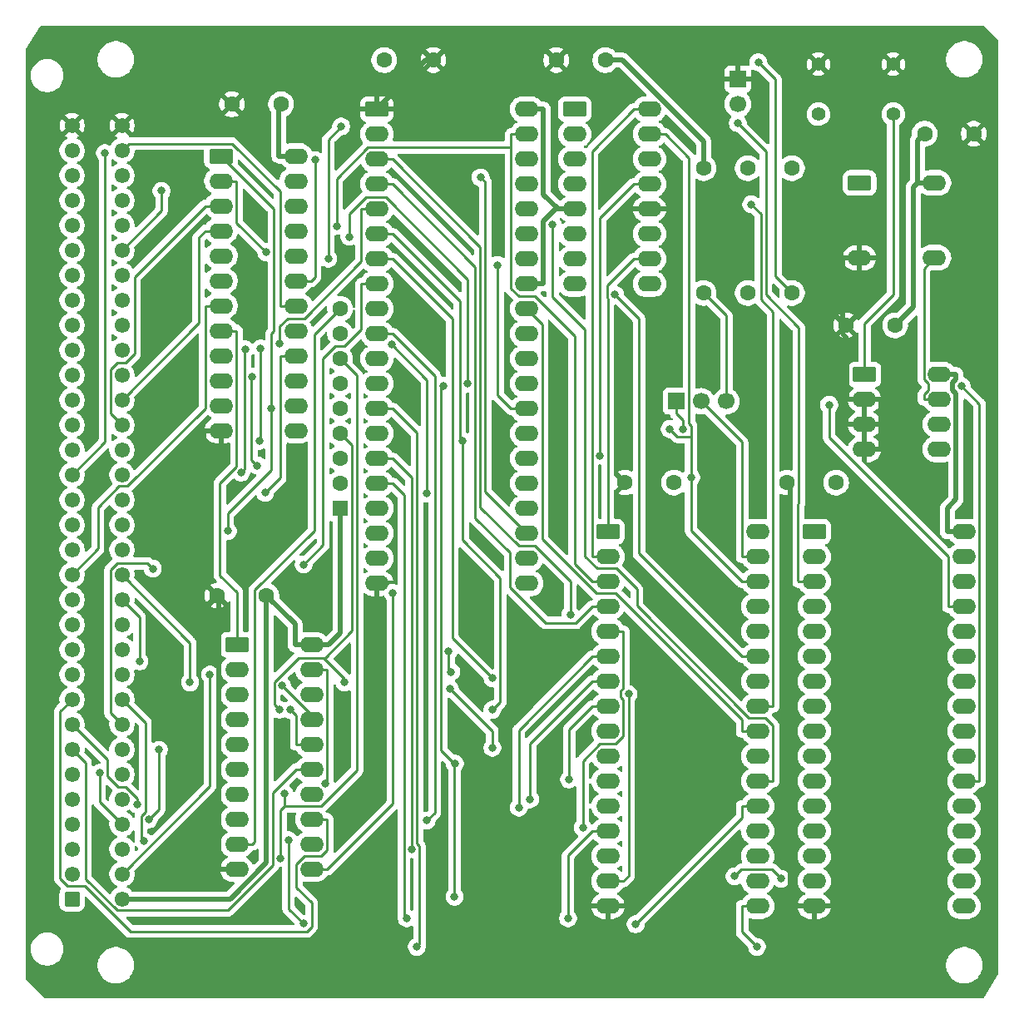
<source format=gbl>
G04 #@! TF.GenerationSoftware,KiCad,Pcbnew,9.0.6*
G04 #@! TF.CreationDate,2026-01-24T19:03:13+11:00*
G04 #@! TF.ProjectId,MECB_8088_CPU,4d454342-5f38-4303-9838-5f4350552e6b,1.0*
G04 #@! TF.SameCoordinates,Original*
G04 #@! TF.FileFunction,Copper,L2,Bot*
G04 #@! TF.FilePolarity,Positive*
%FSLAX46Y46*%
G04 Gerber Fmt 4.6, Leading zero omitted, Abs format (unit mm)*
G04 Created by KiCad (PCBNEW 9.0.6) date 2026-01-24 19:03:13*
%MOMM*%
%LPD*%
G01*
G04 APERTURE LIST*
G04 Aperture macros list*
%AMRoundRect*
0 Rectangle with rounded corners*
0 $1 Rounding radius*
0 $2 $3 $4 $5 $6 $7 $8 $9 X,Y pos of 4 corners*
0 Add a 4 corners polygon primitive as box body*
4,1,4,$2,$3,$4,$5,$6,$7,$8,$9,$2,$3,0*
0 Add four circle primitives for the rounded corners*
1,1,$1+$1,$2,$3*
1,1,$1+$1,$4,$5*
1,1,$1+$1,$6,$7*
1,1,$1+$1,$8,$9*
0 Add four rect primitives between the rounded corners*
20,1,$1+$1,$2,$3,$4,$5,0*
20,1,$1+$1,$4,$5,$6,$7,0*
20,1,$1+$1,$6,$7,$8,$9,0*
20,1,$1+$1,$8,$9,$2,$3,0*%
G04 Aperture macros list end*
G04 #@! TA.AperFunction,ComponentPad*
%ADD10RoundRect,0.249550X0.525450X-0.525450X0.525450X0.525450X-0.525450X0.525450X-0.525450X-0.525450X0*%
G04 #@! TD*
G04 #@! TA.AperFunction,ComponentPad*
%ADD11C,1.550000*%
G04 #@! TD*
G04 #@! TA.AperFunction,ComponentPad*
%ADD12C,1.397000*%
G04 #@! TD*
G04 #@! TA.AperFunction,ComponentPad*
%ADD13C,1.600000*%
G04 #@! TD*
G04 #@! TA.AperFunction,ComponentPad*
%ADD14RoundRect,0.250000X-0.950000X-0.550000X0.950000X-0.550000X0.950000X0.550000X-0.950000X0.550000X0*%
G04 #@! TD*
G04 #@! TA.AperFunction,ComponentPad*
%ADD15O,2.400000X1.600000*%
G04 #@! TD*
G04 #@! TA.AperFunction,ComponentPad*
%ADD16R,1.600000X1.600000*%
G04 #@! TD*
G04 #@! TA.AperFunction,ComponentPad*
%ADD17R,1.700000X1.700000*%
G04 #@! TD*
G04 #@! TA.AperFunction,ComponentPad*
%ADD18C,1.700000*%
G04 #@! TD*
G04 #@! TA.AperFunction,ViaPad*
%ADD19C,0.800000*%
G04 #@! TD*
G04 #@! TA.AperFunction,Conductor*
%ADD20C,0.508000*%
G04 #@! TD*
G04 #@! TA.AperFunction,Conductor*
%ADD21C,0.254000*%
G04 #@! TD*
G04 APERTURE END LIST*
D10*
X101727000Y-135890000D03*
D11*
X101727000Y-133350000D03*
X101727000Y-130810000D03*
X101727000Y-128270000D03*
X101727000Y-125730000D03*
X101727000Y-123190000D03*
X101727000Y-120650000D03*
X101727000Y-118110000D03*
X101727000Y-115570000D03*
X101727000Y-113030000D03*
X101727000Y-110490000D03*
X101727000Y-107950000D03*
X101727000Y-105410000D03*
X101727000Y-102870000D03*
X101727000Y-100330000D03*
X101727000Y-97790000D03*
X101727000Y-95250000D03*
X101727000Y-92710000D03*
X101727000Y-90170000D03*
X101727000Y-87630000D03*
X101727000Y-85090000D03*
X101727000Y-82550000D03*
X101727000Y-80010000D03*
X101727000Y-77470000D03*
X101727000Y-74930000D03*
X101727000Y-72390000D03*
X101727000Y-69850000D03*
X101727000Y-67310000D03*
X101727000Y-64770000D03*
X101727000Y-62230000D03*
X101727000Y-59690000D03*
X101727000Y-57150000D03*
X106807000Y-135890000D03*
X106807000Y-133350000D03*
X106807000Y-130810000D03*
X106807000Y-128270000D03*
X106807000Y-125730000D03*
X106807000Y-123190000D03*
X106807000Y-120650000D03*
X106807000Y-118110000D03*
X106807000Y-115570000D03*
X106807000Y-113030000D03*
X106807000Y-110490000D03*
X106807000Y-107950000D03*
X106807000Y-105410000D03*
X106807000Y-102870000D03*
X106807000Y-100330000D03*
X106807000Y-97790000D03*
X106807000Y-95250000D03*
X106807000Y-92710000D03*
X106807000Y-90170000D03*
X106807000Y-87630000D03*
X106807000Y-85090000D03*
X106807000Y-82550000D03*
X106807000Y-80010000D03*
X106807000Y-77470000D03*
X106807000Y-74930000D03*
X106807000Y-72390000D03*
X106807000Y-69850000D03*
X106807000Y-67310000D03*
X106807000Y-64770000D03*
X106807000Y-62230000D03*
X106807000Y-59690000D03*
X106807000Y-57150000D03*
D12*
X177690000Y-50920000D03*
X185310000Y-50920000D03*
X177690000Y-56000000D03*
X185310000Y-56000000D03*
D13*
X180500000Y-77500000D03*
X185500000Y-77500000D03*
D14*
X156260000Y-98500000D03*
D15*
X156260000Y-101040000D03*
X156260000Y-103580000D03*
X156260000Y-106120000D03*
X156260000Y-108660000D03*
X156260000Y-111200000D03*
X156260000Y-113740000D03*
X156260000Y-116280000D03*
X156260000Y-118820000D03*
X156260000Y-121360000D03*
X156260000Y-123900000D03*
X156260000Y-126440000D03*
X156260000Y-128980000D03*
X156260000Y-131520000D03*
X156260000Y-134060000D03*
X156260000Y-136600000D03*
X171500000Y-136600000D03*
X171500000Y-134060000D03*
X171500000Y-131520000D03*
X171500000Y-128980000D03*
X171500000Y-126440000D03*
X171500000Y-123900000D03*
X171500000Y-121360000D03*
X171500000Y-118820000D03*
X171500000Y-116280000D03*
X171500000Y-113740000D03*
X171500000Y-111200000D03*
X171500000Y-108660000D03*
X171500000Y-106120000D03*
X171500000Y-103580000D03*
X171500000Y-101040000D03*
X171500000Y-98500000D03*
D16*
X129000000Y-96120000D03*
D13*
X129000000Y-93580000D03*
X129000000Y-91040000D03*
X129000000Y-88500000D03*
X129000000Y-85960000D03*
X129000000Y-83420000D03*
X129000000Y-80880000D03*
X129000000Y-78340000D03*
X129000000Y-75800000D03*
X158000000Y-93500000D03*
X163000000Y-93500000D03*
X174500000Y-93500000D03*
X179500000Y-93500000D03*
D14*
X116880000Y-60260000D03*
D15*
X116880000Y-62800000D03*
X116880000Y-65340000D03*
X116880000Y-67880000D03*
X116880000Y-70420000D03*
X116880000Y-72960000D03*
X116880000Y-75500000D03*
X116880000Y-78040000D03*
X116880000Y-80580000D03*
X116880000Y-83120000D03*
X116880000Y-85660000D03*
X116880000Y-88200000D03*
X124500000Y-88200000D03*
X124500000Y-85660000D03*
X124500000Y-83120000D03*
X124500000Y-80580000D03*
X124500000Y-78040000D03*
X124500000Y-75500000D03*
X124500000Y-72960000D03*
X124500000Y-70420000D03*
X124500000Y-67880000D03*
X124500000Y-65340000D03*
X124500000Y-62800000D03*
X124500000Y-60260000D03*
D17*
X169500000Y-52420000D03*
D18*
X169500000Y-54960000D03*
D14*
X182380000Y-82500000D03*
D15*
X182380000Y-85040000D03*
X182380000Y-87580000D03*
X182380000Y-90120000D03*
X190000000Y-90120000D03*
X190000000Y-87580000D03*
X190000000Y-85040000D03*
X190000000Y-82500000D03*
D13*
X188500000Y-58000000D03*
X193500000Y-58000000D03*
D14*
X181880000Y-63000000D03*
D15*
X181880000Y-70620000D03*
X189500000Y-70620000D03*
X189500000Y-63000000D03*
D13*
X118000000Y-55000000D03*
X123000000Y-55000000D03*
X116500000Y-105000000D03*
X121500000Y-105000000D03*
X166000000Y-61500000D03*
X166000000Y-74200000D03*
D14*
X177260000Y-98500000D03*
D15*
X177260000Y-101040000D03*
X177260000Y-103580000D03*
X177260000Y-106120000D03*
X177260000Y-108660000D03*
X177260000Y-111200000D03*
X177260000Y-113740000D03*
X177260000Y-116280000D03*
X177260000Y-118820000D03*
X177260000Y-121360000D03*
X177260000Y-123900000D03*
X177260000Y-126440000D03*
X177260000Y-128980000D03*
X177260000Y-131520000D03*
X177260000Y-134060000D03*
X177260000Y-136600000D03*
X192500000Y-136600000D03*
X192500000Y-134060000D03*
X192500000Y-131520000D03*
X192500000Y-128980000D03*
X192500000Y-126440000D03*
X192500000Y-123900000D03*
X192500000Y-121360000D03*
X192500000Y-118820000D03*
X192500000Y-116280000D03*
X192500000Y-113740000D03*
X192500000Y-111200000D03*
X192500000Y-108660000D03*
X192500000Y-106120000D03*
X192500000Y-103580000D03*
X192500000Y-101040000D03*
X192500000Y-98500000D03*
D14*
X118500000Y-110000000D03*
D15*
X118500000Y-112540000D03*
X118500000Y-115080000D03*
X118500000Y-117620000D03*
X118500000Y-120160000D03*
X118500000Y-122700000D03*
X118500000Y-125240000D03*
X118500000Y-127780000D03*
X118500000Y-130320000D03*
X118500000Y-132860000D03*
X126120000Y-132860000D03*
X126120000Y-130320000D03*
X126120000Y-127780000D03*
X126120000Y-125240000D03*
X126120000Y-122700000D03*
X126120000Y-120160000D03*
X126120000Y-117620000D03*
X126120000Y-115080000D03*
X126120000Y-112540000D03*
X126120000Y-110000000D03*
D13*
X156000000Y-50500000D03*
X151000000Y-50500000D03*
D14*
X132760000Y-55500000D03*
D15*
X132760000Y-58040000D03*
X132760000Y-60580000D03*
X132760000Y-63120000D03*
X132760000Y-65660000D03*
X132760000Y-68200000D03*
X132760000Y-70740000D03*
X132760000Y-73280000D03*
X132760000Y-75820000D03*
X132760000Y-78360000D03*
X132760000Y-80900000D03*
X132760000Y-83440000D03*
X132760000Y-85980000D03*
X132760000Y-88520000D03*
X132760000Y-91060000D03*
X132760000Y-93600000D03*
X132760000Y-96140000D03*
X132760000Y-98680000D03*
X132760000Y-101220000D03*
X132760000Y-103760000D03*
X148000000Y-103760000D03*
X148000000Y-101220000D03*
X148000000Y-98680000D03*
X148000000Y-96140000D03*
X148000000Y-93600000D03*
X148000000Y-91060000D03*
X148000000Y-88520000D03*
X148000000Y-85980000D03*
X148000000Y-83440000D03*
X148000000Y-80900000D03*
X148000000Y-78360000D03*
X148000000Y-75820000D03*
X148000000Y-73280000D03*
X148000000Y-70740000D03*
X148000000Y-68200000D03*
X148000000Y-65660000D03*
X148000000Y-63120000D03*
X148000000Y-60580000D03*
X148000000Y-58040000D03*
X148000000Y-55500000D03*
D13*
X170500000Y-61500000D03*
X170500000Y-74200000D03*
D14*
X152880000Y-55500000D03*
D15*
X152880000Y-58040000D03*
X152880000Y-60580000D03*
X152880000Y-63120000D03*
X152880000Y-65660000D03*
X152880000Y-68200000D03*
X152880000Y-70740000D03*
X152880000Y-73280000D03*
X160500000Y-73280000D03*
X160500000Y-70740000D03*
X160500000Y-68200000D03*
X160500000Y-65660000D03*
X160500000Y-63120000D03*
X160500000Y-60580000D03*
X160500000Y-58040000D03*
X160500000Y-55500000D03*
D17*
X163230000Y-85230000D03*
D18*
X165770000Y-85230000D03*
X168310000Y-85230000D03*
D13*
X133500000Y-50500000D03*
X138500000Y-50500000D03*
X175000000Y-61500000D03*
X175000000Y-74200000D03*
D19*
X171564800Y-50720100D03*
X164733000Y-92959500D03*
X162550800Y-88055700D03*
X122963700Y-131720800D03*
X123366300Y-125195800D03*
X137838800Y-127897800D03*
X128665600Y-67386300D03*
X171436500Y-140760500D03*
X109537100Y-127789800D03*
X110569100Y-120697500D03*
X136813500Y-140760500D03*
X140660500Y-135668000D03*
X139553600Y-83643800D03*
X140684900Y-122106300D03*
X123101400Y-114143600D03*
X140054600Y-110687300D03*
X140298600Y-112753500D03*
X108589400Y-111693900D03*
X135788300Y-137845500D03*
X115767900Y-113062400D03*
X152203100Y-137843900D03*
X123769800Y-129916500D03*
X159092500Y-138450200D03*
X125272500Y-138404700D03*
X169160400Y-133576900D03*
X173907000Y-133825600D03*
X122825900Y-116614600D03*
X158360700Y-115031500D03*
X129438700Y-113831100D03*
X104530700Y-123033900D03*
X127474300Y-124118200D03*
X144507500Y-116624000D03*
X141470700Y-89244500D03*
X144507500Y-120493800D03*
X140189400Y-114508700D03*
X113731500Y-113831500D03*
X136300900Y-130791100D03*
X148354500Y-125736800D03*
X108365800Y-126261800D03*
X120930800Y-79845000D03*
X122869200Y-79310000D03*
X170861000Y-65181000D03*
X120779400Y-89242900D03*
X144506400Y-113413900D03*
X129119500Y-57256900D03*
X127806900Y-70714700D03*
X147192800Y-126579900D03*
X152452400Y-106962400D03*
X123969500Y-116624000D03*
X109941200Y-102254800D03*
X125303400Y-101842200D03*
X156981400Y-74379400D03*
X153708700Y-128626600D03*
X109036600Y-130001500D03*
X152316900Y-123719400D03*
X126448000Y-60665800D03*
X169480200Y-56930000D03*
X105073000Y-59973500D03*
X110831700Y-63814500D03*
X117578500Y-98443500D03*
X122031800Y-85931000D03*
X150634400Y-67284800D03*
X134249300Y-79454300D03*
X137838800Y-94596500D03*
X120076400Y-82732400D03*
X120592700Y-91763800D03*
X192279400Y-83686900D03*
X129966400Y-68491500D03*
X141981800Y-83393500D03*
X121373000Y-94544000D03*
X121479600Y-70069000D03*
X145036800Y-71372400D03*
X143310600Y-62438700D03*
X119326200Y-79929800D03*
X118933500Y-92487700D03*
X134362100Y-104714800D03*
X155449400Y-90749500D03*
X163942200Y-88055700D03*
X178784700Y-85581000D03*
D20*
X182380000Y-87580000D02*
X184089700Y-87580000D01*
X175550300Y-136600000D02*
X174816700Y-135866400D01*
X179114700Y-52344700D02*
X179114700Y-69564400D01*
X174816700Y-135866400D02*
X174816700Y-93816700D01*
X118500000Y-132860000D02*
X116790300Y-132860000D01*
X179114700Y-69564400D02*
X180170300Y-70620000D01*
X182380000Y-85040000D02*
X180670300Y-85040000D01*
X180170300Y-77170300D02*
X180500000Y-77500000D01*
X180170300Y-70620000D02*
X180170300Y-73895100D01*
X180170300Y-73895100D02*
X180170300Y-77170300D01*
X182380000Y-90120000D02*
X184089700Y-90120000D01*
X184089700Y-85040000D02*
X184089700Y-87580000D01*
X116677600Y-132747300D02*
X116677600Y-105177600D01*
X180170300Y-78375000D02*
X180616300Y-78821000D01*
X184089700Y-90120000D02*
X184089700Y-87580000D01*
X180616300Y-78821000D02*
X180616300Y-84986000D01*
X115170300Y-103670300D02*
X116500000Y-105000000D01*
X180170300Y-73895100D02*
X180170300Y-78375000D01*
X177260000Y-136600000D02*
X175550300Y-136600000D01*
X180616300Y-84986000D02*
X180670300Y-85040000D01*
X115170300Y-88200000D02*
X115170300Y-103670300D01*
X181880000Y-70620000D02*
X180170300Y-70620000D01*
X137760000Y-50500000D02*
X138500000Y-50500000D01*
X132760000Y-55500000D02*
X137760000Y-50500000D01*
X182380000Y-85040000D02*
X184089700Y-85040000D01*
X177690000Y-50920000D02*
X179114700Y-52344700D01*
X116677600Y-105177600D02*
X116500000Y-105000000D01*
X174816700Y-93816700D02*
X174500000Y-93500000D01*
X116790300Y-132860000D02*
X116677600Y-132747300D01*
X116880000Y-88200000D02*
X115170300Y-88200000D01*
X117803500Y-135890000D02*
X106807000Y-135890000D01*
X187790300Y-63000000D02*
X187790300Y-58709700D01*
X126120000Y-110000000D02*
X124410300Y-110000000D01*
X187790300Y-58709700D02*
X188500000Y-58000000D01*
X122790300Y-55209700D02*
X122790300Y-60260000D01*
X191369700Y-84063600D02*
X191709700Y-84403600D01*
X121500000Y-105000000D02*
X124410300Y-107910300D01*
X191709700Y-84403600D02*
X191709700Y-95184200D01*
X156000000Y-50500000D02*
X157762000Y-50500000D01*
X148000000Y-73280000D02*
X149709700Y-73280000D01*
X124500000Y-60260000D02*
X122790300Y-60260000D01*
X148000000Y-55500000D02*
X149709700Y-55500000D01*
X149709700Y-64199400D02*
X151170300Y-65660000D01*
X187351300Y-63440500D02*
X187351300Y-75648700D01*
X151170300Y-65660000D02*
X150972800Y-65660000D01*
X149709700Y-55500000D02*
X149709700Y-64199400D01*
X150972800Y-65660000D02*
X149709700Y-66923100D01*
X149709700Y-66923100D02*
X149709700Y-73280000D01*
X124410300Y-107910300D02*
X124410300Y-110000000D01*
X129000000Y-108829700D02*
X127829700Y-110000000D01*
X187981700Y-63000000D02*
X187791800Y-63000000D01*
X187351300Y-75648700D02*
X185500000Y-77500000D01*
X121500000Y-132193500D02*
X117803500Y-135890000D01*
X191709700Y-82500000D02*
X191709700Y-82970200D01*
X192500000Y-98500000D02*
X190790300Y-98500000D01*
X166000000Y-58738000D02*
X166000000Y-61500000D01*
X187791800Y-63000000D02*
X187790300Y-63000000D01*
X123000000Y-55000000D02*
X122790300Y-55209700D01*
X126120000Y-110000000D02*
X127829700Y-110000000D01*
X157762000Y-50500000D02*
X166000000Y-58738000D01*
X191369700Y-83310200D02*
X191369700Y-84063600D01*
X152880000Y-65660000D02*
X151170300Y-65660000D01*
X191709700Y-82970200D02*
X191369700Y-83310200D01*
X121500000Y-105000000D02*
X121500000Y-132193500D01*
X129000000Y-96120000D02*
X129000000Y-108829700D01*
X190000000Y-82500000D02*
X191709700Y-82500000D01*
X189500000Y-63000000D02*
X187981700Y-63000000D01*
X191709700Y-95184200D02*
X190790300Y-96103600D01*
X190790300Y-96103600D02*
X190790300Y-98500000D01*
X187791800Y-63000000D02*
X187351300Y-63440500D01*
D21*
X157056300Y-104786000D02*
X169917300Y-117647000D01*
X149582700Y-77402700D02*
X149582700Y-99266100D01*
X171500000Y-118820000D02*
X169917300Y-118820000D01*
X169917300Y-117647000D02*
X169917300Y-118820000D01*
X155102600Y-104786000D02*
X157056300Y-104786000D01*
X148000000Y-75820000D02*
X149582700Y-77402700D01*
X149582700Y-99266100D02*
X155102600Y-104786000D01*
X105616000Y-86439000D02*
X106807000Y-87630000D01*
X106345600Y-81280000D02*
X105616000Y-82009600D01*
X108087500Y-80409100D02*
X107216600Y-81280000D01*
X116465500Y-65340000D02*
X116880000Y-65340000D01*
X173314300Y-72514300D02*
X175000000Y-74200000D01*
X171564800Y-50720100D02*
X173314300Y-52469600D01*
X108087500Y-72549800D02*
X108087500Y-80409100D01*
X173314300Y-52469600D02*
X173314300Y-72514300D01*
X116465500Y-65340000D02*
X115297300Y-65340000D01*
X105616000Y-82009600D02*
X105616000Y-86439000D01*
X115297300Y-65340000D02*
X108087500Y-72549800D01*
X107216600Y-81280000D02*
X106345600Y-81280000D01*
X164724900Y-88856700D02*
X164724900Y-87731500D01*
X160500000Y-58040000D02*
X162082700Y-58040000D01*
X164733000Y-92959500D02*
X164724900Y-92951400D01*
X169917300Y-103580000D02*
X164733000Y-98395700D01*
X164499800Y-87506400D02*
X164499800Y-60457100D01*
X171500000Y-103580000D02*
X169917300Y-103580000D01*
X164724900Y-92951400D02*
X164724900Y-88856700D01*
X164724900Y-87731500D02*
X164499800Y-87506400D01*
X164499800Y-60457100D02*
X162082700Y-58040000D01*
X164733000Y-98395700D02*
X164733000Y-92959500D01*
X164724900Y-88856700D02*
X163351800Y-88856700D01*
X163351800Y-88856700D02*
X162550800Y-88055700D01*
X127062500Y-126435600D02*
X123366300Y-126435600D01*
X129000000Y-80880000D02*
X130724200Y-82604200D01*
X130724200Y-122773900D02*
X127062500Y-126435600D01*
X123366300Y-126435600D02*
X122963700Y-126838200D01*
X122963700Y-126838200D02*
X122963700Y-131720800D01*
X130724200Y-82604200D02*
X130724200Y-122773900D01*
X123366300Y-125195800D02*
X123366300Y-126435600D01*
X138658800Y-82676100D02*
X138658800Y-127077800D01*
X138658800Y-127077800D02*
X137838800Y-127897800D01*
X132760000Y-78360000D02*
X134342700Y-78360000D01*
X134342700Y-78360000D02*
X138658800Y-82676100D01*
X152892800Y-101795500D02*
X152892800Y-78610000D01*
X154677300Y-103580000D02*
X152892800Y-101795500D01*
X146417300Y-58040000D02*
X146417300Y-59379900D01*
X148832800Y-74550000D02*
X147186200Y-74550000D01*
X147186200Y-74550000D02*
X146417300Y-73781100D01*
X131842100Y-59379900D02*
X128665600Y-62556400D01*
X156260000Y-103580000D02*
X154677300Y-103580000D01*
X146417300Y-73781100D02*
X146417300Y-59379900D01*
X148000000Y-58040000D02*
X146417300Y-58040000D01*
X146417300Y-59379900D02*
X131842100Y-59379900D01*
X152892800Y-78610000D02*
X148832800Y-74550000D01*
X128665600Y-62556400D02*
X128665600Y-67386300D01*
X107352300Y-93867700D02*
X115297300Y-85922700D01*
X104380900Y-96010700D02*
X106523900Y-93867700D01*
X106523900Y-93867700D02*
X107352300Y-93867700D01*
X101727000Y-102870000D02*
X104380900Y-100216100D01*
X116880000Y-75500000D02*
X115297300Y-75500000D01*
X115297300Y-85922700D02*
X115297300Y-75500000D01*
X104380900Y-100216100D02*
X104380900Y-96010700D01*
X171500000Y-136600000D02*
X169917300Y-136600000D01*
X110569100Y-126757800D02*
X110569100Y-120697500D01*
X169917300Y-136600000D02*
X169917300Y-139241300D01*
X136813500Y-88450800D02*
X134342700Y-85980000D01*
X136813500Y-130196800D02*
X136813500Y-88450800D01*
X132760000Y-85980000D02*
X134342700Y-85980000D01*
X136813500Y-140760500D02*
X137083600Y-140490400D01*
X137083600Y-130466900D02*
X136813500Y-130196800D01*
X169917300Y-139241300D02*
X171436500Y-140760500D01*
X137083600Y-140490400D02*
X137083600Y-130466900D01*
X109537100Y-127789800D02*
X110569100Y-126757800D01*
X139271900Y-83925500D02*
X139271900Y-120717700D01*
X140660500Y-122106300D02*
X140660500Y-135668000D01*
X140684900Y-122106300D02*
X140660500Y-122106300D01*
X139271900Y-120717700D02*
X140660500Y-122106300D01*
X139553600Y-83643800D02*
X139271900Y-83925500D01*
X126120000Y-117162200D02*
X123101400Y-114143600D01*
X126120000Y-117620000D02*
X126120000Y-117162200D01*
X156198700Y-74703500D02*
X156260000Y-74764800D01*
X156260000Y-74764800D02*
X156260000Y-98500000D01*
X156198700Y-73458600D02*
X156198700Y-74703500D01*
X140054600Y-110687300D02*
X140054600Y-112509500D01*
X108589400Y-111693900D02*
X108589400Y-107192400D01*
X108589400Y-107192400D02*
X106807000Y-105410000D01*
X160500000Y-70740000D02*
X158917300Y-70740000D01*
X140054600Y-112509500D02*
X140298600Y-112753500D01*
X158917300Y-70740000D02*
X156198700Y-73458600D01*
X132760000Y-93600000D02*
X134342700Y-93600000D01*
X115767900Y-124389100D02*
X115767900Y-113062400D01*
X135518200Y-94775500D02*
X135518200Y-137575400D01*
X134342700Y-93600000D02*
X135518200Y-94775500D01*
X152203100Y-131454200D02*
X152203100Y-137843900D01*
X106807000Y-133350000D02*
X115767900Y-124389100D01*
X156260000Y-128980000D02*
X154677300Y-128980000D01*
X135518200Y-137575400D02*
X135788300Y-137845500D01*
X154677300Y-128980000D02*
X152203100Y-131454200D01*
X171500000Y-126440000D02*
X169917300Y-126440000D01*
X169917300Y-127625400D02*
X159092500Y-138450200D01*
X120311200Y-130091500D02*
X120082700Y-130320000D01*
X129000000Y-75800000D02*
X126394000Y-78406000D01*
X120311200Y-104452300D02*
X120311200Y-130091500D01*
X126394000Y-98369500D02*
X120311200Y-104452300D01*
X123769800Y-136902000D02*
X123769800Y-129916500D01*
X125272500Y-138404700D02*
X123769800Y-136902000D01*
X118500000Y-130320000D02*
X120082700Y-130320000D01*
X126394000Y-78406000D02*
X126394000Y-98369500D01*
X169917300Y-126440000D02*
X169917300Y-127625400D01*
X122318700Y-116107400D02*
X122825900Y-116614600D01*
X173907000Y-133825600D02*
X172958700Y-132877300D01*
X104530700Y-125993700D02*
X104530700Y-123033900D01*
X169860000Y-132877300D02*
X169160400Y-133576900D01*
X172958700Y-132877300D02*
X169860000Y-132877300D01*
X127310500Y-111338500D02*
X124799700Y-111338500D01*
X127381300Y-111409300D02*
X127310500Y-111338500D01*
X129000000Y-88500000D02*
X130212100Y-89712100D01*
X158360700Y-133542000D02*
X158360700Y-115031500D01*
X130212100Y-89712100D02*
X130212100Y-108578500D01*
X129438700Y-113831100D02*
X129438700Y-113466700D01*
X156260000Y-134060000D02*
X157842700Y-134060000D01*
X124799700Y-111338500D02*
X122318700Y-113819500D01*
X122318700Y-113819500D02*
X122318700Y-116107400D01*
X157842700Y-134060000D02*
X158360700Y-133542000D01*
X106807000Y-128270000D02*
X104530700Y-125993700D01*
X129438700Y-113466700D02*
X127381300Y-111409300D01*
X130212100Y-108578500D02*
X127381300Y-111409300D01*
X126120000Y-112540000D02*
X127702700Y-112540000D01*
X127702700Y-123889800D02*
X127474300Y-124118200D01*
X127702700Y-112540000D02*
X127702700Y-123889800D01*
X141470700Y-89244500D02*
X141470700Y-99360200D01*
X133551400Y-68200000D02*
X134342700Y-68200000D01*
X134342700Y-68200000D02*
X141199100Y-75056400D01*
X141199100Y-88972900D02*
X141470700Y-89244500D01*
X145302200Y-115829300D02*
X144507500Y-116624000D01*
X141199100Y-75056400D02*
X141199100Y-88972900D01*
X145302200Y-103191700D02*
X145302200Y-115829300D01*
X133551400Y-68200000D02*
X132760000Y-68200000D01*
X141470700Y-99360200D02*
X145302200Y-103191700D01*
X140189400Y-114508700D02*
X144507500Y-118826800D01*
X144507500Y-118826800D02*
X144507500Y-120493800D01*
X134342700Y-91060000D02*
X136300900Y-93018200D01*
X132760000Y-91060000D02*
X134342700Y-91060000D01*
X106807000Y-102870000D02*
X113731500Y-109794500D01*
X136300900Y-93018200D02*
X136300900Y-130791100D01*
X113731500Y-109794500D02*
X113731500Y-113831500D01*
X124500000Y-75500000D02*
X122917300Y-75500000D01*
X107498900Y-58998100D02*
X106807000Y-59690000D01*
X122917300Y-63872600D02*
X118042800Y-58998100D01*
X118042800Y-58998100D02*
X107498900Y-58998100D01*
X122917300Y-75500000D02*
X122917300Y-63872600D01*
X114624600Y-77272400D02*
X114624600Y-68552700D01*
X114624600Y-68552700D02*
X115297300Y-67880000D01*
X106807000Y-85090000D02*
X114624600Y-77272400D01*
X116880000Y-67880000D02*
X115297300Y-67880000D01*
X106415100Y-124460000D02*
X105313400Y-123358300D01*
X108365800Y-126261800D02*
X108365800Y-125649700D01*
X108365800Y-125649700D02*
X107176100Y-124460000D01*
X154677300Y-113740000D02*
X148354500Y-120062800D01*
X156260000Y-113740000D02*
X154677300Y-113740000D01*
X148354500Y-120062800D02*
X148354500Y-125736800D01*
X105313400Y-121696400D02*
X101727000Y-118110000D01*
X105313400Y-123358300D02*
X105313400Y-121696400D01*
X107176100Y-124460000D02*
X106415100Y-124460000D01*
X131177300Y-70956000D02*
X131177300Y-65660000D01*
X132760000Y-65660000D02*
X131177300Y-65660000D01*
X120779400Y-89242900D02*
X120930800Y-89091500D01*
X171827700Y-66147700D02*
X170861000Y-65181000D01*
X171827700Y-74872800D02*
X171827700Y-66147700D01*
X173082700Y-116280000D02*
X173082700Y-76127800D01*
X122869200Y-79310000D02*
X122869200Y-77576900D01*
X120930800Y-89091500D02*
X120930800Y-79845000D01*
X122869200Y-77576900D02*
X123676100Y-76770000D01*
X173082700Y-76127800D02*
X171827700Y-74872800D01*
X125363300Y-76770000D02*
X131177300Y-70956000D01*
X171500000Y-116280000D02*
X173082700Y-116280000D01*
X123676100Y-76770000D02*
X125363300Y-76770000D01*
X140448400Y-109355900D02*
X144506400Y-113413900D01*
X127806900Y-70714700D02*
X127806900Y-58569500D01*
X132760000Y-70740000D02*
X134342700Y-70740000D01*
X140448400Y-76845700D02*
X140448400Y-109355900D01*
X127806900Y-58569500D02*
X129119500Y-57256900D01*
X134342700Y-70740000D02*
X140448400Y-76845700D01*
X127702700Y-130889500D02*
X127089500Y-131502700D01*
X147192800Y-118684500D02*
X147192800Y-126579900D01*
X107660400Y-139200200D02*
X102996100Y-134535900D01*
X126101600Y-138695100D02*
X125596500Y-139200200D01*
X124537300Y-134692600D02*
X126101600Y-136256900D01*
X127702700Y-127780000D02*
X127702700Y-130889500D01*
X125596500Y-139200200D02*
X107660400Y-139200200D01*
X127089500Y-131502700D02*
X125366600Y-131502700D01*
X100515600Y-116781400D02*
X101727000Y-115570000D01*
X102996100Y-134535900D02*
X101256000Y-134535900D01*
X126101600Y-136256900D02*
X126101600Y-138695100D01*
X124537300Y-132332000D02*
X124537300Y-134692600D01*
X126120000Y-127780000D02*
X127702700Y-127780000D01*
X100515600Y-133795500D02*
X100515600Y-116781400D01*
X125366600Y-131502700D02*
X124537300Y-132332000D01*
X101256000Y-134535900D02*
X100515600Y-133795500D01*
X156260000Y-111200000D02*
X154677300Y-111200000D01*
X154677300Y-111200000D02*
X147192800Y-118684500D01*
X143274200Y-69511500D02*
X134342700Y-60580000D01*
X152452400Y-106962400D02*
X152452400Y-103537800D01*
X132760000Y-60580000D02*
X134342700Y-60580000D01*
X147188100Y-99950000D02*
X143274200Y-96036100D01*
X148864600Y-99950000D02*
X147188100Y-99950000D01*
X143274200Y-96036100D02*
X143274200Y-69511500D01*
X152452400Y-103537800D02*
X148864600Y-99950000D01*
X124537300Y-117191800D02*
X123969500Y-116624000D01*
X126120000Y-120160000D02*
X124537300Y-120160000D01*
X124537300Y-120160000D02*
X124537300Y-117191800D01*
X159427200Y-76825200D02*
X156981400Y-74379400D01*
X105649300Y-102360300D02*
X106297300Y-101712300D01*
X127269600Y-99876000D02*
X127269600Y-80877800D01*
X106297300Y-101712300D02*
X109398700Y-101712300D01*
X169917300Y-111200000D02*
X159427200Y-100709900D01*
X106807000Y-118110000D02*
X105649300Y-116952300D01*
X132760000Y-73280000D02*
X131177300Y-73280000D01*
X109398700Y-101712300D02*
X109941200Y-102254800D01*
X125303400Y-101842200D02*
X127269600Y-99876000D01*
X159427200Y-100709900D02*
X159427200Y-76825200D01*
X131177300Y-77894700D02*
X131177300Y-73280000D01*
X127269600Y-80877800D02*
X128537400Y-79610000D01*
X128537400Y-79610000D02*
X129462000Y-79610000D01*
X105649300Y-116952300D02*
X105649300Y-102360300D01*
X171500000Y-111200000D02*
X169917300Y-111200000D01*
X129462000Y-79610000D02*
X131177300Y-77894700D01*
X157842700Y-114442700D02*
X157578000Y-114707400D01*
X155438400Y-120090000D02*
X153708700Y-121819700D01*
X157069100Y-120090000D02*
X155438400Y-120090000D01*
X109203100Y-127017000D02*
X108754400Y-127465700D01*
X157578000Y-115355600D02*
X157842700Y-115620300D01*
X157578000Y-114707400D02*
X157578000Y-115355600D01*
X157842700Y-119316400D02*
X157069100Y-120090000D01*
X157842700Y-108660000D02*
X157842700Y-114442700D01*
X157842700Y-115620300D02*
X157842700Y-119316400D01*
X153708700Y-121819700D02*
X153708700Y-128626600D01*
X108754400Y-127465700D02*
X108754400Y-129719300D01*
X106807000Y-115570000D02*
X109203100Y-117966100D01*
X109203100Y-117966100D02*
X109203100Y-127017000D01*
X156260000Y-108660000D02*
X157842700Y-108660000D01*
X108754400Y-129719300D02*
X109036600Y-130001500D01*
X124537300Y-122700000D02*
X122159000Y-125078300D01*
X106290300Y-137050500D02*
X103110800Y-133871000D01*
X152316900Y-123719400D02*
X152316900Y-118640400D01*
X117569500Y-137050500D02*
X106290300Y-137050500D01*
X152316900Y-118640400D02*
X154677300Y-116280000D01*
X156260000Y-116280000D02*
X154677300Y-116280000D01*
X103110800Y-133871000D02*
X103110800Y-122033800D01*
X122159000Y-125078300D02*
X122159000Y-132461000D01*
X103110800Y-122033800D02*
X101727000Y-120650000D01*
X122159000Y-132461000D02*
X117569500Y-137050500D01*
X126120000Y-122700000D02*
X124537300Y-122700000D01*
X124500000Y-72960000D02*
X126082700Y-72960000D01*
X126448000Y-72594700D02*
X126082700Y-72960000D01*
X126448000Y-60665800D02*
X126448000Y-72594700D01*
X185310000Y-56000000D02*
X185310000Y-74360500D01*
X185310000Y-74360500D02*
X182380000Y-77290500D01*
X182380000Y-77290500D02*
X182380000Y-82500000D01*
X172337400Y-59787200D02*
X169480200Y-56930000D01*
X175707100Y-95622500D02*
X175707100Y-77738600D01*
X177260000Y-103580000D02*
X175677300Y-103580000D01*
X175611600Y-103514300D02*
X175611600Y-95718000D01*
X105073000Y-89364000D02*
X101727000Y-92710000D01*
X105073000Y-59973500D02*
X105073000Y-89364000D01*
X175677300Y-103580000D02*
X175611600Y-103514300D01*
X172337400Y-74368900D02*
X172337400Y-59787200D01*
X175707100Y-77738600D02*
X172337400Y-74368900D01*
X175611600Y-95718000D02*
X175707100Y-95622500D01*
X110831700Y-63814500D02*
X110831700Y-65825300D01*
X132760000Y-63120000D02*
X134342700Y-63120000D01*
X149954200Y-107788300D02*
X146304600Y-104138700D01*
X146304600Y-100638400D02*
X142764500Y-97098300D01*
X110831700Y-65825300D02*
X106807000Y-69850000D01*
X153009000Y-107788300D02*
X149954200Y-107788300D01*
X156260000Y-106120000D02*
X154677300Y-106120000D01*
X142764500Y-97098300D02*
X142764500Y-71541800D01*
X146304600Y-104138700D02*
X146304600Y-100638400D01*
X154677300Y-106120000D02*
X153009000Y-107788300D01*
X142764500Y-71541800D02*
X134342700Y-63120000D01*
X154638800Y-101001500D02*
X154677300Y-101040000D01*
X156260000Y-101040000D02*
X154677300Y-101040000D01*
X154638800Y-59778500D02*
X154638800Y-101001500D01*
X158917300Y-55500000D02*
X154638800Y-59778500D01*
X160500000Y-55500000D02*
X158917300Y-55500000D01*
X165770000Y-85230000D02*
X169917300Y-89377300D01*
X169917300Y-89377300D02*
X169917300Y-101040000D01*
X171500000Y-101040000D02*
X169917300Y-101040000D01*
X190000000Y-85040000D02*
X188417300Y-85040000D01*
X188418800Y-84557900D02*
X188874800Y-84101900D01*
X122031800Y-78353200D02*
X122031800Y-85931000D01*
X117578500Y-96645200D02*
X117578500Y-98443500D01*
X122031800Y-92191900D02*
X117578500Y-96645200D01*
X188417300Y-85040000D02*
X188418800Y-85038500D01*
X188417300Y-82996000D02*
X188417300Y-71702700D01*
X188874800Y-83453500D02*
X188417300Y-82996000D01*
X188418800Y-85038500D02*
X188418800Y-84557900D01*
X188874800Y-84101900D02*
X188874800Y-83453500D01*
X122262300Y-65642300D02*
X122262300Y-78122700D01*
X122262300Y-78122700D02*
X122031800Y-78353200D01*
X122031800Y-85931000D02*
X122031800Y-92191900D01*
X188417300Y-71702700D02*
X189500000Y-70620000D01*
X116880000Y-60260000D02*
X122262300Y-65642300D01*
X168310000Y-76510000D02*
X168310000Y-85230000D01*
X166000000Y-74200000D02*
X168310000Y-76510000D01*
X150634400Y-74623100D02*
X150634400Y-67284800D01*
X170610100Y-117462700D02*
X159210300Y-106062900D01*
X159210300Y-106062900D02*
X159210300Y-104362200D01*
X172291600Y-117462700D02*
X170610100Y-117462700D01*
X157093100Y-102245000D02*
X155149000Y-102245000D01*
X173082700Y-123900000D02*
X173082700Y-118253800D01*
X159210300Y-104362200D02*
X157093100Y-102245000D01*
X155149000Y-102245000D02*
X153945600Y-101041600D01*
X153945600Y-101041600D02*
X153945600Y-77934300D01*
X173082700Y-118253800D02*
X172291600Y-117462700D01*
X171500000Y-123900000D02*
X173082700Y-123900000D01*
X153945600Y-77934300D02*
X150634400Y-74623100D01*
X137838800Y-83043800D02*
X134249300Y-79454300D01*
X137838800Y-94596500D02*
X137838800Y-83043800D01*
X120076400Y-82732400D02*
X119996600Y-82812200D01*
X119996600Y-82812200D02*
X119996600Y-91167700D01*
X119996600Y-91167700D02*
X120592700Y-91763800D01*
X141981800Y-72794500D02*
X133664600Y-64477300D01*
X129966400Y-66132300D02*
X129966400Y-68491500D01*
X133664600Y-64477300D02*
X131621400Y-64477300D01*
X194082700Y-123900000D02*
X194082700Y-85490200D01*
X194082700Y-85490200D02*
X192279400Y-83686900D01*
X192500000Y-123900000D02*
X194082700Y-123900000D01*
X141981800Y-83393500D02*
X141981800Y-72794500D01*
X131621400Y-64477300D02*
X129966400Y-66132300D01*
X124500000Y-80580000D02*
X122917300Y-80580000D01*
X122917300Y-80580000D02*
X122917300Y-92999700D01*
X122917300Y-92999700D02*
X121373000Y-94544000D01*
X148000000Y-85980000D02*
X146417300Y-85980000D01*
X146417300Y-85980000D02*
X145036800Y-84599500D01*
X118462700Y-67052100D02*
X121479600Y-70069000D01*
X116880000Y-62800000D02*
X118462700Y-62800000D01*
X145036800Y-84599500D02*
X145036800Y-71372400D01*
X118462700Y-62800000D02*
X118462700Y-67052100D01*
X143783900Y-62912000D02*
X143310600Y-62438700D01*
X143783900Y-94463900D02*
X143783900Y-62912000D01*
X148000000Y-98680000D02*
X143783900Y-94463900D01*
X119326200Y-79929800D02*
X119293700Y-79962300D01*
X119293700Y-79962300D02*
X119293700Y-92127500D01*
X119293700Y-92127500D02*
X118933500Y-92487700D01*
X116880000Y-78040000D02*
X118462700Y-78040000D01*
X116772400Y-102942900D02*
X118500000Y-104670500D01*
X118462700Y-91851700D02*
X116772400Y-93542000D01*
X118462700Y-78040000D02*
X118462700Y-91851700D01*
X118500000Y-104670500D02*
X118500000Y-110000000D01*
X116772400Y-93542000D02*
X116772400Y-102942900D01*
X160500000Y-63120000D02*
X158917300Y-63120000D01*
X155449400Y-66587900D02*
X155449400Y-90749500D01*
X134362100Y-104714800D02*
X134362100Y-126200600D01*
X158917300Y-63120000D02*
X155449400Y-66587900D01*
X134362100Y-126200600D02*
X127702700Y-132860000D01*
X126120000Y-132860000D02*
X127702700Y-132860000D01*
X163942200Y-87174900D02*
X163942200Y-88055700D01*
X190917300Y-101042500D02*
X190917300Y-106120000D01*
X192500000Y-106120000D02*
X190917300Y-106120000D01*
X178784700Y-88909900D02*
X190917300Y-101042500D01*
X163230000Y-86462700D02*
X163942200Y-87174900D01*
X178784700Y-85581000D02*
X178784700Y-88909900D01*
X163230000Y-85230000D02*
X163230000Y-86462700D01*
G04 #@! TA.AperFunction,Conductor*
G36*
X116823842Y-113024651D02*
G01*
X116830207Y-113024379D01*
X116855236Y-113038988D01*
X116881603Y-113051030D01*
X116886427Y-113057195D01*
X116890549Y-113059601D01*
X116910884Y-113088446D01*
X116977152Y-113218505D01*
X116980873Y-113225806D01*
X117101926Y-113392423D01*
X117101930Y-113392428D01*
X117247571Y-113538069D01*
X117247576Y-113538073D01*
X117414195Y-113659128D01*
X117493459Y-113699516D01*
X117544254Y-113747490D01*
X117561049Y-113815311D01*
X117538511Y-113881446D01*
X117493459Y-113920484D01*
X117414195Y-113960871D01*
X117247576Y-114081926D01*
X117247571Y-114081930D01*
X117101930Y-114227571D01*
X117101926Y-114227576D01*
X116980873Y-114394193D01*
X116887367Y-114577705D01*
X116823719Y-114773591D01*
X116791500Y-114977019D01*
X116791500Y-115182980D01*
X116823719Y-115386408D01*
X116887367Y-115582294D01*
X116937566Y-115680813D01*
X116973029Y-115750413D01*
X116980873Y-115765806D01*
X117101926Y-115932423D01*
X117101930Y-115932428D01*
X117247571Y-116078069D01*
X117247576Y-116078073D01*
X117414195Y-116199128D01*
X117493459Y-116239516D01*
X117544254Y-116287490D01*
X117561049Y-116355311D01*
X117538511Y-116421446D01*
X117493459Y-116460484D01*
X117414195Y-116500871D01*
X117247576Y-116621926D01*
X117247571Y-116621930D01*
X117101930Y-116767571D01*
X117101926Y-116767576D01*
X116980873Y-116934193D01*
X116887367Y-117117705D01*
X116823719Y-117313591D01*
X116791500Y-117517019D01*
X116791500Y-117722980D01*
X116823719Y-117926408D01*
X116887367Y-118122294D01*
X116932573Y-118211014D01*
X116967414Y-118279393D01*
X116980873Y-118305806D01*
X117101926Y-118472423D01*
X117101930Y-118472428D01*
X117247571Y-118618069D01*
X117247576Y-118618073D01*
X117414195Y-118739128D01*
X117493459Y-118779516D01*
X117544254Y-118827490D01*
X117561049Y-118895311D01*
X117538511Y-118961446D01*
X117493459Y-119000484D01*
X117414195Y-119040871D01*
X117247576Y-119161926D01*
X117247571Y-119161930D01*
X117101930Y-119307571D01*
X117101926Y-119307576D01*
X116980873Y-119474193D01*
X116887367Y-119657705D01*
X116823719Y-119853591D01*
X116797592Y-120018554D01*
X116791500Y-120057019D01*
X116791500Y-120262981D01*
X116792163Y-120267164D01*
X116823719Y-120466408D01*
X116887367Y-120662294D01*
X116942797Y-120771079D01*
X116973401Y-120831143D01*
X116980873Y-120845806D01*
X117101926Y-121012423D01*
X117101930Y-121012428D01*
X117247571Y-121158069D01*
X117247576Y-121158073D01*
X117414195Y-121279128D01*
X117493459Y-121319516D01*
X117544254Y-121367490D01*
X117561049Y-121435311D01*
X117538511Y-121501446D01*
X117493459Y-121540484D01*
X117414195Y-121580871D01*
X117247576Y-121701926D01*
X117247571Y-121701930D01*
X117101930Y-121847571D01*
X117101926Y-121847576D01*
X116980873Y-122014193D01*
X116887367Y-122197705D01*
X116823719Y-122393591D01*
X116795362Y-122572634D01*
X116791500Y-122597019D01*
X116791500Y-122802981D01*
X116795905Y-122830794D01*
X116823719Y-123006408D01*
X116887367Y-123202294D01*
X116980873Y-123385806D01*
X117101926Y-123552423D01*
X117101930Y-123552428D01*
X117247571Y-123698069D01*
X117247576Y-123698073D01*
X117414195Y-123819128D01*
X117493459Y-123859516D01*
X117544254Y-123907490D01*
X117561049Y-123975311D01*
X117538511Y-124041446D01*
X117493459Y-124080484D01*
X117414195Y-124120871D01*
X117247576Y-124241926D01*
X117247571Y-124241930D01*
X117101930Y-124387571D01*
X117101926Y-124387576D01*
X116980873Y-124554193D01*
X116887367Y-124737705D01*
X116823719Y-124933591D01*
X116799345Y-125087487D01*
X116791500Y-125137019D01*
X116791500Y-125342981D01*
X116795905Y-125370794D01*
X116823719Y-125546408D01*
X116887367Y-125742294D01*
X116938437Y-125842522D01*
X116973883Y-125912089D01*
X116980873Y-125925806D01*
X117101926Y-126092423D01*
X117101930Y-126092428D01*
X117247571Y-126238069D01*
X117247576Y-126238073D01*
X117414195Y-126359128D01*
X117493459Y-126399516D01*
X117544254Y-126447490D01*
X117561049Y-126515311D01*
X117538511Y-126581446D01*
X117493459Y-126620484D01*
X117414195Y-126660871D01*
X117247576Y-126781926D01*
X117247571Y-126781930D01*
X117101930Y-126927571D01*
X117101926Y-126927576D01*
X116980873Y-127094193D01*
X116887367Y-127277705D01*
X116823719Y-127473591D01*
X116798447Y-127633158D01*
X116791500Y-127677019D01*
X116791500Y-127882981D01*
X116795905Y-127910794D01*
X116823719Y-128086408D01*
X116887367Y-128282294D01*
X116980873Y-128465806D01*
X117101926Y-128632423D01*
X117101930Y-128632428D01*
X117247571Y-128778069D01*
X117247576Y-128778073D01*
X117414195Y-128899128D01*
X117493459Y-128939516D01*
X117544254Y-128987490D01*
X117561049Y-129055311D01*
X117538511Y-129121446D01*
X117493459Y-129160484D01*
X117414195Y-129200871D01*
X117247576Y-129321926D01*
X117247571Y-129321930D01*
X117101930Y-129467571D01*
X117101926Y-129467576D01*
X116980873Y-129634193D01*
X116887367Y-129817705D01*
X116823719Y-130013591D01*
X116796571Y-130185002D01*
X116791500Y-130217019D01*
X116791500Y-130422981D01*
X116795905Y-130450794D01*
X116823719Y-130626408D01*
X116887367Y-130822294D01*
X116942797Y-130931079D01*
X116970060Y-130984586D01*
X116980873Y-131005806D01*
X117101926Y-131172423D01*
X117101930Y-131172428D01*
X117247571Y-131318069D01*
X117247576Y-131318073D01*
X117348784Y-131391604D01*
X117414197Y-131439129D01*
X117502819Y-131484284D01*
X117553615Y-131532259D01*
X117570410Y-131600080D01*
X117547873Y-131666214D01*
X117502819Y-131705254D01*
X117418650Y-131748140D01*
X117253105Y-131868417D01*
X117253104Y-131868417D01*
X117108417Y-132013104D01*
X117108417Y-132013105D01*
X116988140Y-132178650D01*
X116895244Y-132360970D01*
X116832009Y-132555586D01*
X116823391Y-132610000D01*
X118184314Y-132610000D01*
X118179920Y-132614394D01*
X118127259Y-132705606D01*
X118100000Y-132807339D01*
X118100000Y-132912661D01*
X118127259Y-133014394D01*
X118179920Y-133105606D01*
X118184314Y-133110000D01*
X116823391Y-133110000D01*
X116832009Y-133164413D01*
X116895244Y-133359029D01*
X116988140Y-133541349D01*
X117108417Y-133706894D01*
X117108417Y-133706895D01*
X117253104Y-133851582D01*
X117418650Y-133971859D01*
X117600968Y-134064755D01*
X117795582Y-134127990D01*
X117997683Y-134160000D01*
X118155800Y-134160000D01*
X118222839Y-134179685D01*
X118268594Y-134232489D01*
X118278538Y-134301647D01*
X118249513Y-134365203D01*
X118243481Y-134371681D01*
X117523981Y-135091181D01*
X117462658Y-135124666D01*
X117436300Y-135127500D01*
X107902686Y-135127500D01*
X107835647Y-135107815D01*
X107802369Y-135076387D01*
X107785999Y-135053856D01*
X107643146Y-134911003D01*
X107643144Y-134911001D01*
X107511479Y-134815340D01*
X107479699Y-134792250D01*
X107358476Y-134730485D01*
X107307679Y-134682511D01*
X107290884Y-134614690D01*
X107313421Y-134548555D01*
X107358476Y-134509515D01*
X107479699Y-134447749D01*
X107479698Y-134447749D01*
X107479701Y-134447748D01*
X107643144Y-134328999D01*
X107785999Y-134186144D01*
X107904748Y-134022701D01*
X107996466Y-133842693D01*
X108058896Y-133650554D01*
X108069633Y-133582763D01*
X108090500Y-133451019D01*
X108090500Y-133248981D01*
X108066712Y-133098794D01*
X108061586Y-133066431D01*
X108070540Y-132997139D01*
X108096375Y-132959356D01*
X116261525Y-124794208D01*
X116331073Y-124690122D01*
X116332293Y-124687178D01*
X116341927Y-124663916D01*
X116378978Y-124574469D01*
X116403400Y-124451691D01*
X116403400Y-124326509D01*
X116403400Y-113763075D01*
X116423085Y-113696036D01*
X116439720Y-113675393D01*
X116473575Y-113641538D01*
X116473578Y-113641535D01*
X116573002Y-113492736D01*
X116641487Y-113327400D01*
X116676400Y-113151879D01*
X116676400Y-113144743D01*
X116678194Y-113138630D01*
X116677019Y-113132369D01*
X116687920Y-113105509D01*
X116696085Y-113077704D01*
X116700898Y-113073533D01*
X116703295Y-113067628D01*
X116726991Y-113050923D01*
X116748889Y-113031949D01*
X116755193Y-113031042D01*
X116760402Y-113027371D01*
X116789360Y-113026129D01*
X116818047Y-113022005D01*
X116823842Y-113024651D01*
G37*
G04 #@! TD.AperFunction*
G04 #@! TA.AperFunction,Conductor*
G36*
X133010000Y-105060000D02*
G01*
X133262317Y-105060000D01*
X133409211Y-105036734D01*
X133478504Y-105045688D01*
X133531956Y-105090685D01*
X133543170Y-105111753D01*
X133556998Y-105145135D01*
X133557001Y-105145142D01*
X133656421Y-105293934D01*
X133656424Y-105293938D01*
X133690280Y-105327793D01*
X133723766Y-105389115D01*
X133726600Y-105415475D01*
X133726600Y-125886004D01*
X133706915Y-125953043D01*
X133690281Y-125973685D01*
X128534461Y-131129504D01*
X128473138Y-131162989D01*
X128403446Y-131158005D01*
X128347513Y-131116133D01*
X128323096Y-131050669D01*
X128325163Y-131017631D01*
X128338200Y-130952091D01*
X128338200Y-130826909D01*
X128338200Y-127717409D01*
X128313778Y-127594631D01*
X128299072Y-127559128D01*
X128265876Y-127478984D01*
X128265869Y-127478971D01*
X128196325Y-127374892D01*
X128196322Y-127374888D01*
X128107811Y-127286377D01*
X128107807Y-127286374D01*
X128003728Y-127216830D01*
X128003715Y-127216823D01*
X127888073Y-127168923D01*
X127888061Y-127168920D01*
X127765295Y-127144500D01*
X127765291Y-127144500D01*
X127738858Y-127144500D01*
X127733608Y-127142958D01*
X127728246Y-127144045D01*
X127700443Y-127133220D01*
X127671819Y-127124815D01*
X127666883Y-127120153D01*
X127663137Y-127118695D01*
X127638540Y-127093385D01*
X127559780Y-126984980D01*
X127536300Y-126919173D01*
X127552126Y-126851120D01*
X127572413Y-126824418D01*
X131217825Y-123179008D01*
X131287373Y-123074922D01*
X131335278Y-122959269D01*
X131359700Y-122836491D01*
X131359700Y-122711309D01*
X131359700Y-104883491D01*
X131379385Y-104816452D01*
X131432189Y-104770697D01*
X131501347Y-104760753D01*
X131556586Y-104783173D01*
X131678650Y-104871859D01*
X131860968Y-104964755D01*
X132055582Y-105027990D01*
X132257683Y-105060000D01*
X132510000Y-105060000D01*
X132510000Y-104075686D01*
X132514394Y-104080080D01*
X132605606Y-104132741D01*
X132707339Y-104160000D01*
X132812661Y-104160000D01*
X132914394Y-104132741D01*
X133005606Y-104080080D01*
X133010000Y-104075686D01*
X133010000Y-105060000D01*
G37*
G04 #@! TD.AperFunction*
G04 #@! TA.AperFunction,Conductor*
G36*
X115587512Y-86633733D02*
G01*
X115624718Y-86655631D01*
X115627562Y-86658060D01*
X115627570Y-86658068D01*
X115627578Y-86658074D01*
X115627583Y-86658078D01*
X115730850Y-86733105D01*
X115794197Y-86779129D01*
X115882819Y-86824284D01*
X115933615Y-86872259D01*
X115950410Y-86940080D01*
X115927873Y-87006214D01*
X115882819Y-87045254D01*
X115798650Y-87088140D01*
X115633105Y-87208417D01*
X115633104Y-87208417D01*
X115488417Y-87353104D01*
X115488417Y-87353105D01*
X115368140Y-87518650D01*
X115275244Y-87700970D01*
X115212009Y-87895586D01*
X115203391Y-87950000D01*
X116446988Y-87950000D01*
X116414075Y-88007007D01*
X116380000Y-88134174D01*
X116380000Y-88265826D01*
X116414075Y-88392993D01*
X116446988Y-88450000D01*
X115203391Y-88450000D01*
X115212009Y-88504413D01*
X115275244Y-88699029D01*
X115368140Y-88881349D01*
X115488417Y-89046894D01*
X115488417Y-89046895D01*
X115633104Y-89191582D01*
X115798650Y-89311859D01*
X115980968Y-89404755D01*
X116175582Y-89467990D01*
X116377683Y-89500000D01*
X116630000Y-89500000D01*
X116630000Y-88633012D01*
X116687007Y-88665925D01*
X116814174Y-88700000D01*
X116945826Y-88700000D01*
X117072993Y-88665925D01*
X117130000Y-88633012D01*
X117130000Y-89500000D01*
X117382317Y-89500000D01*
X117584417Y-89467990D01*
X117664881Y-89441845D01*
X117734722Y-89439849D01*
X117794555Y-89475929D01*
X117825384Y-89538630D01*
X117827200Y-89559776D01*
X117827200Y-91537105D01*
X117807515Y-91604144D01*
X117790881Y-91624786D01*
X116367292Y-93048375D01*
X116335398Y-93080269D01*
X116278773Y-93136893D01*
X116209230Y-93240971D01*
X116209223Y-93240984D01*
X116161323Y-93356626D01*
X116161320Y-93356638D01*
X116136900Y-93479404D01*
X116136900Y-103005495D01*
X116161320Y-103128261D01*
X116161323Y-103128273D01*
X116209223Y-103243915D01*
X116209230Y-103243928D01*
X116278774Y-103348007D01*
X116278777Y-103348011D01*
X116426813Y-103496047D01*
X116460298Y-103557370D01*
X116455314Y-103627062D01*
X116413442Y-103682995D01*
X116358530Y-103706201D01*
X116195582Y-103732009D01*
X116000968Y-103795244D01*
X115818644Y-103888143D01*
X115774077Y-103920523D01*
X115774077Y-103920524D01*
X116453554Y-104600000D01*
X116447339Y-104600000D01*
X116345606Y-104627259D01*
X116254394Y-104679920D01*
X116179920Y-104754394D01*
X116127259Y-104845606D01*
X116100000Y-104947339D01*
X116100000Y-104953553D01*
X115420524Y-104274077D01*
X115420523Y-104274077D01*
X115388143Y-104318644D01*
X115295244Y-104500968D01*
X115232009Y-104695582D01*
X115200000Y-104897682D01*
X115200000Y-105102317D01*
X115232009Y-105304417D01*
X115295244Y-105499031D01*
X115388141Y-105681350D01*
X115388147Y-105681359D01*
X115420523Y-105725921D01*
X115420524Y-105725922D01*
X116100000Y-105046446D01*
X116100000Y-105052661D01*
X116127259Y-105154394D01*
X116179920Y-105245606D01*
X116254394Y-105320080D01*
X116345606Y-105372741D01*
X116447339Y-105400000D01*
X116453553Y-105400000D01*
X115774076Y-106079474D01*
X115818650Y-106111859D01*
X116000968Y-106204755D01*
X116195582Y-106267990D01*
X116397683Y-106300000D01*
X116602317Y-106300000D01*
X116804417Y-106267990D01*
X116999031Y-106204755D01*
X117181349Y-106111859D01*
X117225921Y-106079474D01*
X116546447Y-105400000D01*
X116552661Y-105400000D01*
X116654394Y-105372741D01*
X116745606Y-105320080D01*
X116820080Y-105245606D01*
X116872741Y-105154394D01*
X116900000Y-105052661D01*
X116900000Y-105046446D01*
X117579474Y-105725921D01*
X117611861Y-105681347D01*
X117611861Y-105681346D01*
X117630015Y-105645718D01*
X117677989Y-105594922D01*
X117745810Y-105578126D01*
X117811945Y-105600663D01*
X117855397Y-105655378D01*
X117864500Y-105702012D01*
X117864500Y-108567500D01*
X117844815Y-108634539D01*
X117792011Y-108680294D01*
X117740501Y-108691500D01*
X117499463Y-108691500D01*
X117499446Y-108691501D01*
X117395572Y-108702113D01*
X117227264Y-108757884D01*
X117227259Y-108757886D01*
X117076346Y-108850971D01*
X116950971Y-108976346D01*
X116857886Y-109127259D01*
X116857884Y-109127264D01*
X116802113Y-109295572D01*
X116791500Y-109399447D01*
X116791500Y-110600537D01*
X116791501Y-110600553D01*
X116802113Y-110704427D01*
X116824884Y-110773147D01*
X116857885Y-110872738D01*
X116950970Y-111023652D01*
X117076348Y-111149030D01*
X117227262Y-111242115D01*
X117295255Y-111264645D01*
X117352700Y-111304417D01*
X117379524Y-111368933D01*
X117367209Y-111437709D01*
X117329137Y-111482669D01*
X117247576Y-111541926D01*
X117247571Y-111541930D01*
X117101930Y-111687571D01*
X117101926Y-111687576D01*
X116980873Y-111854193D01*
X116887367Y-112037705D01*
X116823719Y-112233591D01*
X116791500Y-112437019D01*
X116791500Y-112550295D01*
X116771815Y-112617334D01*
X116719011Y-112663089D01*
X116649853Y-112673033D01*
X116586297Y-112644008D01*
X116564398Y-112619186D01*
X116473578Y-112483265D01*
X116473575Y-112483261D01*
X116347038Y-112356724D01*
X116347034Y-112356721D01*
X116198242Y-112257301D01*
X116198232Y-112257296D01*
X116032900Y-112188813D01*
X116032892Y-112188811D01*
X115857383Y-112153900D01*
X115857379Y-112153900D01*
X115678421Y-112153900D01*
X115678416Y-112153900D01*
X115502907Y-112188811D01*
X115502899Y-112188813D01*
X115337567Y-112257296D01*
X115337557Y-112257301D01*
X115188765Y-112356721D01*
X115188761Y-112356724D01*
X115062224Y-112483261D01*
X115062221Y-112483265D01*
X114962801Y-112632057D01*
X114962796Y-112632067D01*
X114894313Y-112797399D01*
X114894311Y-112797407D01*
X114859400Y-112972916D01*
X114859400Y-113151883D01*
X114894311Y-113327392D01*
X114894313Y-113327400D01*
X114962796Y-113492732D01*
X114962801Y-113492742D01*
X115062221Y-113641534D01*
X115062224Y-113641538D01*
X115096080Y-113675393D01*
X115129566Y-113736715D01*
X115132400Y-113763075D01*
X115132400Y-124074504D01*
X115112715Y-124141543D01*
X115096081Y-124162185D01*
X109876771Y-129381495D01*
X109815448Y-129414980D01*
X109745756Y-129409996D01*
X109701409Y-129381495D01*
X109615738Y-129295824D01*
X109615734Y-129295821D01*
X109466942Y-129196401D01*
X109466928Y-129196394D01*
X109466443Y-129196193D01*
X109466228Y-129196019D01*
X109461566Y-129193528D01*
X109462038Y-129192643D01*
X109412041Y-129152350D01*
X109389979Y-129086055D01*
X109389900Y-129081634D01*
X109389900Y-128822300D01*
X109409585Y-128755261D01*
X109462389Y-128709506D01*
X109513900Y-128698300D01*
X109626580Y-128698300D01*
X109626581Y-128698299D01*
X109802100Y-128663387D01*
X109967436Y-128594902D01*
X110116235Y-128495478D01*
X110242778Y-128368935D01*
X110342202Y-128220136D01*
X110410687Y-128054800D01*
X110445600Y-127879279D01*
X110445600Y-127831395D01*
X110465285Y-127764356D01*
X110481919Y-127743714D01*
X111062722Y-127162911D01*
X111062725Y-127162908D01*
X111132273Y-127058822D01*
X111180178Y-126943169D01*
X111204600Y-126820391D01*
X111204600Y-126695209D01*
X111204600Y-121398175D01*
X111224285Y-121331136D01*
X111240920Y-121310493D01*
X111274775Y-121276638D01*
X111274778Y-121276635D01*
X111374202Y-121127836D01*
X111442687Y-120962500D01*
X111477600Y-120786979D01*
X111477600Y-120608021D01*
X111442687Y-120432500D01*
X111374202Y-120267164D01*
X111374200Y-120267161D01*
X111374198Y-120267157D01*
X111274778Y-120118365D01*
X111274775Y-120118361D01*
X111148238Y-119991824D01*
X111148234Y-119991821D01*
X110999442Y-119892401D01*
X110999432Y-119892396D01*
X110834100Y-119823913D01*
X110834092Y-119823911D01*
X110658583Y-119789000D01*
X110658579Y-119789000D01*
X110479621Y-119789000D01*
X110479616Y-119789000D01*
X110304107Y-119823911D01*
X110304099Y-119823913D01*
X110138767Y-119892396D01*
X110138759Y-119892400D01*
X110031490Y-119964075D01*
X109964813Y-119984952D01*
X109897433Y-119966467D01*
X109850743Y-119914488D01*
X109838600Y-119860972D01*
X109838600Y-117903508D01*
X109838599Y-117903504D01*
X109827696Y-117848692D01*
X109814178Y-117780731D01*
X109805664Y-117760176D01*
X109766276Y-117665084D01*
X109766269Y-117665071D01*
X109696726Y-117560993D01*
X109652711Y-117516978D01*
X109608208Y-117472475D01*
X108096377Y-115960644D01*
X108062893Y-115899322D01*
X108061586Y-115853569D01*
X108082976Y-115718519D01*
X108090500Y-115671018D01*
X108090500Y-115468980D01*
X108058896Y-115269445D01*
X108006053Y-115106814D01*
X107996466Y-115077307D01*
X107996464Y-115077304D01*
X107996464Y-115077302D01*
X107921283Y-114929751D01*
X107904748Y-114897299D01*
X107785999Y-114733856D01*
X107643144Y-114591001D01*
X107525419Y-114505468D01*
X107479699Y-114472250D01*
X107358476Y-114410485D01*
X107307679Y-114362511D01*
X107290884Y-114294690D01*
X107313421Y-114228555D01*
X107358476Y-114189515D01*
X107479699Y-114127749D01*
X107479698Y-114127749D01*
X107479701Y-114127748D01*
X107643144Y-114008999D01*
X107785999Y-113866144D01*
X107904748Y-113702701D01*
X107996466Y-113522693D01*
X108058896Y-113330554D01*
X108062234Y-113309478D01*
X108090500Y-113131019D01*
X108090500Y-112928980D01*
X108064572Y-112765285D01*
X108058896Y-112729446D01*
X108058894Y-112729441D01*
X108058894Y-112729438D01*
X108039917Y-112671035D01*
X108037920Y-112601194D01*
X108074000Y-112541360D01*
X108136700Y-112510531D01*
X108205300Y-112518154D01*
X108227540Y-112527366D01*
X108324400Y-112567487D01*
X108493858Y-112601194D01*
X108499916Y-112602399D01*
X108499920Y-112602400D01*
X108499921Y-112602400D01*
X108678880Y-112602400D01*
X108678881Y-112602399D01*
X108854400Y-112567487D01*
X109019736Y-112499002D01*
X109168535Y-112399578D01*
X109295078Y-112273035D01*
X109394502Y-112124236D01*
X109462987Y-111958900D01*
X109497900Y-111783379D01*
X109497900Y-111604421D01*
X109462987Y-111428900D01*
X109394502Y-111263564D01*
X109394500Y-111263561D01*
X109394498Y-111263557D01*
X109295078Y-111114765D01*
X109295075Y-111114761D01*
X109261219Y-111080905D01*
X109227734Y-111019582D01*
X109224900Y-110993224D01*
X109224900Y-107129808D01*
X109224899Y-107129804D01*
X109204531Y-107027406D01*
X109200478Y-107007031D01*
X109200476Y-107007026D01*
X109152576Y-106891384D01*
X109152569Y-106891371D01*
X109083026Y-106787293D01*
X109047178Y-106751445D01*
X108994508Y-106698775D01*
X108096378Y-105800645D01*
X108062893Y-105739322D01*
X108061586Y-105693569D01*
X108079871Y-105578126D01*
X108090500Y-105511018D01*
X108090500Y-105351595D01*
X108110185Y-105284556D01*
X108162989Y-105238801D01*
X108232147Y-105228857D01*
X108295703Y-105257882D01*
X108302181Y-105263914D01*
X113059681Y-110021414D01*
X113093166Y-110082737D01*
X113096000Y-110109095D01*
X113096000Y-113130824D01*
X113076315Y-113197863D01*
X113059681Y-113218505D01*
X113025824Y-113252361D01*
X113025821Y-113252365D01*
X112926401Y-113401157D01*
X112926396Y-113401167D01*
X112857913Y-113566499D01*
X112857911Y-113566507D01*
X112823000Y-113742016D01*
X112823000Y-113920983D01*
X112857911Y-114096492D01*
X112857913Y-114096500D01*
X112926396Y-114261832D01*
X112926401Y-114261842D01*
X113025821Y-114410634D01*
X113025824Y-114410638D01*
X113152361Y-114537175D01*
X113152365Y-114537178D01*
X113301157Y-114636598D01*
X113301161Y-114636600D01*
X113301164Y-114636602D01*
X113466500Y-114705087D01*
X113611118Y-114733853D01*
X113642016Y-114739999D01*
X113642020Y-114740000D01*
X113642021Y-114740000D01*
X113820980Y-114740000D01*
X113820981Y-114739999D01*
X113996500Y-114705087D01*
X114161836Y-114636602D01*
X114310635Y-114537178D01*
X114437178Y-114410635D01*
X114536602Y-114261836D01*
X114605087Y-114096500D01*
X114640000Y-113920979D01*
X114640000Y-113742021D01*
X114605087Y-113566500D01*
X114536602Y-113401164D01*
X114536600Y-113401161D01*
X114536598Y-113401157D01*
X114437178Y-113252365D01*
X114437175Y-113252361D01*
X114403319Y-113218505D01*
X114369834Y-113157182D01*
X114367000Y-113130824D01*
X114367000Y-109731908D01*
X114366999Y-109731904D01*
X114351474Y-109653854D01*
X114342578Y-109609131D01*
X114306651Y-109522395D01*
X114294676Y-109493484D01*
X114294669Y-109493471D01*
X114225126Y-109389393D01*
X114181536Y-109345803D01*
X114136608Y-109300875D01*
X108096378Y-103260645D01*
X108062893Y-103199322D01*
X108061586Y-103153569D01*
X108085039Y-103005495D01*
X108090500Y-102971018D01*
X108090500Y-102768980D01*
X108071227Y-102647302D01*
X108058896Y-102569446D01*
X108058895Y-102569442D01*
X108058895Y-102569441D01*
X108039620Y-102510118D01*
X108037625Y-102440277D01*
X108073706Y-102380444D01*
X108136407Y-102349616D01*
X108157551Y-102347800D01*
X108931636Y-102347800D01*
X108998675Y-102367485D01*
X109044430Y-102420289D01*
X109053253Y-102447609D01*
X109067611Y-102519792D01*
X109067613Y-102519800D01*
X109136096Y-102685132D01*
X109136101Y-102685142D01*
X109235521Y-102833934D01*
X109235524Y-102833938D01*
X109362061Y-102960475D01*
X109362065Y-102960478D01*
X109510857Y-103059898D01*
X109510861Y-103059900D01*
X109510864Y-103059902D01*
X109676200Y-103128387D01*
X109851716Y-103163299D01*
X109851720Y-103163300D01*
X109851721Y-103163300D01*
X110030680Y-103163300D01*
X110030681Y-103163299D01*
X110206200Y-103128387D01*
X110371536Y-103059902D01*
X110520335Y-102960478D01*
X110646878Y-102833935D01*
X110746302Y-102685136D01*
X110814787Y-102519800D01*
X110849700Y-102344279D01*
X110849700Y-102165321D01*
X110814787Y-101989800D01*
X110746302Y-101824464D01*
X110746300Y-101824461D01*
X110746298Y-101824457D01*
X110646878Y-101675665D01*
X110646875Y-101675661D01*
X110520338Y-101549124D01*
X110520334Y-101549121D01*
X110371542Y-101449701D01*
X110371532Y-101449696D01*
X110206200Y-101381213D01*
X110206192Y-101381211D01*
X110030683Y-101346300D01*
X110030679Y-101346300D01*
X109982795Y-101346300D01*
X109915756Y-101326615D01*
X109895118Y-101309985D01*
X109803808Y-101218675D01*
X109803807Y-101218674D01*
X109803806Y-101218673D01*
X109699728Y-101149130D01*
X109699715Y-101149123D01*
X109584073Y-101101223D01*
X109584061Y-101101220D01*
X109461295Y-101076800D01*
X109461291Y-101076800D01*
X108069342Y-101076800D01*
X108002303Y-101057115D01*
X107956548Y-101004311D01*
X107946604Y-100935153D01*
X107958857Y-100896505D01*
X107962196Y-100889953D01*
X107996466Y-100822693D01*
X108058896Y-100630554D01*
X108073602Y-100537705D01*
X108090500Y-100431019D01*
X108090500Y-100228980D01*
X108058896Y-100029445D01*
X108012921Y-99887951D01*
X107996466Y-99837307D01*
X107996464Y-99837304D01*
X107996464Y-99837302D01*
X107930321Y-99707490D01*
X107904748Y-99657299D01*
X107785999Y-99493856D01*
X107643144Y-99351001D01*
X107561422Y-99291626D01*
X107479699Y-99232250D01*
X107358476Y-99170485D01*
X107307679Y-99122511D01*
X107290884Y-99054690D01*
X107313421Y-98988555D01*
X107358476Y-98949515D01*
X107479699Y-98887749D01*
X107479698Y-98887749D01*
X107479701Y-98887748D01*
X107643144Y-98768999D01*
X107785999Y-98626144D01*
X107904748Y-98462701D01*
X107996466Y-98282693D01*
X108058896Y-98090554D01*
X108071153Y-98013167D01*
X108090500Y-97891019D01*
X108090500Y-97688980D01*
X108058896Y-97489445D01*
X108014443Y-97352634D01*
X107996466Y-97297307D01*
X107996464Y-97297304D01*
X107996464Y-97297302D01*
X107947963Y-97202113D01*
X107904748Y-97117299D01*
X107785999Y-96953856D01*
X107643144Y-96811001D01*
X107561422Y-96751626D01*
X107479699Y-96692250D01*
X107358476Y-96630485D01*
X107307679Y-96582511D01*
X107290884Y-96514690D01*
X107313421Y-96448555D01*
X107358476Y-96409515D01*
X107479699Y-96347749D01*
X107479698Y-96347749D01*
X107479701Y-96347748D01*
X107643144Y-96228999D01*
X107785999Y-96086144D01*
X107904748Y-95922701D01*
X107996466Y-95742693D01*
X108058896Y-95550554D01*
X108061736Y-95532626D01*
X108090500Y-95351019D01*
X108090500Y-95148980D01*
X108058896Y-94949445D01*
X108023948Y-94841888D01*
X107996466Y-94757307D01*
X107996464Y-94757304D01*
X107996464Y-94757302D01*
X107936843Y-94640289D01*
X107904748Y-94577299D01*
X107814111Y-94452549D01*
X107790632Y-94386745D01*
X107806457Y-94318691D01*
X107826749Y-94291984D01*
X109307719Y-92811014D01*
X115456499Y-86662232D01*
X115517820Y-86628749D01*
X115587512Y-86633733D01*
G37*
G04 #@! TD.AperFunction*
G04 #@! TA.AperFunction,Conductor*
G36*
X157600000Y-93552661D02*
G01*
X157627259Y-93654394D01*
X157679920Y-93745606D01*
X157754394Y-93820080D01*
X157845606Y-93872741D01*
X157947339Y-93900000D01*
X157953552Y-93900000D01*
X157274076Y-94579474D01*
X157318650Y-94611859D01*
X157500968Y-94704755D01*
X157695582Y-94767990D01*
X157897683Y-94800000D01*
X158102317Y-94800000D01*
X158304417Y-94767990D01*
X158499031Y-94704755D01*
X158611405Y-94647497D01*
X158680074Y-94634601D01*
X158744814Y-94660877D01*
X158785072Y-94717983D01*
X158791700Y-94757982D01*
X158791700Y-100772495D01*
X158816120Y-100895261D01*
X158816123Y-100895273D01*
X158864023Y-101010915D01*
X158864030Y-101010928D01*
X158933574Y-101115007D01*
X158933577Y-101115011D01*
X169423675Y-111605108D01*
X169468082Y-111649515D01*
X169512193Y-111693626D01*
X169616271Y-111763169D01*
X169616284Y-111763176D01*
X169665069Y-111783383D01*
X169731931Y-111811078D01*
X169834323Y-111831445D01*
X169854704Y-111835499D01*
X169854708Y-111835500D01*
X169854709Y-111835500D01*
X169881142Y-111835500D01*
X169948181Y-111855185D01*
X169981460Y-111886615D01*
X170101926Y-112052423D01*
X170101930Y-112052428D01*
X170247571Y-112198069D01*
X170247576Y-112198073D01*
X170414195Y-112319128D01*
X170493459Y-112359516D01*
X170544254Y-112407490D01*
X170561049Y-112475311D01*
X170538511Y-112541446D01*
X170493459Y-112580484D01*
X170414195Y-112620871D01*
X170247576Y-112741926D01*
X170247571Y-112741930D01*
X170101930Y-112887571D01*
X170101926Y-112887576D01*
X169980873Y-113054193D01*
X169887367Y-113237705D01*
X169823719Y-113433591D01*
X169791500Y-113637019D01*
X169791500Y-113842980D01*
X169823719Y-114046408D01*
X169887367Y-114242294D01*
X169928184Y-114322400D01*
X169977517Y-114419221D01*
X169980873Y-114425806D01*
X170101926Y-114592423D01*
X170101930Y-114592428D01*
X170247571Y-114738069D01*
X170247576Y-114738073D01*
X170414195Y-114859128D01*
X170493459Y-114899516D01*
X170544254Y-114947490D01*
X170561049Y-115015311D01*
X170538511Y-115081446D01*
X170493459Y-115120484D01*
X170414195Y-115160871D01*
X170247576Y-115281926D01*
X170247571Y-115281930D01*
X170101930Y-115427571D01*
X170101926Y-115427576D01*
X169980871Y-115594195D01*
X169943406Y-115667723D01*
X169895431Y-115718519D01*
X169827610Y-115735313D01*
X169761475Y-115712775D01*
X169745241Y-115699108D01*
X159882119Y-105835986D01*
X159848634Y-105774663D01*
X159845800Y-105748305D01*
X159845800Y-104299608D01*
X159845799Y-104299604D01*
X159839076Y-104265806D01*
X159821378Y-104176831D01*
X159821376Y-104176826D01*
X159773476Y-104061184D01*
X159773469Y-104061171D01*
X159703926Y-103957093D01*
X159661227Y-103914394D01*
X159615408Y-103868575D01*
X157725041Y-101978208D01*
X157691556Y-101916885D01*
X157696540Y-101847193D01*
X157712400Y-101817646D01*
X157779129Y-101725803D01*
X157872634Y-101542290D01*
X157936280Y-101346408D01*
X157968500Y-101142981D01*
X157968500Y-100937019D01*
X157966856Y-100926637D01*
X157936280Y-100733591D01*
X157872632Y-100537705D01*
X157818269Y-100431014D01*
X157779129Y-100354197D01*
X157717330Y-100269137D01*
X157658073Y-100187576D01*
X157658069Y-100187571D01*
X157512424Y-100041926D01*
X157430862Y-99982669D01*
X157388196Y-99927340D01*
X157382217Y-99857726D01*
X157414822Y-99795931D01*
X157464742Y-99764646D01*
X157532738Y-99742115D01*
X157683652Y-99649030D01*
X157809030Y-99523652D01*
X157902115Y-99372738D01*
X157957887Y-99204426D01*
X157968500Y-99100545D01*
X157968499Y-97899456D01*
X157957887Y-97795574D01*
X157902115Y-97627262D01*
X157809030Y-97476348D01*
X157683652Y-97350970D01*
X157534755Y-97259129D01*
X157532740Y-97257886D01*
X157532735Y-97257884D01*
X157364427Y-97202113D01*
X157260552Y-97191500D01*
X157260545Y-97191500D01*
X157019500Y-97191500D01*
X156952461Y-97171815D01*
X156906706Y-97119011D01*
X156895500Y-97067500D01*
X156895500Y-94302308D01*
X156915185Y-94235269D01*
X156931819Y-94214627D01*
X157600000Y-93546446D01*
X157600000Y-93552661D01*
G37*
G04 #@! TD.AperFunction*
G04 #@! TA.AperFunction,Conductor*
G36*
X162010565Y-58882445D02*
G01*
X162054913Y-58910946D01*
X163827981Y-60684014D01*
X163861466Y-60745337D01*
X163864300Y-60771695D01*
X163864300Y-83747500D01*
X163844615Y-83814539D01*
X163791811Y-83860294D01*
X163740300Y-83871500D01*
X162331345Y-83871500D01*
X162270797Y-83878011D01*
X162270795Y-83878011D01*
X162133795Y-83929111D01*
X162016739Y-84016739D01*
X161929111Y-84133795D01*
X161878011Y-84270795D01*
X161878011Y-84270797D01*
X161871500Y-84331345D01*
X161871500Y-86128654D01*
X161878011Y-86189202D01*
X161878011Y-86189204D01*
X161923067Y-86310000D01*
X161929111Y-86326204D01*
X162016739Y-86443261D01*
X162133796Y-86530889D01*
X162248949Y-86573839D01*
X162270640Y-86581930D01*
X162270799Y-86581989D01*
X162298050Y-86584918D01*
X162331345Y-86588499D01*
X162331362Y-86588500D01*
X162511394Y-86588500D01*
X162578433Y-86608185D01*
X162624188Y-86660989D01*
X162625955Y-86665048D01*
X162666823Y-86763715D01*
X162666830Y-86763728D01*
X162736374Y-86867807D01*
X162736377Y-86867811D01*
X162819954Y-86951388D01*
X162853439Y-87012711D01*
X162848455Y-87082403D01*
X162806583Y-87138336D01*
X162741119Y-87162753D01*
X162708082Y-87160686D01*
X162640283Y-87147200D01*
X162640279Y-87147200D01*
X162461321Y-87147200D01*
X162461316Y-87147200D01*
X162285807Y-87182111D01*
X162285799Y-87182113D01*
X162120467Y-87250596D01*
X162120457Y-87250601D01*
X161971665Y-87350021D01*
X161971661Y-87350024D01*
X161845124Y-87476561D01*
X161845121Y-87476565D01*
X161745701Y-87625357D01*
X161745696Y-87625367D01*
X161677213Y-87790699D01*
X161677211Y-87790707D01*
X161642300Y-87966216D01*
X161642300Y-88145183D01*
X161677211Y-88320692D01*
X161677213Y-88320700D01*
X161745696Y-88486032D01*
X161745701Y-88486042D01*
X161845121Y-88634834D01*
X161845124Y-88634838D01*
X161971661Y-88761375D01*
X161971665Y-88761378D01*
X162120457Y-88860798D01*
X162120461Y-88860800D01*
X162120464Y-88860802D01*
X162285800Y-88929287D01*
X162452830Y-88962511D01*
X162461316Y-88964199D01*
X162461320Y-88964200D01*
X162461321Y-88964200D01*
X162509205Y-88964200D01*
X162576244Y-88983885D01*
X162596886Y-89000519D01*
X162946688Y-89350322D01*
X162946692Y-89350325D01*
X163050771Y-89419869D01*
X163050784Y-89419876D01*
X163165226Y-89467279D01*
X163166431Y-89467778D01*
X163267697Y-89487921D01*
X163289204Y-89492199D01*
X163289208Y-89492200D01*
X163289209Y-89492200D01*
X163414391Y-89492200D01*
X163965400Y-89492200D01*
X164032439Y-89511885D01*
X164078194Y-89564689D01*
X164089400Y-89616200D01*
X164089400Y-92266924D01*
X164082855Y-92289213D01*
X164080779Y-92312351D01*
X164072232Y-92325388D01*
X164069715Y-92333963D01*
X164063308Y-92343017D01*
X164058557Y-92349129D01*
X164027322Y-92380365D01*
X163984665Y-92444204D01*
X163981940Y-92447712D01*
X163957056Y-92465646D01*
X163933522Y-92485315D01*
X163928974Y-92485886D01*
X163925258Y-92488565D01*
X163894629Y-92490199D01*
X163864197Y-92494022D01*
X163859517Y-92492073D01*
X163855488Y-92492289D01*
X163843153Y-92485261D01*
X163811147Y-92471937D01*
X163685806Y-92380873D01*
X163685805Y-92380872D01*
X163685803Y-92380871D01*
X163611511Y-92343017D01*
X163502294Y-92287367D01*
X163306408Y-92223719D01*
X163130794Y-92195905D01*
X163102981Y-92191500D01*
X162897019Y-92191500D01*
X162872550Y-92195375D01*
X162693591Y-92223719D01*
X162497705Y-92287367D01*
X162314193Y-92380873D01*
X162147576Y-92501926D01*
X162147571Y-92501930D01*
X162001930Y-92647571D01*
X162001926Y-92647576D01*
X161880873Y-92814193D01*
X161787367Y-92997705D01*
X161723719Y-93193591D01*
X161691500Y-93397019D01*
X161691500Y-93602980D01*
X161723719Y-93806408D01*
X161787367Y-94002294D01*
X161832304Y-94090485D01*
X161875704Y-94175663D01*
X161880873Y-94185806D01*
X162001926Y-94352423D01*
X162001930Y-94352428D01*
X162147571Y-94498069D01*
X162147576Y-94498073D01*
X162257681Y-94578068D01*
X162314197Y-94619129D01*
X162431128Y-94678709D01*
X162497705Y-94712632D01*
X162497707Y-94712632D01*
X162497710Y-94712634D01*
X162563462Y-94733998D01*
X162693591Y-94776280D01*
X162778644Y-94789751D01*
X162897019Y-94808500D01*
X162897020Y-94808500D01*
X163102980Y-94808500D01*
X163102981Y-94808500D01*
X163306408Y-94776280D01*
X163502290Y-94712634D01*
X163685803Y-94619129D01*
X163852430Y-94498068D01*
X163885819Y-94464679D01*
X163947142Y-94431194D01*
X164016834Y-94436178D01*
X164072767Y-94478050D01*
X164097184Y-94543514D01*
X164097500Y-94552360D01*
X164097500Y-98458295D01*
X164121920Y-98581061D01*
X164121923Y-98581073D01*
X164169823Y-98696715D01*
X164169830Y-98696728D01*
X164239374Y-98800807D01*
X164239377Y-98800811D01*
X169423675Y-103985108D01*
X169468082Y-104029515D01*
X169512193Y-104073626D01*
X169616271Y-104143169D01*
X169616284Y-104143176D01*
X169697644Y-104176876D01*
X169731931Y-104191078D01*
X169834323Y-104211445D01*
X169854704Y-104215499D01*
X169854708Y-104215500D01*
X169854709Y-104215500D01*
X169881142Y-104215500D01*
X169948181Y-104235185D01*
X169981460Y-104266615D01*
X170101926Y-104432423D01*
X170101930Y-104432428D01*
X170247571Y-104578069D01*
X170247576Y-104578073D01*
X170414195Y-104699128D01*
X170493459Y-104739516D01*
X170544254Y-104787490D01*
X170561049Y-104855311D01*
X170538511Y-104921446D01*
X170493459Y-104960484D01*
X170414195Y-105000871D01*
X170247576Y-105121926D01*
X170247571Y-105121930D01*
X170101930Y-105267571D01*
X170101926Y-105267576D01*
X169980873Y-105434193D01*
X169887367Y-105617705D01*
X169823719Y-105813591D01*
X169791500Y-106017019D01*
X169791500Y-106222980D01*
X169823719Y-106426408D01*
X169887367Y-106622294D01*
X169942797Y-106731079D01*
X169965465Y-106775568D01*
X169980873Y-106805806D01*
X170101926Y-106972423D01*
X170101930Y-106972428D01*
X170247571Y-107118069D01*
X170247576Y-107118073D01*
X170414195Y-107239128D01*
X170493459Y-107279516D01*
X170544254Y-107327490D01*
X170561049Y-107395311D01*
X170538511Y-107461446D01*
X170493459Y-107500484D01*
X170414195Y-107540871D01*
X170247576Y-107661926D01*
X170247571Y-107661930D01*
X170101930Y-107807571D01*
X170101926Y-107807576D01*
X169980873Y-107974193D01*
X169887367Y-108157705D01*
X169823719Y-108353591D01*
X169791500Y-108557019D01*
X169791500Y-108762980D01*
X169823719Y-108966408D01*
X169887367Y-109162294D01*
X169919476Y-109225310D01*
X169965465Y-109315568D01*
X169980873Y-109345806D01*
X170101926Y-109512423D01*
X170101930Y-109512428D01*
X170247571Y-109658069D01*
X170247576Y-109658073D01*
X170414195Y-109779128D01*
X170493459Y-109819516D01*
X170544254Y-109867490D01*
X170561049Y-109935311D01*
X170538511Y-110001446D01*
X170493459Y-110040484D01*
X170414195Y-110080871D01*
X170247577Y-110201925D01*
X170120448Y-110329054D01*
X170059125Y-110362538D01*
X169989433Y-110357554D01*
X169945086Y-110329053D01*
X160099019Y-100482986D01*
X160065534Y-100421663D01*
X160062700Y-100395305D01*
X160062700Y-76893925D01*
X160062701Y-76893904D01*
X160062701Y-76762606D01*
X160040784Y-76652430D01*
X160038278Y-76639832D01*
X160023893Y-76605102D01*
X159997621Y-76541676D01*
X159990376Y-76524184D01*
X159990369Y-76524171D01*
X159920826Y-76420093D01*
X159881604Y-76380871D01*
X159832308Y-76331575D01*
X157926219Y-74425486D01*
X157892734Y-74364163D01*
X157889900Y-74337805D01*
X157889900Y-74289920D01*
X157889899Y-74289916D01*
X157887543Y-74278073D01*
X157854987Y-74114400D01*
X157786502Y-73949064D01*
X157786500Y-73949061D01*
X157786498Y-73949057D01*
X157687078Y-73800265D01*
X157687075Y-73800261D01*
X157560538Y-73673724D01*
X157560534Y-73673721D01*
X157411742Y-73574301D01*
X157411732Y-73574296D01*
X157279131Y-73519370D01*
X157224727Y-73475528D01*
X157202663Y-73409234D01*
X157219943Y-73341535D01*
X157238899Y-73317132D01*
X158945086Y-71610946D01*
X159006409Y-71577461D01*
X159076101Y-71582445D01*
X159120448Y-71610946D01*
X159247571Y-71738069D01*
X159247576Y-71738073D01*
X159414195Y-71859128D01*
X159493459Y-71899516D01*
X159544254Y-71947490D01*
X159561049Y-72015311D01*
X159538511Y-72081446D01*
X159493459Y-72120484D01*
X159414195Y-72160871D01*
X159247576Y-72281926D01*
X159247571Y-72281930D01*
X159101930Y-72427571D01*
X159101926Y-72427576D01*
X158980873Y-72594193D01*
X158887367Y-72777705D01*
X158823719Y-72973591D01*
X158791500Y-73177019D01*
X158791500Y-73382980D01*
X158823719Y-73586408D01*
X158887367Y-73782294D01*
X158921268Y-73848827D01*
X158976932Y-73958073D01*
X158980873Y-73965806D01*
X159101926Y-74132423D01*
X159101930Y-74132428D01*
X159247571Y-74278069D01*
X159247576Y-74278073D01*
X159333480Y-74340485D01*
X159414197Y-74399129D01*
X159493459Y-74439515D01*
X159597705Y-74492632D01*
X159597707Y-74492632D01*
X159597710Y-74492634D01*
X159675794Y-74518005D01*
X159793591Y-74556280D01*
X159888177Y-74571261D01*
X159997019Y-74588500D01*
X159997020Y-74588500D01*
X161002980Y-74588500D01*
X161002981Y-74588500D01*
X161206408Y-74556280D01*
X161402290Y-74492634D01*
X161585803Y-74399129D01*
X161752430Y-74278068D01*
X161898068Y-74132430D01*
X162019129Y-73965803D01*
X162112634Y-73782290D01*
X162176280Y-73586408D01*
X162208500Y-73382981D01*
X162208500Y-73177019D01*
X162193272Y-73080873D01*
X162176280Y-72973591D01*
X162115449Y-72786374D01*
X162112634Y-72777710D01*
X162112632Y-72777707D01*
X162112632Y-72777705D01*
X162078709Y-72711128D01*
X162019129Y-72594197D01*
X161947400Y-72495470D01*
X161898073Y-72427576D01*
X161898069Y-72427571D01*
X161752428Y-72281930D01*
X161752423Y-72281926D01*
X161585806Y-72160873D01*
X161585805Y-72160872D01*
X161585803Y-72160871D01*
X161506540Y-72120484D01*
X161455745Y-72072510D01*
X161438950Y-72004689D01*
X161461487Y-71938554D01*
X161506541Y-71899515D01*
X161585803Y-71859129D01*
X161752430Y-71738068D01*
X161898068Y-71592430D01*
X162019129Y-71425803D01*
X162112634Y-71242290D01*
X162176280Y-71046408D01*
X162208500Y-70842981D01*
X162208500Y-70637019D01*
X162197458Y-70567304D01*
X162176280Y-70433591D01*
X162137937Y-70315586D01*
X162112634Y-70237710D01*
X162112632Y-70237707D01*
X162112632Y-70237705D01*
X162072266Y-70158483D01*
X162019129Y-70054197D01*
X161989942Y-70014024D01*
X161898073Y-69887576D01*
X161898069Y-69887571D01*
X161752428Y-69741930D01*
X161752423Y-69741926D01*
X161585806Y-69620873D01*
X161585805Y-69620872D01*
X161585803Y-69620871D01*
X161506540Y-69580484D01*
X161455745Y-69532510D01*
X161438950Y-69464689D01*
X161461487Y-69398554D01*
X161506541Y-69359515D01*
X161585803Y-69319129D01*
X161752430Y-69198068D01*
X161898068Y-69052430D01*
X162019129Y-68885803D01*
X162112634Y-68702290D01*
X162176280Y-68506408D01*
X162208500Y-68302981D01*
X162208500Y-68097019D01*
X162176280Y-67893592D01*
X162112634Y-67697710D01*
X162112632Y-67697707D01*
X162112632Y-67697705D01*
X162078709Y-67631128D01*
X162019129Y-67514197D01*
X161997615Y-67484586D01*
X161898073Y-67347576D01*
X161898069Y-67347571D01*
X161752428Y-67201930D01*
X161752423Y-67201926D01*
X161585806Y-67080873D01*
X161585805Y-67080872D01*
X161585803Y-67080871D01*
X161497180Y-67035715D01*
X161446384Y-66987740D01*
X161429589Y-66919919D01*
X161452127Y-66853784D01*
X161497181Y-66814745D01*
X161581347Y-66771861D01*
X161746894Y-66651582D01*
X161746895Y-66651582D01*
X161891582Y-66506895D01*
X161891582Y-66506894D01*
X162011859Y-66341349D01*
X162104755Y-66159029D01*
X162167990Y-65964413D01*
X162176609Y-65910000D01*
X160815686Y-65910000D01*
X160820080Y-65905606D01*
X160872741Y-65814394D01*
X160900000Y-65712661D01*
X160900000Y-65607339D01*
X160872741Y-65505606D01*
X160820080Y-65414394D01*
X160815686Y-65410000D01*
X162176609Y-65410000D01*
X162167990Y-65355586D01*
X162104755Y-65160970D01*
X162011859Y-64978650D01*
X161891582Y-64813105D01*
X161891582Y-64813104D01*
X161746895Y-64668417D01*
X161581349Y-64548140D01*
X161497180Y-64505254D01*
X161446384Y-64457280D01*
X161429589Y-64389459D01*
X161452126Y-64323324D01*
X161497179Y-64284284D01*
X161585803Y-64239129D01*
X161752430Y-64118068D01*
X161898068Y-63972430D01*
X162019129Y-63805803D01*
X162112634Y-63622290D01*
X162176280Y-63426408D01*
X162208500Y-63222981D01*
X162208500Y-63017019D01*
X162176280Y-62813592D01*
X162112634Y-62617710D01*
X162112632Y-62617707D01*
X162112632Y-62617705D01*
X162078709Y-62551128D01*
X162019129Y-62434197D01*
X161993881Y-62399446D01*
X161898073Y-62267576D01*
X161898069Y-62267571D01*
X161752428Y-62121930D01*
X161752423Y-62121926D01*
X161585806Y-62000873D01*
X161585805Y-62000872D01*
X161585803Y-62000871D01*
X161506540Y-61960484D01*
X161455745Y-61912510D01*
X161438950Y-61844689D01*
X161461487Y-61778554D01*
X161506541Y-61739515D01*
X161585803Y-61699129D01*
X161752430Y-61578068D01*
X161898068Y-61432430D01*
X162019129Y-61265803D01*
X162112634Y-61082290D01*
X162176280Y-60886408D01*
X162208500Y-60682981D01*
X162208500Y-60477019D01*
X162193272Y-60380873D01*
X162176280Y-60273591D01*
X162120596Y-60102215D01*
X162112634Y-60077710D01*
X162112632Y-60077707D01*
X162112632Y-60077705D01*
X162075797Y-60005413D01*
X162019129Y-59894197D01*
X161945034Y-59792213D01*
X161898073Y-59727576D01*
X161898069Y-59727571D01*
X161752428Y-59581930D01*
X161752423Y-59581926D01*
X161585806Y-59460873D01*
X161585805Y-59460872D01*
X161585803Y-59460871D01*
X161506540Y-59420484D01*
X161455745Y-59372510D01*
X161438950Y-59304689D01*
X161461487Y-59238554D01*
X161506541Y-59199515D01*
X161585803Y-59159129D01*
X161752430Y-59038068D01*
X161879554Y-58910943D01*
X161940873Y-58877461D01*
X162010565Y-58882445D01*
G37*
G04 #@! TD.AperFunction*
G04 #@! TA.AperFunction,Conductor*
G36*
X134270565Y-94442445D02*
G01*
X134314913Y-94470946D01*
X134846381Y-95002414D01*
X134879866Y-95063737D01*
X134882700Y-95090095D01*
X134882700Y-103761507D01*
X134863015Y-103828546D01*
X134810211Y-103874301D01*
X134741053Y-103884245D01*
X134711247Y-103876068D01*
X134627100Y-103841213D01*
X134627092Y-103841211D01*
X134451583Y-103806300D01*
X134451579Y-103806300D01*
X134272621Y-103806300D01*
X134272616Y-103806300D01*
X134097107Y-103841211D01*
X134097099Y-103841213D01*
X133931767Y-103909696D01*
X133931757Y-103909701D01*
X133812927Y-103989102D01*
X133746250Y-104009980D01*
X133744036Y-104010000D01*
X133075686Y-104010000D01*
X133080080Y-104005606D01*
X133132741Y-103914394D01*
X133160000Y-103812661D01*
X133160000Y-103707339D01*
X133132741Y-103605606D01*
X133080080Y-103514394D01*
X133075686Y-103510000D01*
X134436609Y-103510000D01*
X134427990Y-103455586D01*
X134364755Y-103260970D01*
X134271859Y-103078650D01*
X134151582Y-102913105D01*
X134151582Y-102913104D01*
X134006895Y-102768417D01*
X133841349Y-102648140D01*
X133757180Y-102605254D01*
X133706384Y-102557280D01*
X133689589Y-102489459D01*
X133712126Y-102423324D01*
X133757179Y-102384284D01*
X133845803Y-102339129D01*
X134012430Y-102218068D01*
X134158068Y-102072430D01*
X134279129Y-101905803D01*
X134370430Y-101726615D01*
X134372632Y-101722294D01*
X134372632Y-101722293D01*
X134372634Y-101722290D01*
X134436280Y-101526408D01*
X134468500Y-101322981D01*
X134468500Y-101117019D01*
X134436280Y-100913592D01*
X134432394Y-100901633D01*
X134372632Y-100717705D01*
X134336763Y-100647309D01*
X134279129Y-100534197D01*
X134241922Y-100482986D01*
X134158073Y-100367576D01*
X134158069Y-100367571D01*
X134012428Y-100221930D01*
X134012423Y-100221926D01*
X133845806Y-100100873D01*
X133845805Y-100100872D01*
X133845803Y-100100871D01*
X133766540Y-100060484D01*
X133715745Y-100012510D01*
X133698950Y-99944689D01*
X133721487Y-99878554D01*
X133766541Y-99839515D01*
X133845803Y-99799129D01*
X134012430Y-99678068D01*
X134158068Y-99532430D01*
X134279129Y-99365803D01*
X134372634Y-99182290D01*
X134436280Y-98986408D01*
X134468500Y-98782981D01*
X134468500Y-98577019D01*
X134436280Y-98373592D01*
X134429919Y-98354016D01*
X134372893Y-98178507D01*
X134372634Y-98177710D01*
X134372632Y-98177707D01*
X134372632Y-98177705D01*
X134336232Y-98106267D01*
X134279129Y-97994197D01*
X134263661Y-97972908D01*
X134158073Y-97827576D01*
X134158069Y-97827571D01*
X134012428Y-97681930D01*
X134012423Y-97681926D01*
X133845806Y-97560873D01*
X133845805Y-97560872D01*
X133845803Y-97560871D01*
X133766540Y-97520484D01*
X133715745Y-97472510D01*
X133698950Y-97404689D01*
X133721487Y-97338554D01*
X133766541Y-97299515D01*
X133845803Y-97259129D01*
X134012430Y-97138068D01*
X134158068Y-96992430D01*
X134279129Y-96825803D01*
X134372634Y-96642290D01*
X134436280Y-96446408D01*
X134468500Y-96242981D01*
X134468500Y-96037019D01*
X134461974Y-95995817D01*
X134436280Y-95833591D01*
X134396018Y-95709678D01*
X134372634Y-95637710D01*
X134372632Y-95637707D01*
X134372632Y-95637705D01*
X134332992Y-95559909D01*
X134279129Y-95454197D01*
X134226891Y-95382297D01*
X134158073Y-95287576D01*
X134158069Y-95287571D01*
X134012428Y-95141930D01*
X134012423Y-95141926D01*
X133845806Y-95020873D01*
X133845805Y-95020872D01*
X133845803Y-95020871D01*
X133766540Y-94980484D01*
X133715745Y-94932510D01*
X133698950Y-94864689D01*
X133721487Y-94798554D01*
X133766541Y-94759515D01*
X133769550Y-94757982D01*
X133845803Y-94719129D01*
X134012430Y-94598068D01*
X134139554Y-94470943D01*
X134200873Y-94437461D01*
X134270565Y-94442445D01*
G37*
G04 #@! TD.AperFunction*
G04 #@! TA.AperFunction,Conductor*
G36*
X157100703Y-75397882D02*
G01*
X157107181Y-75403914D01*
X158755381Y-77052114D01*
X158788866Y-77113437D01*
X158791700Y-77139795D01*
X158791700Y-92242017D01*
X158772015Y-92309056D01*
X158719211Y-92354811D01*
X158650053Y-92364755D01*
X158611405Y-92352502D01*
X158499031Y-92295244D01*
X158304417Y-92232009D01*
X158102317Y-92200000D01*
X157897683Y-92200000D01*
X157695582Y-92232009D01*
X157500968Y-92295244D01*
X157318644Y-92388143D01*
X157274077Y-92420523D01*
X157274077Y-92420524D01*
X157953553Y-93100000D01*
X157947339Y-93100000D01*
X157845606Y-93127259D01*
X157754394Y-93179920D01*
X157679920Y-93254394D01*
X157627259Y-93345606D01*
X157600000Y-93447339D01*
X157600000Y-93453552D01*
X156931819Y-92785371D01*
X156898334Y-92724048D01*
X156895500Y-92697690D01*
X156895500Y-75491595D01*
X156915185Y-75424556D01*
X156967989Y-75378801D01*
X157037147Y-75368857D01*
X157100703Y-75397882D01*
G37*
G04 #@! TD.AperFunction*
G04 #@! TA.AperFunction,Conductor*
G36*
X159076101Y-63962445D02*
G01*
X159120448Y-63990946D01*
X159247571Y-64118069D01*
X159247576Y-64118073D01*
X159389067Y-64220871D01*
X159414197Y-64239129D01*
X159502819Y-64284284D01*
X159553615Y-64332259D01*
X159570410Y-64400080D01*
X159547873Y-64466214D01*
X159502819Y-64505254D01*
X159418650Y-64548140D01*
X159253105Y-64668417D01*
X159253104Y-64668417D01*
X159108417Y-64813104D01*
X159108417Y-64813105D01*
X158988140Y-64978650D01*
X158895244Y-65160970D01*
X158832009Y-65355586D01*
X158823391Y-65410000D01*
X160184314Y-65410000D01*
X160179920Y-65414394D01*
X160127259Y-65505606D01*
X160100000Y-65607339D01*
X160100000Y-65712661D01*
X160127259Y-65814394D01*
X160179920Y-65905606D01*
X160184314Y-65910000D01*
X158823391Y-65910000D01*
X158832009Y-65964413D01*
X158895244Y-66159029D01*
X158988140Y-66341349D01*
X159108417Y-66506894D01*
X159108417Y-66506895D01*
X159253104Y-66651582D01*
X159418652Y-66771861D01*
X159502818Y-66814745D01*
X159553614Y-66862719D01*
X159570410Y-66930540D01*
X159547873Y-66996675D01*
X159502820Y-67035714D01*
X159414195Y-67080871D01*
X159247576Y-67201926D01*
X159247571Y-67201930D01*
X159101930Y-67347571D01*
X159101926Y-67347576D01*
X158980873Y-67514193D01*
X158887367Y-67697705D01*
X158823719Y-67893591D01*
X158796757Y-68063827D01*
X158791500Y-68097019D01*
X158791500Y-68302981D01*
X158792666Y-68310342D01*
X158823719Y-68506408D01*
X158887367Y-68702294D01*
X158926765Y-68779615D01*
X158976932Y-68878073D01*
X158980873Y-68885806D01*
X159101926Y-69052423D01*
X159101930Y-69052428D01*
X159247571Y-69198069D01*
X159247576Y-69198073D01*
X159414195Y-69319128D01*
X159493459Y-69359516D01*
X159544254Y-69407490D01*
X159561049Y-69475311D01*
X159538511Y-69541446D01*
X159493459Y-69580484D01*
X159414195Y-69620871D01*
X159247576Y-69741926D01*
X159247571Y-69741930D01*
X159101930Y-69887571D01*
X159101926Y-69887576D01*
X158981460Y-70053385D01*
X158926130Y-70096051D01*
X158881142Y-70104500D01*
X158854704Y-70104500D01*
X158731938Y-70128920D01*
X158731926Y-70128923D01*
X158616284Y-70176823D01*
X158616271Y-70176830D01*
X158512192Y-70246374D01*
X158512188Y-70246377D01*
X156296581Y-72461985D01*
X156235258Y-72495470D01*
X156165566Y-72490486D01*
X156109633Y-72448614D01*
X156085216Y-72383150D01*
X156084900Y-72374304D01*
X156084900Y-66902494D01*
X156104585Y-66835455D01*
X156121214Y-66814818D01*
X158945086Y-63990945D01*
X159006409Y-63957461D01*
X159076101Y-63962445D01*
G37*
G04 #@! TD.AperFunction*
G04 #@! TA.AperFunction,Conductor*
G36*
X171042891Y-51464015D02*
G01*
X171134457Y-51525198D01*
X171134461Y-51525200D01*
X171134464Y-51525202D01*
X171299800Y-51593687D01*
X171427692Y-51619126D01*
X171475316Y-51628599D01*
X171475320Y-51628600D01*
X171475321Y-51628600D01*
X171523205Y-51628600D01*
X171590244Y-51648285D01*
X171610886Y-51664919D01*
X172642481Y-52696514D01*
X172675966Y-52757837D01*
X172678800Y-52784195D01*
X172678800Y-58930505D01*
X172659115Y-58997544D01*
X172606311Y-59043299D01*
X172537153Y-59053243D01*
X172473597Y-59024218D01*
X172467119Y-59018186D01*
X170425019Y-56976086D01*
X170391534Y-56914763D01*
X170388700Y-56888405D01*
X170388700Y-56840520D01*
X170388699Y-56840516D01*
X170382330Y-56808499D01*
X170353787Y-56665000D01*
X170285302Y-56499664D01*
X170285300Y-56499661D01*
X170285298Y-56499657D01*
X170185878Y-56350865D01*
X170185875Y-56350861D01*
X170163697Y-56328683D01*
X170130212Y-56267360D01*
X170135196Y-56197668D01*
X170177068Y-56141735D01*
X170195082Y-56130518D01*
X170212009Y-56121894D01*
X170385004Y-55996206D01*
X170536206Y-55845004D01*
X170661894Y-55672009D01*
X170758972Y-55481483D01*
X170825049Y-55278116D01*
X170858500Y-55066916D01*
X170858500Y-54853084D01*
X170825049Y-54641884D01*
X170792010Y-54540200D01*
X170758973Y-54438519D01*
X170758972Y-54438516D01*
X170709507Y-54341438D01*
X170661894Y-54247991D01*
X170536206Y-54074996D01*
X170424421Y-53963211D01*
X170390936Y-53901888D01*
X170395920Y-53832196D01*
X170437792Y-53776263D01*
X170468770Y-53759348D01*
X170592084Y-53713355D01*
X170592093Y-53713350D01*
X170707187Y-53627190D01*
X170707190Y-53627187D01*
X170793350Y-53512093D01*
X170793354Y-53512086D01*
X170843596Y-53377379D01*
X170843598Y-53377372D01*
X170849999Y-53317844D01*
X170850000Y-53317827D01*
X170850000Y-52670000D01*
X169933012Y-52670000D01*
X169965925Y-52612993D01*
X170000000Y-52485826D01*
X170000000Y-52354174D01*
X169965925Y-52227007D01*
X169933012Y-52170000D01*
X170850000Y-52170000D01*
X170850000Y-51567117D01*
X170869685Y-51500078D01*
X170922489Y-51454323D01*
X170991647Y-51444379D01*
X171042891Y-51464015D01*
G37*
G04 #@! TD.AperFunction*
G04 #@! TA.AperFunction,Conductor*
G36*
X182630000Y-89804314D02*
G01*
X182625606Y-89799920D01*
X182534394Y-89747259D01*
X182432661Y-89720000D01*
X182327339Y-89720000D01*
X182225606Y-89747259D01*
X182134394Y-89799920D01*
X182130000Y-89804314D01*
X182130000Y-87895686D01*
X182134394Y-87900080D01*
X182225606Y-87952741D01*
X182327339Y-87980000D01*
X182432661Y-87980000D01*
X182534394Y-87952741D01*
X182625606Y-87900080D01*
X182630000Y-87895686D01*
X182630000Y-89804314D01*
G37*
G04 #@! TD.AperFunction*
G04 #@! TA.AperFunction,Conductor*
G36*
X182630000Y-87264314D02*
G01*
X182625606Y-87259920D01*
X182534394Y-87207259D01*
X182432661Y-87180000D01*
X182327339Y-87180000D01*
X182225606Y-87207259D01*
X182134394Y-87259920D01*
X182130000Y-87264314D01*
X182130000Y-85355686D01*
X182134394Y-85360080D01*
X182225606Y-85412741D01*
X182327339Y-85440000D01*
X182432661Y-85440000D01*
X182534394Y-85412741D01*
X182625606Y-85360080D01*
X182630000Y-85355686D01*
X182630000Y-87264314D01*
G37*
G04 #@! TD.AperFunction*
G04 #@! TA.AperFunction,Conductor*
G36*
X194515677Y-47019685D02*
G01*
X194536319Y-47036319D01*
X195963681Y-48463681D01*
X195997166Y-48525004D01*
X196000000Y-48551362D01*
X196000000Y-143465654D01*
X195982329Y-143529451D01*
X194536122Y-145939797D01*
X194484751Y-145987156D01*
X194429793Y-146000000D01*
X99051362Y-146000000D01*
X98984323Y-145980315D01*
X98963681Y-145963681D01*
X97036319Y-144036319D01*
X97002834Y-143974996D01*
X97000000Y-143948638D01*
X97000000Y-140860188D01*
X97511500Y-140860188D01*
X97511500Y-141079811D01*
X97511501Y-141079828D01*
X97540167Y-141297573D01*
X97597014Y-141509729D01*
X97681063Y-141712641D01*
X97681065Y-141712645D01*
X97790884Y-141902855D01*
X97790889Y-141902861D01*
X97790890Y-141902863D01*
X97924588Y-142077102D01*
X97924594Y-142077109D01*
X98079890Y-142232405D01*
X98079897Y-142232411D01*
X98203977Y-142327621D01*
X98254145Y-142366116D01*
X98444355Y-142475935D01*
X98501756Y-142499711D01*
X98647270Y-142559985D01*
X98647271Y-142559985D01*
X98647273Y-142559986D01*
X98859425Y-142616832D01*
X99077182Y-142645500D01*
X99077189Y-142645500D01*
X99296811Y-142645500D01*
X99296818Y-142645500D01*
X99514575Y-142616832D01*
X99726727Y-142559986D01*
X99872244Y-142499711D01*
X104321500Y-142499711D01*
X104321500Y-142742288D01*
X104353161Y-142982785D01*
X104415947Y-143217104D01*
X104508773Y-143441205D01*
X104508776Y-143441212D01*
X104630064Y-143651289D01*
X104630066Y-143651292D01*
X104630067Y-143651293D01*
X104777733Y-143843736D01*
X104777739Y-143843743D01*
X104949256Y-144015260D01*
X104949263Y-144015266D01*
X105062321Y-144102018D01*
X105141711Y-144162936D01*
X105351788Y-144284224D01*
X105575900Y-144377054D01*
X105810211Y-144439838D01*
X105990586Y-144463584D01*
X106050711Y-144471500D01*
X106050712Y-144471500D01*
X106293289Y-144471500D01*
X106341388Y-144465167D01*
X106533789Y-144439838D01*
X106768100Y-144377054D01*
X106992212Y-144284224D01*
X107202289Y-144162936D01*
X107394738Y-144015265D01*
X107566265Y-143843738D01*
X107713936Y-143651289D01*
X107835224Y-143441212D01*
X107928054Y-143217100D01*
X107990838Y-142982789D01*
X108022500Y-142742288D01*
X108022500Y-142499712D01*
X108022500Y-142499711D01*
X190681500Y-142499711D01*
X190681500Y-142742288D01*
X190713161Y-142982785D01*
X190775947Y-143217104D01*
X190868773Y-143441205D01*
X190868776Y-143441212D01*
X190990064Y-143651289D01*
X190990066Y-143651292D01*
X190990067Y-143651293D01*
X191137733Y-143843736D01*
X191137739Y-143843743D01*
X191309256Y-144015260D01*
X191309263Y-144015266D01*
X191422321Y-144102018D01*
X191501711Y-144162936D01*
X191711788Y-144284224D01*
X191935900Y-144377054D01*
X192170211Y-144439838D01*
X192350586Y-144463584D01*
X192410711Y-144471500D01*
X192410712Y-144471500D01*
X192653289Y-144471500D01*
X192701388Y-144465167D01*
X192893789Y-144439838D01*
X193128100Y-144377054D01*
X193352212Y-144284224D01*
X193562289Y-144162936D01*
X193754738Y-144015265D01*
X193926265Y-143843738D01*
X194073936Y-143651289D01*
X194195224Y-143441212D01*
X194288054Y-143217100D01*
X194350838Y-142982789D01*
X194382500Y-142742288D01*
X194382500Y-142499712D01*
X194350838Y-142259211D01*
X194288054Y-142024900D01*
X194195224Y-141800788D01*
X194073936Y-141590711D01*
X193926265Y-141398262D01*
X193926260Y-141398256D01*
X193754743Y-141226739D01*
X193754736Y-141226733D01*
X193562293Y-141079067D01*
X193562292Y-141079066D01*
X193562289Y-141079064D01*
X193352212Y-140957776D01*
X193352205Y-140957773D01*
X193128104Y-140864947D01*
X192893785Y-140802161D01*
X192653289Y-140770500D01*
X192653288Y-140770500D01*
X192410712Y-140770500D01*
X192410711Y-140770500D01*
X192170214Y-140802161D01*
X191935895Y-140864947D01*
X191711794Y-140957773D01*
X191711785Y-140957777D01*
X191501706Y-141079067D01*
X191309263Y-141226733D01*
X191309256Y-141226739D01*
X191137739Y-141398256D01*
X191137733Y-141398263D01*
X190990067Y-141590706D01*
X190868777Y-141800785D01*
X190868773Y-141800794D01*
X190775947Y-142024895D01*
X190713161Y-142259214D01*
X190681500Y-142499711D01*
X108022500Y-142499711D01*
X107990838Y-142259211D01*
X107928054Y-142024900D01*
X107835224Y-141800788D01*
X107713936Y-141590711D01*
X107566265Y-141398262D01*
X107566260Y-141398256D01*
X107394743Y-141226739D01*
X107394736Y-141226733D01*
X107202293Y-141079067D01*
X107202292Y-141079066D01*
X107202289Y-141079064D01*
X106992212Y-140957776D01*
X106992205Y-140957773D01*
X106768104Y-140864947D01*
X106533785Y-140802161D01*
X106293289Y-140770500D01*
X106293288Y-140770500D01*
X106050712Y-140770500D01*
X106050711Y-140770500D01*
X105810214Y-140802161D01*
X105575895Y-140864947D01*
X105351794Y-140957773D01*
X105351785Y-140957777D01*
X105141706Y-141079067D01*
X104949263Y-141226733D01*
X104949256Y-141226739D01*
X104777739Y-141398256D01*
X104777733Y-141398263D01*
X104630067Y-141590706D01*
X104508777Y-141800785D01*
X104508773Y-141800794D01*
X104415947Y-142024895D01*
X104353161Y-142259214D01*
X104321500Y-142499711D01*
X99872244Y-142499711D01*
X99929645Y-142475935D01*
X100119855Y-142366116D01*
X100294104Y-142232410D01*
X100449410Y-142077104D01*
X100583116Y-141902855D01*
X100692935Y-141712645D01*
X100776986Y-141509727D01*
X100833832Y-141297575D01*
X100862500Y-141079818D01*
X100862500Y-140860182D01*
X100833832Y-140642425D01*
X100776986Y-140430273D01*
X100775965Y-140427809D01*
X100692936Y-140227358D01*
X100692935Y-140227355D01*
X100583116Y-140037145D01*
X100467839Y-139886913D01*
X100449411Y-139862897D01*
X100449405Y-139862890D01*
X100294109Y-139707594D01*
X100294102Y-139707588D01*
X100119863Y-139573890D01*
X100119861Y-139573889D01*
X100119855Y-139573884D01*
X99929645Y-139464065D01*
X99929641Y-139464063D01*
X99726729Y-139380014D01*
X99514573Y-139323167D01*
X99296828Y-139294501D01*
X99296823Y-139294500D01*
X99296818Y-139294500D01*
X99077182Y-139294500D01*
X99077176Y-139294500D01*
X99077171Y-139294501D01*
X98859426Y-139323167D01*
X98647270Y-139380014D01*
X98444358Y-139464063D01*
X98444354Y-139464065D01*
X98254145Y-139573884D01*
X98254136Y-139573890D01*
X98079897Y-139707588D01*
X98079890Y-139707594D01*
X97924594Y-139862890D01*
X97924588Y-139862897D01*
X97790890Y-140037136D01*
X97790884Y-140037145D01*
X97681065Y-140227354D01*
X97681063Y-140227358D01*
X97597014Y-140430270D01*
X97540167Y-140642426D01*
X97511501Y-140860171D01*
X97511500Y-140860188D01*
X97000000Y-140860188D01*
X97000000Y-116718804D01*
X99880100Y-116718804D01*
X99880100Y-133858095D01*
X99904520Y-133980861D01*
X99904523Y-133980873D01*
X99952423Y-134096515D01*
X99952430Y-134096528D01*
X100021974Y-134200607D01*
X100021977Y-134200611D01*
X100575384Y-134754017D01*
X100608869Y-134815340D01*
X100603885Y-134885031D01*
X100593242Y-134906794D01*
X100509849Y-135041996D01*
X100509845Y-135042005D01*
X100454106Y-135210214D01*
X100454105Y-135210222D01*
X100443500Y-135314022D01*
X100443500Y-136465977D01*
X100454105Y-136569777D01*
X100454106Y-136569785D01*
X100498242Y-136702980D01*
X100509846Y-136737997D01*
X100602875Y-136888821D01*
X100728179Y-137014125D01*
X100879003Y-137107154D01*
X101047215Y-137162894D01*
X101151032Y-137173500D01*
X101151037Y-137173500D01*
X102302963Y-137173500D01*
X102302968Y-137173500D01*
X102406785Y-137162894D01*
X102574997Y-137107154D01*
X102725821Y-137014125D01*
X102851125Y-136888821D01*
X102944154Y-136737997D01*
X102999894Y-136569785D01*
X103010500Y-136465968D01*
X103010500Y-135748395D01*
X103030185Y-135681356D01*
X103082989Y-135635601D01*
X103152147Y-135625657D01*
X103215703Y-135654682D01*
X103222181Y-135660714D01*
X107166775Y-139605308D01*
X107255289Y-139693822D01*
X107255293Y-139693826D01*
X107359371Y-139763369D01*
X107359384Y-139763376D01*
X107475026Y-139811276D01*
X107475031Y-139811278D01*
X107597804Y-139835699D01*
X107597808Y-139835700D01*
X107597809Y-139835700D01*
X125659092Y-139835700D01*
X125659093Y-139835699D01*
X125781869Y-139811278D01*
X125897522Y-139763373D01*
X126001608Y-139693825D01*
X126595225Y-139100208D01*
X126664773Y-138996122D01*
X126712678Y-138880469D01*
X126737100Y-138757691D01*
X126737100Y-138632509D01*
X126737100Y-136194309D01*
X126712678Y-136071531D01*
X126712676Y-136071526D01*
X126664776Y-135955884D01*
X126664769Y-135955871D01*
X126595226Y-135851793D01*
X126595225Y-135851792D01*
X126506708Y-135763275D01*
X125209119Y-134465686D01*
X125194415Y-134438758D01*
X125177823Y-134412940D01*
X125176931Y-134406739D01*
X125175634Y-134404363D01*
X125172800Y-134378005D01*
X125172800Y-134228713D01*
X125192485Y-134161674D01*
X125245289Y-134115919D01*
X125314447Y-134105975D01*
X125335113Y-134110780D01*
X125384267Y-134126752D01*
X125413591Y-134136280D01*
X125515305Y-134152390D01*
X125617019Y-134168500D01*
X125617020Y-134168500D01*
X126622980Y-134168500D01*
X126622981Y-134168500D01*
X126826408Y-134136280D01*
X127022290Y-134072634D01*
X127205803Y-133979129D01*
X127372430Y-133858068D01*
X127518068Y-133712430D01*
X127551526Y-133666379D01*
X127638540Y-133546615D01*
X127693870Y-133503949D01*
X127738858Y-133495500D01*
X127765292Y-133495500D01*
X127765293Y-133495499D01*
X127888069Y-133471078D01*
X128003722Y-133423173D01*
X128107808Y-133353625D01*
X131370454Y-130090979D01*
X134671019Y-126790415D01*
X134732342Y-126756930D01*
X134802034Y-126761914D01*
X134857967Y-126803786D01*
X134882384Y-126869250D01*
X134882700Y-126878096D01*
X134882700Y-137637996D01*
X134888176Y-137665529D01*
X134888176Y-137713902D01*
X134879800Y-137756017D01*
X134879800Y-137934983D01*
X134914711Y-138110492D01*
X134914713Y-138110500D01*
X134983196Y-138275832D01*
X134983201Y-138275842D01*
X135082621Y-138424634D01*
X135082624Y-138424638D01*
X135209161Y-138551175D01*
X135209165Y-138551178D01*
X135357957Y-138650598D01*
X135357961Y-138650600D01*
X135357964Y-138650602D01*
X135523300Y-138719087D01*
X135690772Y-138752399D01*
X135698816Y-138753999D01*
X135698820Y-138754000D01*
X135698821Y-138754000D01*
X135877780Y-138754000D01*
X135877781Y-138753999D01*
X136053300Y-138719087D01*
X136218636Y-138650602D01*
X136255209Y-138626165D01*
X136321886Y-138605287D01*
X136389266Y-138623771D01*
X136435957Y-138675750D01*
X136448100Y-138729267D01*
X136448100Y-139846365D01*
X136428415Y-139913404D01*
X136387599Y-139951070D01*
X136388229Y-139952013D01*
X136234365Y-140054821D01*
X136234361Y-140054824D01*
X136107824Y-140181361D01*
X136107821Y-140181365D01*
X136008401Y-140330157D01*
X136008396Y-140330167D01*
X135939913Y-140495499D01*
X135939911Y-140495507D01*
X135905000Y-140671016D01*
X135905000Y-140849983D01*
X135939911Y-141025492D01*
X135939913Y-141025500D01*
X136008396Y-141190832D01*
X136008401Y-141190842D01*
X136107821Y-141339634D01*
X136107824Y-141339638D01*
X136234361Y-141466175D01*
X136234365Y-141466178D01*
X136383157Y-141565598D01*
X136383161Y-141565600D01*
X136383164Y-141565602D01*
X136548500Y-141634087D01*
X136724016Y-141668999D01*
X136724020Y-141669000D01*
X136724021Y-141669000D01*
X136902980Y-141669000D01*
X136902981Y-141668999D01*
X137078500Y-141634087D01*
X137243836Y-141565602D01*
X137392635Y-141466178D01*
X137519178Y-141339635D01*
X137618602Y-141190836D01*
X137687087Y-141025500D01*
X137722000Y-140849979D01*
X137722000Y-140671021D01*
X137713623Y-140628907D01*
X137713623Y-140580525D01*
X137719100Y-140552991D01*
X137719100Y-140427809D01*
X137719100Y-130404309D01*
X137694678Y-130281531D01*
X137688452Y-130266500D01*
X137646776Y-130165884D01*
X137646769Y-130165871D01*
X137577226Y-130061793D01*
X137571247Y-130055814D01*
X137488708Y-129973275D01*
X137485319Y-129969886D01*
X137451834Y-129908563D01*
X137449000Y-129882205D01*
X137449000Y-128897657D01*
X137468685Y-128830618D01*
X137521489Y-128784863D01*
X137590647Y-128774919D01*
X137597191Y-128776040D01*
X137685196Y-128793544D01*
X137749318Y-128806299D01*
X137749320Y-128806300D01*
X137749321Y-128806300D01*
X137928280Y-128806300D01*
X137928281Y-128806299D01*
X138103800Y-128771387D01*
X138269136Y-128702902D01*
X138417935Y-128603478D01*
X138544478Y-128476935D01*
X138643902Y-128328136D01*
X138712387Y-128162800D01*
X138747300Y-127987279D01*
X138747300Y-127939395D01*
X138766985Y-127872356D01*
X138783619Y-127851714D01*
X139152422Y-127482911D01*
X139152425Y-127482908D01*
X139221973Y-127378822D01*
X139269878Y-127263169D01*
X139294300Y-127140391D01*
X139294300Y-127015209D01*
X139294300Y-121938195D01*
X139313985Y-121871156D01*
X139366789Y-121825401D01*
X139435947Y-121815457D01*
X139499503Y-121844482D01*
X139505981Y-121850514D01*
X139740081Y-122084614D01*
X139773566Y-122145937D01*
X139776400Y-122172295D01*
X139776400Y-122195783D01*
X139811311Y-122371292D01*
X139811313Y-122371300D01*
X139879796Y-122536632D01*
X139879801Y-122536642D01*
X139979221Y-122685434D01*
X139979223Y-122685437D01*
X139988678Y-122694891D01*
X140022165Y-122756213D01*
X140025000Y-122782575D01*
X140025000Y-134967324D01*
X140005315Y-135034363D01*
X139988681Y-135055005D01*
X139954824Y-135088861D01*
X139954821Y-135088865D01*
X139855401Y-135237657D01*
X139855396Y-135237667D01*
X139786913Y-135402999D01*
X139786911Y-135403007D01*
X139752000Y-135578516D01*
X139752000Y-135757483D01*
X139786911Y-135932992D01*
X139786913Y-135933000D01*
X139855396Y-136098332D01*
X139855401Y-136098342D01*
X139954821Y-136247134D01*
X139954824Y-136247138D01*
X140081361Y-136373675D01*
X140081365Y-136373678D01*
X140230157Y-136473098D01*
X140230161Y-136473100D01*
X140230164Y-136473102D01*
X140395500Y-136541587D01*
X140545859Y-136571495D01*
X140571016Y-136576499D01*
X140571020Y-136576500D01*
X140571021Y-136576500D01*
X140749980Y-136576500D01*
X140749981Y-136576499D01*
X140925500Y-136541587D01*
X141090836Y-136473102D01*
X141239635Y-136373678D01*
X141366178Y-136247135D01*
X141465602Y-136098336D01*
X141534087Y-135933000D01*
X141569000Y-135757479D01*
X141569000Y-135578521D01*
X141534087Y-135403000D01*
X141465602Y-135237664D01*
X141465600Y-135237661D01*
X141465598Y-135237657D01*
X141366178Y-135088865D01*
X141366175Y-135088861D01*
X141332319Y-135055005D01*
X141298834Y-134993682D01*
X141296000Y-134967324D01*
X141296000Y-122831375D01*
X141315685Y-122764336D01*
X141332314Y-122743698D01*
X141390578Y-122685435D01*
X141490002Y-122536636D01*
X141558487Y-122371300D01*
X141593400Y-122195779D01*
X141593400Y-122016821D01*
X141558487Y-121841300D01*
X141490002Y-121675964D01*
X141490000Y-121675961D01*
X141489998Y-121675957D01*
X141390578Y-121527165D01*
X141390575Y-121527161D01*
X141264038Y-121400624D01*
X141264034Y-121400621D01*
X141115242Y-121301201D01*
X141115232Y-121301196D01*
X140949900Y-121232713D01*
X140949892Y-121232711D01*
X140774383Y-121197800D01*
X140774379Y-121197800D01*
X140702095Y-121197800D01*
X140635056Y-121178115D01*
X140614414Y-121161481D01*
X139943719Y-120490786D01*
X139910234Y-120429463D01*
X139907400Y-120403105D01*
X139907400Y-115529999D01*
X139911618Y-115515632D01*
X139910917Y-115500677D01*
X139921262Y-115482787D01*
X139927085Y-115462960D01*
X139938400Y-115453155D01*
X139945896Y-115440194D01*
X139964271Y-115430737D01*
X139979889Y-115417205D01*
X139995734Y-115414546D01*
X140008022Y-115408223D01*
X140032923Y-115408306D01*
X140043277Y-115406569D01*
X140049471Y-115407165D01*
X140099921Y-115417200D01*
X140153758Y-115417200D01*
X140159682Y-115417770D01*
X140186809Y-115428653D01*
X140214844Y-115436885D01*
X140222294Y-115442889D01*
X140224528Y-115443785D01*
X140226032Y-115445901D01*
X140235486Y-115453519D01*
X143835681Y-119053714D01*
X143869166Y-119115037D01*
X143872000Y-119141395D01*
X143872000Y-119793124D01*
X143852315Y-119860163D01*
X143835681Y-119880805D01*
X143801824Y-119914661D01*
X143801821Y-119914665D01*
X143702401Y-120063457D01*
X143702396Y-120063467D01*
X143633913Y-120228799D01*
X143633911Y-120228807D01*
X143599000Y-120404316D01*
X143599000Y-120583283D01*
X143633911Y-120758792D01*
X143633913Y-120758800D01*
X143702396Y-120924132D01*
X143702401Y-120924142D01*
X143801821Y-121072934D01*
X143801824Y-121072938D01*
X143928361Y-121199475D01*
X143928365Y-121199478D01*
X144077157Y-121298898D01*
X144077161Y-121298900D01*
X144077164Y-121298902D01*
X144242500Y-121367387D01*
X144397283Y-121398175D01*
X144418016Y-121402299D01*
X144418020Y-121402300D01*
X144418021Y-121402300D01*
X144596980Y-121402300D01*
X144596981Y-121402299D01*
X144772500Y-121367387D01*
X144937836Y-121298902D01*
X145086635Y-121199478D01*
X145213178Y-121072935D01*
X145312602Y-120924136D01*
X145381087Y-120758800D01*
X145416000Y-120583279D01*
X145416000Y-120404321D01*
X145381087Y-120228800D01*
X145312602Y-120063464D01*
X145312600Y-120063461D01*
X145312598Y-120063457D01*
X145213178Y-119914665D01*
X145213175Y-119914661D01*
X145179319Y-119880805D01*
X145145834Y-119819482D01*
X145143000Y-119793124D01*
X145143000Y-118764208D01*
X145142999Y-118764204D01*
X145133613Y-118717019D01*
X145118578Y-118641431D01*
X145092223Y-118577804D01*
X145070676Y-118525784D01*
X145070669Y-118525771D01*
X145001126Y-118421693D01*
X144962904Y-118383471D01*
X144912608Y-118333175D01*
X144323544Y-117744111D01*
X144290059Y-117682788D01*
X144295043Y-117613096D01*
X144336915Y-117557163D01*
X144402379Y-117532746D01*
X144411929Y-117532878D01*
X144411929Y-117532500D01*
X144596980Y-117532500D01*
X144596981Y-117532499D01*
X144772500Y-117497587D01*
X144937836Y-117429102D01*
X145086635Y-117329678D01*
X145213178Y-117203135D01*
X145312602Y-117054336D01*
X145381087Y-116889000D01*
X145416000Y-116713479D01*
X145416000Y-116665593D01*
X145435685Y-116598554D01*
X145452315Y-116577916D01*
X145707305Y-116322926D01*
X145707308Y-116322925D01*
X145795825Y-116234408D01*
X145865373Y-116130322D01*
X145913278Y-116014669D01*
X145918834Y-115986736D01*
X145937701Y-115891891D01*
X145937701Y-115766709D01*
X145937701Y-115761599D01*
X145937700Y-115761573D01*
X145937700Y-104969895D01*
X145957385Y-104902856D01*
X146010189Y-104857101D01*
X146079347Y-104847157D01*
X146142903Y-104876182D01*
X146149381Y-104882214D01*
X149460575Y-108193408D01*
X149517721Y-108250554D01*
X149549093Y-108281926D01*
X149653171Y-108351469D01*
X149653184Y-108351476D01*
X149768826Y-108399376D01*
X149768831Y-108399378D01*
X149891604Y-108423799D01*
X149891608Y-108423800D01*
X149891609Y-108423800D01*
X153071592Y-108423800D01*
X153071593Y-108423799D01*
X153194369Y-108399378D01*
X153310022Y-108351473D01*
X153414108Y-108281925D01*
X154705086Y-106990945D01*
X154766409Y-106957461D01*
X154836100Y-106962445D01*
X154880448Y-106990946D01*
X155007571Y-107118069D01*
X155007576Y-107118073D01*
X155174195Y-107239128D01*
X155253459Y-107279516D01*
X155304254Y-107327490D01*
X155321049Y-107395311D01*
X155298511Y-107461446D01*
X155253459Y-107500484D01*
X155174195Y-107540871D01*
X155007576Y-107661926D01*
X155007571Y-107661930D01*
X154861930Y-107807571D01*
X154861926Y-107807576D01*
X154740873Y-107974193D01*
X154647367Y-108157705D01*
X154583719Y-108353591D01*
X154551500Y-108557019D01*
X154551500Y-108762980D01*
X154583719Y-108966408D01*
X154647367Y-109162294D01*
X154679476Y-109225310D01*
X154725465Y-109315568D01*
X154740873Y-109345806D01*
X154861926Y-109512423D01*
X154861930Y-109512428D01*
X155007571Y-109658069D01*
X155007576Y-109658073D01*
X155174195Y-109779128D01*
X155253459Y-109819516D01*
X155304254Y-109867490D01*
X155321049Y-109935311D01*
X155298511Y-110001446D01*
X155253459Y-110040484D01*
X155174195Y-110080871D01*
X155007576Y-110201926D01*
X155007571Y-110201930D01*
X154861930Y-110347571D01*
X154861926Y-110347576D01*
X154741460Y-110513385D01*
X154686130Y-110556051D01*
X154641142Y-110564500D01*
X154614704Y-110564500D01*
X154491938Y-110588920D01*
X154491926Y-110588923D01*
X154376284Y-110636823D01*
X154376271Y-110636830D01*
X154272192Y-110706374D01*
X154272188Y-110706377D01*
X148655642Y-116322925D01*
X146787692Y-118190875D01*
X146749234Y-118229333D01*
X146699173Y-118279393D01*
X146629630Y-118383471D01*
X146629623Y-118383484D01*
X146581723Y-118499126D01*
X146581720Y-118499138D01*
X146557300Y-118621904D01*
X146557300Y-125879224D01*
X146537615Y-125946263D01*
X146520981Y-125966905D01*
X146487124Y-126000761D01*
X146487121Y-126000765D01*
X146387701Y-126149557D01*
X146387696Y-126149567D01*
X146319213Y-126314899D01*
X146319211Y-126314907D01*
X146284300Y-126490416D01*
X146284300Y-126669383D01*
X146319211Y-126844892D01*
X146319213Y-126844900D01*
X146387696Y-127010232D01*
X146387701Y-127010242D01*
X146487121Y-127159034D01*
X146487124Y-127159038D01*
X146613661Y-127285575D01*
X146613665Y-127285578D01*
X146762457Y-127384998D01*
X146762461Y-127385000D01*
X146762464Y-127385002D01*
X146927800Y-127453487D01*
X147075706Y-127482907D01*
X147103316Y-127488399D01*
X147103320Y-127488400D01*
X147103321Y-127488400D01*
X147282280Y-127488400D01*
X147282281Y-127488399D01*
X147457800Y-127453487D01*
X147623136Y-127385002D01*
X147771935Y-127285578D01*
X147898478Y-127159035D01*
X147997902Y-127010236D01*
X148066387Y-126844900D01*
X148087948Y-126736503D01*
X148120331Y-126674597D01*
X148181046Y-126640022D01*
X148233756Y-126639081D01*
X148265019Y-126645299D01*
X148265020Y-126645300D01*
X148265021Y-126645300D01*
X148443980Y-126645300D01*
X148443981Y-126645299D01*
X148619500Y-126610387D01*
X148784836Y-126541902D01*
X148933635Y-126442478D01*
X149060178Y-126315935D01*
X149159602Y-126167136D01*
X149228087Y-126001800D01*
X149263000Y-125826279D01*
X149263000Y-125647321D01*
X149228087Y-125471800D01*
X149159602Y-125306464D01*
X149159600Y-125306461D01*
X149159598Y-125306457D01*
X149060178Y-125157665D01*
X149060175Y-125157661D01*
X149026319Y-125123805D01*
X148992834Y-125062482D01*
X148990000Y-125036124D01*
X148990000Y-120377393D01*
X149009685Y-120310354D01*
X149026314Y-120289717D01*
X154705087Y-114610943D01*
X154766408Y-114577460D01*
X154836100Y-114582444D01*
X154880447Y-114610945D01*
X155007571Y-114738069D01*
X155007576Y-114738073D01*
X155174195Y-114859128D01*
X155253459Y-114899516D01*
X155304254Y-114947490D01*
X155321049Y-115015311D01*
X155298511Y-115081446D01*
X155253459Y-115120484D01*
X155174195Y-115160871D01*
X155007576Y-115281926D01*
X155007571Y-115281930D01*
X154861930Y-115427571D01*
X154861926Y-115427576D01*
X154741460Y-115593385D01*
X154686130Y-115636051D01*
X154641142Y-115644500D01*
X154614704Y-115644500D01*
X154491938Y-115668920D01*
X154491926Y-115668923D01*
X154376284Y-115716823D01*
X154376271Y-115716830D01*
X154272192Y-115786374D01*
X154272188Y-115786377D01*
X152501404Y-117557163D01*
X151911792Y-118146775D01*
X151867692Y-118190875D01*
X151823273Y-118235293D01*
X151753730Y-118339371D01*
X151753723Y-118339384D01*
X151705823Y-118455026D01*
X151705820Y-118455038D01*
X151681400Y-118577804D01*
X151681400Y-123018724D01*
X151661715Y-123085763D01*
X151645081Y-123106405D01*
X151611224Y-123140261D01*
X151611221Y-123140265D01*
X151511801Y-123289057D01*
X151511796Y-123289067D01*
X151443313Y-123454399D01*
X151443311Y-123454407D01*
X151408400Y-123629916D01*
X151408400Y-123808883D01*
X151443311Y-123984392D01*
X151443313Y-123984400D01*
X151511796Y-124149732D01*
X151511801Y-124149742D01*
X151611221Y-124298534D01*
X151611224Y-124298538D01*
X151737761Y-124425075D01*
X151737765Y-124425078D01*
X151886557Y-124524498D01*
X151886561Y-124524500D01*
X151886564Y-124524502D01*
X152051900Y-124592987D01*
X152227416Y-124627899D01*
X152227420Y-124627900D01*
X152227421Y-124627900D01*
X152406380Y-124627900D01*
X152406381Y-124627899D01*
X152581900Y-124592987D01*
X152747236Y-124524502D01*
X152767325Y-124511079D01*
X152880309Y-124435586D01*
X152946987Y-124414708D01*
X153014367Y-124433193D01*
X153061057Y-124485171D01*
X153073200Y-124538688D01*
X153073200Y-127925924D01*
X153053515Y-127992963D01*
X153036881Y-128013605D01*
X153003024Y-128047461D01*
X153003021Y-128047465D01*
X152903601Y-128196257D01*
X152903596Y-128196267D01*
X152835113Y-128361599D01*
X152835111Y-128361607D01*
X152800200Y-128537116D01*
X152800200Y-128716083D01*
X152835111Y-128891592D01*
X152835113Y-128891600D01*
X152903596Y-129056932D01*
X152903601Y-129056942D01*
X153003021Y-129205734D01*
X153003024Y-129205738D01*
X153129561Y-129332275D01*
X153129569Y-129332281D01*
X153181806Y-129367185D01*
X153226612Y-129420797D01*
X153235319Y-129490122D01*
X153205165Y-129553149D01*
X153200597Y-129557968D01*
X152132159Y-130626408D01*
X151797992Y-130960575D01*
X151773981Y-130984586D01*
X151709473Y-131049093D01*
X151639930Y-131153171D01*
X151639923Y-131153184D01*
X151592023Y-131268826D01*
X151592020Y-131268838D01*
X151567600Y-131391604D01*
X151567600Y-137143224D01*
X151547915Y-137210263D01*
X151531281Y-137230905D01*
X151497424Y-137264761D01*
X151497421Y-137264765D01*
X151398001Y-137413557D01*
X151397996Y-137413567D01*
X151329513Y-137578899D01*
X151329511Y-137578907D01*
X151294600Y-137754416D01*
X151294600Y-137933383D01*
X151329511Y-138108892D01*
X151329513Y-138108900D01*
X151397996Y-138274232D01*
X151398001Y-138274242D01*
X151497421Y-138423034D01*
X151497424Y-138423038D01*
X151623961Y-138549575D01*
X151623965Y-138549578D01*
X151772757Y-138648998D01*
X151772761Y-138649000D01*
X151772764Y-138649002D01*
X151938100Y-138717487D01*
X152113616Y-138752399D01*
X152113620Y-138752400D01*
X152113621Y-138752400D01*
X152292580Y-138752400D01*
X152292581Y-138752399D01*
X152468100Y-138717487D01*
X152633436Y-138649002D01*
X152782235Y-138549578D01*
X152908778Y-138423035D01*
X153008202Y-138274236D01*
X153076687Y-138108900D01*
X153111600Y-137933379D01*
X153111600Y-137754421D01*
X153076687Y-137578900D01*
X153008202Y-137413564D01*
X153008200Y-137413561D01*
X153008198Y-137413557D01*
X152908778Y-137264765D01*
X152908775Y-137264761D01*
X152874919Y-137230905D01*
X152841434Y-137169582D01*
X152838600Y-137143224D01*
X152838600Y-131768794D01*
X152858285Y-131701755D01*
X152874914Y-131681118D01*
X154705086Y-129850945D01*
X154766409Y-129817461D01*
X154836101Y-129822445D01*
X154880448Y-129850946D01*
X155007571Y-129978069D01*
X155007576Y-129978073D01*
X155174195Y-130099128D01*
X155253459Y-130139516D01*
X155304254Y-130187490D01*
X155321049Y-130255311D01*
X155298511Y-130321446D01*
X155253459Y-130360484D01*
X155174195Y-130400871D01*
X155007576Y-130521926D01*
X155007571Y-130521930D01*
X154861930Y-130667571D01*
X154861926Y-130667576D01*
X154740873Y-130834193D01*
X154647367Y-131017705D01*
X154583719Y-131213591D01*
X154551500Y-131417019D01*
X154551500Y-131622980D01*
X154583719Y-131826408D01*
X154647367Y-132022294D01*
X154702336Y-132130174D01*
X154735323Y-132194915D01*
X154740873Y-132205806D01*
X154861926Y-132372423D01*
X154861930Y-132372428D01*
X155007571Y-132518069D01*
X155007576Y-132518073D01*
X155174195Y-132639128D01*
X155253459Y-132679516D01*
X155304254Y-132727490D01*
X155321049Y-132795311D01*
X155298511Y-132861446D01*
X155253459Y-132900484D01*
X155174195Y-132940871D01*
X155007576Y-133061926D01*
X155007571Y-133061930D01*
X154861930Y-133207571D01*
X154861926Y-133207576D01*
X154740873Y-133374193D01*
X154647367Y-133557705D01*
X154583719Y-133753591D01*
X154551500Y-133957019D01*
X154551500Y-134162980D01*
X154583719Y-134366408D01*
X154647367Y-134562294D01*
X154702797Y-134671079D01*
X154734907Y-134734099D01*
X154740873Y-134745806D01*
X154861926Y-134912423D01*
X154861930Y-134912428D01*
X155007571Y-135058069D01*
X155007576Y-135058073D01*
X155103135Y-135127500D01*
X155174197Y-135179129D01*
X155262819Y-135224284D01*
X155313615Y-135272259D01*
X155330410Y-135340080D01*
X155307873Y-135406214D01*
X155262819Y-135445254D01*
X155178650Y-135488140D01*
X155013105Y-135608417D01*
X155013104Y-135608417D01*
X154868417Y-135753104D01*
X154868417Y-135753105D01*
X154748140Y-135918650D01*
X154655244Y-136100970D01*
X154592009Y-136295586D01*
X154583391Y-136350000D01*
X155944314Y-136350000D01*
X155939920Y-136354394D01*
X155887259Y-136445606D01*
X155860000Y-136547339D01*
X155860000Y-136652661D01*
X155887259Y-136754394D01*
X155939920Y-136845606D01*
X155944314Y-136850000D01*
X154583391Y-136850000D01*
X154592009Y-136904413D01*
X154655244Y-137099029D01*
X154748140Y-137281349D01*
X154868417Y-137446894D01*
X154868417Y-137446895D01*
X155013104Y-137591582D01*
X155178650Y-137711859D01*
X155360968Y-137804755D01*
X155555582Y-137867990D01*
X155757683Y-137900000D01*
X156010000Y-137900000D01*
X156010000Y-136915686D01*
X156014394Y-136920080D01*
X156105606Y-136972741D01*
X156207339Y-137000000D01*
X156312661Y-137000000D01*
X156414394Y-136972741D01*
X156505606Y-136920080D01*
X156510000Y-136915686D01*
X156510000Y-137900000D01*
X156762317Y-137900000D01*
X156964417Y-137867990D01*
X157159031Y-137804755D01*
X157341349Y-137711859D01*
X157506894Y-137591582D01*
X157506895Y-137591582D01*
X157651582Y-137446895D01*
X157651582Y-137446894D01*
X157771859Y-137281349D01*
X157864755Y-137099029D01*
X157927990Y-136904413D01*
X157936609Y-136850000D01*
X156575686Y-136850000D01*
X156580080Y-136845606D01*
X156632741Y-136754394D01*
X156660000Y-136652661D01*
X156660000Y-136547339D01*
X156632741Y-136445606D01*
X156580080Y-136354394D01*
X156575686Y-136350000D01*
X157936609Y-136350000D01*
X157927990Y-136295586D01*
X157864755Y-136100970D01*
X157771859Y-135918650D01*
X157651582Y-135753105D01*
X157651582Y-135753104D01*
X157506895Y-135608417D01*
X157341349Y-135488140D01*
X157257180Y-135445254D01*
X157206384Y-135397280D01*
X157189589Y-135329459D01*
X157212126Y-135263324D01*
X157257179Y-135224284D01*
X157345803Y-135179129D01*
X157512430Y-135058068D01*
X157658068Y-134912430D01*
X157673508Y-134891179D01*
X157778540Y-134746615D01*
X157833870Y-134703949D01*
X157878858Y-134695500D01*
X157905292Y-134695500D01*
X157905293Y-134695499D01*
X158028069Y-134671078D01*
X158143722Y-134623173D01*
X158247808Y-134553625D01*
X158854325Y-133947108D01*
X158875726Y-133915079D01*
X158923873Y-133843022D01*
X158971778Y-133727369D01*
X158996200Y-133604591D01*
X158996200Y-115732175D01*
X159015885Y-115665136D01*
X159032520Y-115644493D01*
X159066375Y-115610638D01*
X159066378Y-115610635D01*
X159165802Y-115461836D01*
X159234287Y-115296500D01*
X159269200Y-115120979D01*
X159269200Y-114942021D01*
X159234287Y-114766500D01*
X159165802Y-114601164D01*
X159165800Y-114601161D01*
X159165798Y-114601157D01*
X159066378Y-114452365D01*
X159066375Y-114452361D01*
X158939838Y-114325824D01*
X158939834Y-114325821D01*
X158791042Y-114226401D01*
X158791032Y-114226396D01*
X158625700Y-114157913D01*
X158625694Y-114157911D01*
X158578008Y-114148426D01*
X158516097Y-114116041D01*
X158481523Y-114055325D01*
X158478200Y-114026809D01*
X158478200Y-108597408D01*
X158478199Y-108597404D01*
X158470166Y-108557019D01*
X158453778Y-108474631D01*
X158422608Y-108399379D01*
X158405876Y-108358984D01*
X158405869Y-108358971D01*
X158336325Y-108254892D01*
X158336322Y-108254888D01*
X158247811Y-108166377D01*
X158247807Y-108166374D01*
X158143728Y-108096830D01*
X158143715Y-108096823D01*
X158028073Y-108048923D01*
X158028061Y-108048920D01*
X157905295Y-108024500D01*
X157905291Y-108024500D01*
X157878858Y-108024500D01*
X157811819Y-108004815D01*
X157778540Y-107973385D01*
X157658073Y-107807576D01*
X157658069Y-107807571D01*
X157512428Y-107661930D01*
X157512423Y-107661926D01*
X157345806Y-107540873D01*
X157345805Y-107540872D01*
X157345803Y-107540871D01*
X157266540Y-107500484D01*
X157215745Y-107452510D01*
X157198950Y-107384689D01*
X157221487Y-107318554D01*
X157266541Y-107279515D01*
X157345803Y-107239129D01*
X157512430Y-107118068D01*
X157658068Y-106972430D01*
X157779129Y-106805803D01*
X157836069Y-106694051D01*
X157884042Y-106643257D01*
X157951863Y-106626462D01*
X158017998Y-106648999D01*
X158034234Y-106662667D01*
X169245481Y-117873914D01*
X169278966Y-117935237D01*
X169281800Y-117961595D01*
X169281800Y-118882595D01*
X169306220Y-119005361D01*
X169306223Y-119005373D01*
X169354123Y-119121015D01*
X169354130Y-119121028D01*
X169423674Y-119225107D01*
X169423677Y-119225111D01*
X169512188Y-119313622D01*
X169512192Y-119313625D01*
X169616271Y-119383169D01*
X169616284Y-119383176D01*
X169656298Y-119399750D01*
X169731931Y-119431078D01*
X169834323Y-119451445D01*
X169854704Y-119455499D01*
X169854708Y-119455500D01*
X169854709Y-119455500D01*
X169881142Y-119455500D01*
X169948181Y-119475185D01*
X169981460Y-119506615D01*
X170101926Y-119672423D01*
X170101930Y-119672428D01*
X170247571Y-119818069D01*
X170247576Y-119818073D01*
X170414195Y-119939128D01*
X170493459Y-119979516D01*
X170544254Y-120027490D01*
X170561049Y-120095311D01*
X170538511Y-120161446D01*
X170493459Y-120200484D01*
X170414195Y-120240871D01*
X170247576Y-120361926D01*
X170247571Y-120361930D01*
X170101930Y-120507571D01*
X170101926Y-120507576D01*
X169980873Y-120674193D01*
X169887367Y-120857705D01*
X169823719Y-121053591D01*
X169791500Y-121257019D01*
X169791500Y-121462980D01*
X169823719Y-121666408D01*
X169887367Y-121862294D01*
X169936964Y-121959632D01*
X169980326Y-122044734D01*
X169980873Y-122045806D01*
X170101926Y-122212423D01*
X170101930Y-122212428D01*
X170247571Y-122358069D01*
X170247576Y-122358073D01*
X170414195Y-122479128D01*
X170493459Y-122519516D01*
X170544254Y-122567490D01*
X170561049Y-122635311D01*
X170538511Y-122701446D01*
X170493459Y-122740484D01*
X170414195Y-122780871D01*
X170247576Y-122901926D01*
X170247571Y-122901930D01*
X170101930Y-123047571D01*
X170101926Y-123047576D01*
X169980873Y-123214193D01*
X169887367Y-123397705D01*
X169823719Y-123593591D01*
X169791500Y-123797019D01*
X169791500Y-124002980D01*
X169823719Y-124206408D01*
X169887367Y-124402294D01*
X169980873Y-124585806D01*
X170101926Y-124752423D01*
X170101930Y-124752428D01*
X170247571Y-124898069D01*
X170247576Y-124898073D01*
X170414195Y-125019128D01*
X170493459Y-125059516D01*
X170544254Y-125107490D01*
X170561049Y-125175311D01*
X170538511Y-125241446D01*
X170493459Y-125280484D01*
X170414195Y-125320871D01*
X170247576Y-125441926D01*
X170247571Y-125441930D01*
X170101930Y-125587571D01*
X170101926Y-125587576D01*
X169981460Y-125753385D01*
X169926130Y-125796051D01*
X169881142Y-125804500D01*
X169854704Y-125804500D01*
X169731938Y-125828920D01*
X169731926Y-125828923D01*
X169616284Y-125876823D01*
X169616271Y-125876830D01*
X169512192Y-125946374D01*
X169512188Y-125946377D01*
X169423677Y-126034888D01*
X169423674Y-126034892D01*
X169354130Y-126138971D01*
X169354123Y-126138984D01*
X169306223Y-126254626D01*
X169306220Y-126254638D01*
X169281800Y-126377404D01*
X169281800Y-127310805D01*
X169262115Y-127377844D01*
X169245481Y-127398486D01*
X159138586Y-137505381D01*
X159077263Y-137538866D01*
X159050905Y-137541700D01*
X159003016Y-137541700D01*
X158827507Y-137576611D01*
X158827499Y-137576613D01*
X158662167Y-137645096D01*
X158662157Y-137645101D01*
X158513365Y-137744521D01*
X158513361Y-137744524D01*
X158386824Y-137871061D01*
X158386821Y-137871065D01*
X158287401Y-138019857D01*
X158287396Y-138019867D01*
X158218913Y-138185199D01*
X158218911Y-138185207D01*
X158184000Y-138360716D01*
X158184000Y-138539683D01*
X158218911Y-138715192D01*
X158218913Y-138715200D01*
X158287396Y-138880532D01*
X158287401Y-138880542D01*
X158386821Y-139029334D01*
X158386824Y-139029338D01*
X158513361Y-139155875D01*
X158513365Y-139155878D01*
X158662157Y-139255298D01*
X158662161Y-139255300D01*
X158662164Y-139255302D01*
X158827500Y-139323787D01*
X159003016Y-139358699D01*
X159003020Y-139358700D01*
X159003021Y-139358700D01*
X159181980Y-139358700D01*
X159181981Y-139358699D01*
X159357500Y-139323787D01*
X159522836Y-139255302D01*
X159671635Y-139155878D01*
X159798178Y-139029335D01*
X159897602Y-138880536D01*
X159966087Y-138715200D01*
X160001000Y-138539679D01*
X160001000Y-138491794D01*
X160020685Y-138424755D01*
X160037314Y-138404118D01*
X169579819Y-128861612D01*
X169641142Y-128828128D01*
X169710834Y-128833112D01*
X169766767Y-128874984D01*
X169791184Y-128940448D01*
X169791500Y-128949294D01*
X169791500Y-129082980D01*
X169823719Y-129286408D01*
X169887367Y-129482294D01*
X169925926Y-129557968D01*
X169976237Y-129656709D01*
X169980873Y-129665806D01*
X170101926Y-129832423D01*
X170101930Y-129832428D01*
X170247571Y-129978069D01*
X170247576Y-129978073D01*
X170414195Y-130099128D01*
X170493459Y-130139516D01*
X170544254Y-130187490D01*
X170561049Y-130255311D01*
X170538511Y-130321446D01*
X170493459Y-130360484D01*
X170414195Y-130400871D01*
X170247576Y-130521926D01*
X170247571Y-130521930D01*
X170101930Y-130667571D01*
X170101926Y-130667576D01*
X169980873Y-130834193D01*
X169887367Y-131017705D01*
X169823719Y-131213591D01*
X169791500Y-131417019D01*
X169791500Y-131622980D01*
X169823719Y-131826408D01*
X169887367Y-132022294D01*
X169907347Y-132061505D01*
X169920243Y-132130174D01*
X169893967Y-132194915D01*
X169836860Y-132235172D01*
X169803421Y-132240712D01*
X169803470Y-132241203D01*
X169797404Y-132241800D01*
X169674638Y-132266220D01*
X169674626Y-132266223D01*
X169558984Y-132314123D01*
X169558971Y-132314130D01*
X169454892Y-132383674D01*
X169454888Y-132383677D01*
X169206486Y-132632081D01*
X169145163Y-132665566D01*
X169118805Y-132668400D01*
X169070916Y-132668400D01*
X168895407Y-132703311D01*
X168895399Y-132703313D01*
X168730067Y-132771796D01*
X168730057Y-132771801D01*
X168581265Y-132871221D01*
X168581261Y-132871224D01*
X168454724Y-132997761D01*
X168454721Y-132997765D01*
X168355301Y-133146557D01*
X168355296Y-133146567D01*
X168286813Y-133311899D01*
X168286811Y-133311907D01*
X168251900Y-133487416D01*
X168251900Y-133666383D01*
X168286811Y-133841892D01*
X168286813Y-133841900D01*
X168355296Y-134007232D01*
X168355301Y-134007242D01*
X168454721Y-134156034D01*
X168454724Y-134156038D01*
X168581261Y-134282575D01*
X168581265Y-134282578D01*
X168730057Y-134381998D01*
X168730061Y-134382000D01*
X168730064Y-134382002D01*
X168895400Y-134450487D01*
X169059635Y-134483155D01*
X169070916Y-134485399D01*
X169070920Y-134485400D01*
X169070921Y-134485400D01*
X169249880Y-134485400D01*
X169249881Y-134485399D01*
X169425400Y-134450487D01*
X169590736Y-134382002D01*
X169650122Y-134342322D01*
X169716799Y-134321444D01*
X169784180Y-134339928D01*
X169830870Y-134391907D01*
X169836941Y-134407100D01*
X169887366Y-134562290D01*
X169974907Y-134734099D01*
X169980873Y-134745806D01*
X170101926Y-134912423D01*
X170101930Y-134912428D01*
X170247571Y-135058069D01*
X170247576Y-135058073D01*
X170414195Y-135179128D01*
X170493459Y-135219516D01*
X170544254Y-135267490D01*
X170561049Y-135335311D01*
X170538511Y-135401446D01*
X170493459Y-135440484D01*
X170414195Y-135480871D01*
X170247576Y-135601926D01*
X170247571Y-135601930D01*
X170101930Y-135747571D01*
X170101926Y-135747576D01*
X169981460Y-135913385D01*
X169926130Y-135956051D01*
X169881142Y-135964500D01*
X169854704Y-135964500D01*
X169731938Y-135988920D01*
X169731926Y-135988923D01*
X169616284Y-136036823D01*
X169616271Y-136036830D01*
X169512192Y-136106374D01*
X169512188Y-136106377D01*
X169423677Y-136194888D01*
X169423674Y-136194892D01*
X169354130Y-136298971D01*
X169354123Y-136298984D01*
X169306223Y-136414626D01*
X169306220Y-136414638D01*
X169281800Y-136537404D01*
X169281800Y-139303895D01*
X169306220Y-139426661D01*
X169306223Y-139426673D01*
X169354123Y-139542315D01*
X169354130Y-139542328D01*
X169423674Y-139646407D01*
X169423677Y-139646411D01*
X170491681Y-140714414D01*
X170525166Y-140775737D01*
X170528000Y-140802095D01*
X170528000Y-140849983D01*
X170562911Y-141025492D01*
X170562913Y-141025500D01*
X170631396Y-141190832D01*
X170631401Y-141190842D01*
X170730821Y-141339634D01*
X170730824Y-141339638D01*
X170857361Y-141466175D01*
X170857365Y-141466178D01*
X171006157Y-141565598D01*
X171006161Y-141565600D01*
X171006164Y-141565602D01*
X171171500Y-141634087D01*
X171347016Y-141668999D01*
X171347020Y-141669000D01*
X171347021Y-141669000D01*
X171525980Y-141669000D01*
X171525981Y-141668999D01*
X171701500Y-141634087D01*
X171866836Y-141565602D01*
X172015635Y-141466178D01*
X172142178Y-141339635D01*
X172241602Y-141190836D01*
X172310087Y-141025500D01*
X172345000Y-140849979D01*
X172345000Y-140671021D01*
X172310087Y-140495500D01*
X172241602Y-140330164D01*
X172241600Y-140330161D01*
X172241598Y-140330157D01*
X172142178Y-140181365D01*
X172142175Y-140181361D01*
X172015638Y-140054824D01*
X172015634Y-140054821D01*
X171866842Y-139955401D01*
X171866832Y-139955396D01*
X171701500Y-139886913D01*
X171701492Y-139886911D01*
X171525983Y-139852000D01*
X171525979Y-139852000D01*
X171478095Y-139852000D01*
X171411056Y-139832315D01*
X171390414Y-139815681D01*
X170589119Y-139014386D01*
X170555634Y-138953063D01*
X170552800Y-138926705D01*
X170552800Y-137968713D01*
X170572485Y-137901674D01*
X170625289Y-137855919D01*
X170694447Y-137845975D01*
X170715113Y-137850780D01*
X170764267Y-137866752D01*
X170793591Y-137876280D01*
X170895305Y-137892390D01*
X170997019Y-137908500D01*
X170997020Y-137908500D01*
X172002980Y-137908500D01*
X172002981Y-137908500D01*
X172206408Y-137876280D01*
X172402290Y-137812634D01*
X172585803Y-137719129D01*
X172752430Y-137598068D01*
X172898068Y-137452430D01*
X173019129Y-137285803D01*
X173112634Y-137102290D01*
X173176280Y-136906408D01*
X173208500Y-136702981D01*
X173208500Y-136497019D01*
X173176280Y-136293592D01*
X173112634Y-136097710D01*
X173112632Y-136097707D01*
X173112632Y-136097705D01*
X173057202Y-135988920D01*
X173019129Y-135914197D01*
X172973790Y-135851793D01*
X172898073Y-135747576D01*
X172898069Y-135747571D01*
X172752428Y-135601930D01*
X172752423Y-135601926D01*
X172585806Y-135480873D01*
X172585805Y-135480872D01*
X172585803Y-135480871D01*
X172506540Y-135440484D01*
X172455745Y-135392510D01*
X172438950Y-135324689D01*
X172461487Y-135258554D01*
X172506541Y-135219515D01*
X172585803Y-135179129D01*
X172752430Y-135058068D01*
X172898068Y-134912430D01*
X173019129Y-134745803D01*
X173112634Y-134562290D01*
X173112635Y-134562286D01*
X173113738Y-134559624D01*
X173114430Y-134558765D01*
X173114846Y-134557949D01*
X173115017Y-134558036D01*
X173157579Y-134505221D01*
X173223873Y-134483155D01*
X173291572Y-134500434D01*
X173315981Y-134519395D01*
X173327861Y-134531275D01*
X173327865Y-134531278D01*
X173476657Y-134630698D01*
X173476661Y-134630700D01*
X173476664Y-134630702D01*
X173642000Y-134699187D01*
X173799347Y-134730485D01*
X173817516Y-134734099D01*
X173817520Y-134734100D01*
X173817521Y-134734100D01*
X173996480Y-134734100D01*
X173996481Y-134734099D01*
X174172000Y-134699187D01*
X174337336Y-134630702D01*
X174486135Y-134531278D01*
X174612678Y-134404735D01*
X174712102Y-134255936D01*
X174780587Y-134090600D01*
X174815500Y-133915079D01*
X174815500Y-133736121D01*
X174780587Y-133560600D01*
X174712102Y-133395264D01*
X174712100Y-133395261D01*
X174712098Y-133395257D01*
X174612678Y-133246465D01*
X174612675Y-133246461D01*
X174486138Y-133119924D01*
X174486134Y-133119921D01*
X174337342Y-133020501D01*
X174337332Y-133020496D01*
X174172000Y-132952013D01*
X174171992Y-132952011D01*
X173996483Y-132917100D01*
X173996479Y-132917100D01*
X173948595Y-132917100D01*
X173881556Y-132897415D01*
X173860914Y-132880781D01*
X173363811Y-132383677D01*
X173363807Y-132383674D01*
X173259728Y-132314130D01*
X173259715Y-132314123D01*
X173139415Y-132264294D01*
X173085011Y-132220453D01*
X173062946Y-132154159D01*
X173076382Y-132093438D01*
X173080524Y-132085310D01*
X173112634Y-132022290D01*
X173176280Y-131826408D01*
X173208500Y-131622981D01*
X173208500Y-131417019D01*
X173176280Y-131213592D01*
X173162903Y-131172423D01*
X173122831Y-131049093D01*
X173112634Y-131017710D01*
X173112632Y-131017707D01*
X173112632Y-131017705D01*
X173068493Y-130931079D01*
X173019129Y-130834197D01*
X172973188Y-130770964D01*
X172898073Y-130667576D01*
X172898069Y-130667571D01*
X172752428Y-130521930D01*
X172752423Y-130521926D01*
X172585806Y-130400873D01*
X172585805Y-130400872D01*
X172585803Y-130400871D01*
X172506540Y-130360484D01*
X172455745Y-130312510D01*
X172438950Y-130244689D01*
X172461487Y-130178554D01*
X172506541Y-130139515D01*
X172585803Y-130099129D01*
X172752430Y-129978068D01*
X172898068Y-129832430D01*
X173019129Y-129665803D01*
X173112634Y-129482290D01*
X173176280Y-129286408D01*
X173208500Y-129082981D01*
X173208500Y-128877019D01*
X173181968Y-128709506D01*
X173176280Y-128673591D01*
X173112632Y-128477705D01*
X173058269Y-128371014D01*
X173019129Y-128294197D01*
X172965318Y-128220132D01*
X172898073Y-128127576D01*
X172898069Y-128127571D01*
X172752428Y-127981930D01*
X172752423Y-127981926D01*
X172585806Y-127860873D01*
X172585805Y-127860872D01*
X172585803Y-127860871D01*
X172506540Y-127820484D01*
X172455745Y-127772510D01*
X172438950Y-127704689D01*
X172461487Y-127638554D01*
X172506541Y-127599515D01*
X172585803Y-127559129D01*
X172752430Y-127438068D01*
X172898068Y-127292430D01*
X173019129Y-127125803D01*
X173112634Y-126942290D01*
X173176280Y-126746408D01*
X173208500Y-126542981D01*
X173208500Y-126337019D01*
X173176280Y-126133592D01*
X173173868Y-126126170D01*
X173133458Y-126001800D01*
X173112634Y-125937710D01*
X173112632Y-125937707D01*
X173112632Y-125937705D01*
X173064133Y-125842522D01*
X173019129Y-125754197D01*
X172983722Y-125705463D01*
X172898073Y-125587576D01*
X172898069Y-125587571D01*
X172752428Y-125441930D01*
X172752423Y-125441926D01*
X172585806Y-125320873D01*
X172585805Y-125320872D01*
X172585803Y-125320871D01*
X172506540Y-125280484D01*
X172455745Y-125232510D01*
X172438950Y-125164689D01*
X172461487Y-125098554D01*
X172506541Y-125059515D01*
X172585803Y-125019129D01*
X172752430Y-124898068D01*
X172898068Y-124752430D01*
X172943337Y-124690122D01*
X173018540Y-124586615D01*
X173073870Y-124543949D01*
X173118858Y-124535500D01*
X173145292Y-124535500D01*
X173145293Y-124535499D01*
X173268069Y-124511078D01*
X173383722Y-124463173D01*
X173487808Y-124393625D01*
X173576325Y-124305108D01*
X173645873Y-124201022D01*
X173693778Y-124085369D01*
X173718200Y-123962591D01*
X173718200Y-118191209D01*
X173693778Y-118068431D01*
X173652003Y-117967576D01*
X173645876Y-117952784D01*
X173645869Y-117952771D01*
X173576326Y-117848693D01*
X173537078Y-117809445D01*
X173487808Y-117760175D01*
X172956961Y-117229328D01*
X172940629Y-117199418D01*
X172923864Y-117169731D01*
X172923916Y-117168811D01*
X172923476Y-117168005D01*
X172925907Y-117134004D01*
X172927854Y-117099975D01*
X172928417Y-117098907D01*
X172928460Y-117098313D01*
X172944320Y-117068769D01*
X173018541Y-116966613D01*
X173073871Y-116923948D01*
X173118858Y-116915500D01*
X173145292Y-116915500D01*
X173145293Y-116915499D01*
X173268069Y-116891078D01*
X173383722Y-116843173D01*
X173487808Y-116773625D01*
X173576325Y-116685108D01*
X173645873Y-116581022D01*
X173693778Y-116465369D01*
X173718200Y-116342591D01*
X173718200Y-94763027D01*
X173737885Y-94695988D01*
X173790689Y-94650233D01*
X173859847Y-94640289D01*
X173898495Y-94652542D01*
X174000968Y-94704755D01*
X174195582Y-94767990D01*
X174397683Y-94800000D01*
X174602317Y-94800000D01*
X174804417Y-94767990D01*
X174909281Y-94733917D01*
X174979122Y-94731922D01*
X175038955Y-94768002D01*
X175069784Y-94830702D01*
X175071600Y-94851848D01*
X175071600Y-95344682D01*
X175051915Y-95411721D01*
X175050703Y-95413572D01*
X175048425Y-95416981D01*
X175000523Y-95532626D01*
X175000520Y-95532638D01*
X174976100Y-95655404D01*
X174976100Y-103576895D01*
X175000520Y-103699661D01*
X175000523Y-103699673D01*
X175048423Y-103815315D01*
X175048430Y-103815328D01*
X175117974Y-103919407D01*
X175117977Y-103919411D01*
X175272188Y-104073622D01*
X175272192Y-104073625D01*
X175376271Y-104143169D01*
X175376284Y-104143176D01*
X175457644Y-104176876D01*
X175491931Y-104191078D01*
X175594323Y-104211445D01*
X175614704Y-104215499D01*
X175614708Y-104215500D01*
X175614709Y-104215500D01*
X175641142Y-104215500D01*
X175708181Y-104235185D01*
X175741460Y-104266615D01*
X175861926Y-104432423D01*
X175861930Y-104432428D01*
X176007571Y-104578069D01*
X176007576Y-104578073D01*
X176174195Y-104699128D01*
X176253459Y-104739516D01*
X176304254Y-104787490D01*
X176321049Y-104855311D01*
X176298511Y-104921446D01*
X176253459Y-104960484D01*
X176174195Y-105000871D01*
X176007576Y-105121926D01*
X176007571Y-105121930D01*
X175861930Y-105267571D01*
X175861926Y-105267576D01*
X175740873Y-105434193D01*
X175647367Y-105617705D01*
X175583719Y-105813591D01*
X175551500Y-106017019D01*
X175551500Y-106222980D01*
X175583719Y-106426408D01*
X175647367Y-106622294D01*
X175702797Y-106731079D01*
X175725465Y-106775568D01*
X175740873Y-106805806D01*
X175861926Y-106972423D01*
X175861930Y-106972428D01*
X176007571Y-107118069D01*
X176007576Y-107118073D01*
X176174195Y-107239128D01*
X176253459Y-107279516D01*
X176304254Y-107327490D01*
X176321049Y-107395311D01*
X176298511Y-107461446D01*
X176253459Y-107500484D01*
X176174195Y-107540871D01*
X176007576Y-107661926D01*
X176007571Y-107661930D01*
X175861930Y-107807571D01*
X175861926Y-107807576D01*
X175740873Y-107974193D01*
X175647367Y-108157705D01*
X175583719Y-108353591D01*
X175551500Y-108557019D01*
X175551500Y-108762980D01*
X175583719Y-108966408D01*
X175647367Y-109162294D01*
X175679476Y-109225310D01*
X175725465Y-109315568D01*
X175740873Y-109345806D01*
X175861926Y-109512423D01*
X175861930Y-109512428D01*
X176007571Y-109658069D01*
X176007576Y-109658073D01*
X176174195Y-109779128D01*
X176253459Y-109819516D01*
X176304254Y-109867490D01*
X176321049Y-109935311D01*
X176298511Y-110001446D01*
X176253459Y-110040484D01*
X176174195Y-110080871D01*
X176007576Y-110201926D01*
X176007571Y-110201930D01*
X175861930Y-110347571D01*
X175861926Y-110347576D01*
X175740873Y-110514193D01*
X175647367Y-110697705D01*
X175583719Y-110893591D01*
X175563120Y-111023652D01*
X175551500Y-111097019D01*
X175551500Y-111302981D01*
X175552374Y-111308499D01*
X175583719Y-111506408D01*
X175647367Y-111702294D01*
X175702797Y-111811079D01*
X175725465Y-111855568D01*
X175740873Y-111885806D01*
X175861926Y-112052423D01*
X175861930Y-112052428D01*
X176007571Y-112198069D01*
X176007576Y-112198073D01*
X176174195Y-112319128D01*
X176253459Y-112359516D01*
X176304254Y-112407490D01*
X176321049Y-112475311D01*
X176298511Y-112541446D01*
X176253459Y-112580484D01*
X176174195Y-112620871D01*
X176007576Y-112741926D01*
X176007571Y-112741930D01*
X175861930Y-112887571D01*
X175861926Y-112887576D01*
X175740873Y-113054193D01*
X175647367Y-113237705D01*
X175583719Y-113433591D01*
X175551500Y-113637019D01*
X175551500Y-113842980D01*
X175583719Y-114046408D01*
X175647367Y-114242294D01*
X175688184Y-114322400D01*
X175737517Y-114419221D01*
X175740873Y-114425806D01*
X175861926Y-114592423D01*
X175861930Y-114592428D01*
X176007571Y-114738069D01*
X176007576Y-114738073D01*
X176174195Y-114859128D01*
X176253459Y-114899516D01*
X176304254Y-114947490D01*
X176321049Y-115015311D01*
X176298511Y-115081446D01*
X176253459Y-115120484D01*
X176174195Y-115160871D01*
X176007576Y-115281926D01*
X176007571Y-115281930D01*
X175861930Y-115427571D01*
X175861926Y-115427576D01*
X175740873Y-115594193D01*
X175647367Y-115777705D01*
X175583719Y-115973591D01*
X175551500Y-116177019D01*
X175551500Y-116382980D01*
X175583719Y-116586408D01*
X175647367Y-116782294D01*
X175740873Y-116965806D01*
X175861926Y-117132423D01*
X175861930Y-117132428D01*
X176007571Y-117278069D01*
X176007576Y-117278073D01*
X176174195Y-117399128D01*
X176253459Y-117439516D01*
X176304254Y-117487490D01*
X176321049Y-117555311D01*
X176298511Y-117621446D01*
X176253459Y-117660484D01*
X176174195Y-117700871D01*
X176007576Y-117821926D01*
X176007571Y-117821930D01*
X175861930Y-117967571D01*
X175861926Y-117967576D01*
X175740873Y-118134193D01*
X175647367Y-118317705D01*
X175583719Y-118513591D01*
X175551500Y-118717019D01*
X175551500Y-118922980D01*
X175583719Y-119126408D01*
X175647367Y-119322294D01*
X175740873Y-119505806D01*
X175861926Y-119672423D01*
X175861930Y-119672428D01*
X176007571Y-119818069D01*
X176007576Y-119818073D01*
X176174195Y-119939128D01*
X176253459Y-119979516D01*
X176304254Y-120027490D01*
X176321049Y-120095311D01*
X176298511Y-120161446D01*
X176253459Y-120200484D01*
X176174195Y-120240871D01*
X176007576Y-120361926D01*
X176007571Y-120361930D01*
X175861930Y-120507571D01*
X175861926Y-120507576D01*
X175740873Y-120674193D01*
X175647367Y-120857705D01*
X175583719Y-121053591D01*
X175551500Y-121257019D01*
X175551500Y-121462980D01*
X175583719Y-121666408D01*
X175647367Y-121862294D01*
X175696964Y-121959632D01*
X175740326Y-122044734D01*
X175740873Y-122045806D01*
X175861926Y-122212423D01*
X175861930Y-122212428D01*
X176007571Y-122358069D01*
X176007576Y-122358073D01*
X176174195Y-122479128D01*
X176253459Y-122519516D01*
X176304254Y-122567490D01*
X176321049Y-122635311D01*
X176298511Y-122701446D01*
X176253459Y-122740484D01*
X176174195Y-122780871D01*
X176007576Y-122901926D01*
X176007571Y-122901930D01*
X175861930Y-123047571D01*
X175861926Y-123047576D01*
X175740873Y-123214193D01*
X175647367Y-123397705D01*
X175583719Y-123593591D01*
X175551500Y-123797019D01*
X175551500Y-124002980D01*
X175583719Y-124206408D01*
X175647367Y-124402294D01*
X175740873Y-124585806D01*
X175861926Y-124752423D01*
X175861930Y-124752428D01*
X176007571Y-124898069D01*
X176007576Y-124898073D01*
X176174195Y-125019128D01*
X176253459Y-125059516D01*
X176304254Y-125107490D01*
X176321049Y-125175311D01*
X176298511Y-125241446D01*
X176253459Y-125280484D01*
X176174195Y-125320871D01*
X176007576Y-125441926D01*
X176007571Y-125441930D01*
X175861930Y-125587571D01*
X175861926Y-125587576D01*
X175740873Y-125754193D01*
X175647367Y-125937705D01*
X175583719Y-126133591D01*
X175551500Y-126337019D01*
X175551500Y-126542980D01*
X175583719Y-126746408D01*
X175647367Y-126942294D01*
X175698479Y-127042605D01*
X175740056Y-127124204D01*
X175740873Y-127125806D01*
X175861926Y-127292423D01*
X175861930Y-127292428D01*
X176007571Y-127438069D01*
X176007576Y-127438073D01*
X176174195Y-127559128D01*
X176253459Y-127599516D01*
X176304254Y-127647490D01*
X176321049Y-127715311D01*
X176298511Y-127781446D01*
X176253459Y-127820484D01*
X176174195Y-127860871D01*
X176007576Y-127981926D01*
X176007571Y-127981930D01*
X175861930Y-128127571D01*
X175861926Y-128127576D01*
X175740873Y-128294193D01*
X175647367Y-128477705D01*
X175583719Y-128673591D01*
X175551500Y-128877019D01*
X175551500Y-129082980D01*
X175583719Y-129286408D01*
X175647367Y-129482294D01*
X175685926Y-129557968D01*
X175736237Y-129656709D01*
X175740873Y-129665806D01*
X175861926Y-129832423D01*
X175861930Y-129832428D01*
X176007571Y-129978069D01*
X176007576Y-129978073D01*
X176174195Y-130099128D01*
X176253459Y-130139516D01*
X176304254Y-130187490D01*
X176321049Y-130255311D01*
X176298511Y-130321446D01*
X176253459Y-130360484D01*
X176174195Y-130400871D01*
X176007576Y-130521926D01*
X176007571Y-130521930D01*
X175861930Y-130667571D01*
X175861926Y-130667576D01*
X175740873Y-130834193D01*
X175647367Y-131017705D01*
X175583719Y-131213591D01*
X175551500Y-131417019D01*
X175551500Y-131622980D01*
X175583719Y-131826408D01*
X175647367Y-132022294D01*
X175702336Y-132130174D01*
X175735323Y-132194915D01*
X175740873Y-132205806D01*
X175861926Y-132372423D01*
X175861930Y-132372428D01*
X176007571Y-132518069D01*
X176007576Y-132518073D01*
X176174195Y-132639128D01*
X176253459Y-132679516D01*
X176304254Y-132727490D01*
X176321049Y-132795311D01*
X176298511Y-132861446D01*
X176253459Y-132900484D01*
X176174195Y-132940871D01*
X176007576Y-133061926D01*
X176007571Y-133061930D01*
X175861930Y-133207571D01*
X175861926Y-133207576D01*
X175740873Y-133374193D01*
X175647367Y-133557705D01*
X175583719Y-133753591D01*
X175551500Y-133957019D01*
X175551500Y-134162980D01*
X175583719Y-134366408D01*
X175647367Y-134562294D01*
X175702797Y-134671079D01*
X175734907Y-134734099D01*
X175740873Y-134745806D01*
X175861926Y-134912423D01*
X175861930Y-134912428D01*
X176007571Y-135058069D01*
X176007576Y-135058073D01*
X176103135Y-135127500D01*
X176174197Y-135179129D01*
X176262819Y-135224284D01*
X176313615Y-135272259D01*
X176330410Y-135340080D01*
X176307873Y-135406214D01*
X176262819Y-135445254D01*
X176178650Y-135488140D01*
X176013105Y-135608417D01*
X176013104Y-135608417D01*
X175868417Y-135753104D01*
X175868417Y-135753105D01*
X175748140Y-135918650D01*
X175655244Y-136100970D01*
X175592009Y-136295586D01*
X175583391Y-136350000D01*
X176944314Y-136350000D01*
X176939920Y-136354394D01*
X176887259Y-136445606D01*
X176860000Y-136547339D01*
X176860000Y-136652661D01*
X176887259Y-136754394D01*
X176939920Y-136845606D01*
X176944314Y-136850000D01*
X175583391Y-136850000D01*
X175592009Y-136904413D01*
X175655244Y-137099029D01*
X175748140Y-137281349D01*
X175868417Y-137446894D01*
X175868417Y-137446895D01*
X176013104Y-137591582D01*
X176178650Y-137711859D01*
X176360968Y-137804755D01*
X176555582Y-137867990D01*
X176757683Y-137900000D01*
X177010000Y-137900000D01*
X177010000Y-136915686D01*
X177014394Y-136920080D01*
X177105606Y-136972741D01*
X177207339Y-137000000D01*
X177312661Y-137000000D01*
X177414394Y-136972741D01*
X177505606Y-136920080D01*
X177510000Y-136915686D01*
X177510000Y-137900000D01*
X177762317Y-137900000D01*
X177964417Y-137867990D01*
X178159031Y-137804755D01*
X178341349Y-137711859D01*
X178506894Y-137591582D01*
X178506895Y-137591582D01*
X178651582Y-137446895D01*
X178651582Y-137446894D01*
X178771859Y-137281349D01*
X178864755Y-137099029D01*
X178927990Y-136904413D01*
X178936609Y-136850000D01*
X177575686Y-136850000D01*
X177580080Y-136845606D01*
X177632741Y-136754394D01*
X177660000Y-136652661D01*
X177660000Y-136547339D01*
X177632741Y-136445606D01*
X177580080Y-136354394D01*
X177575686Y-136350000D01*
X178936609Y-136350000D01*
X178927990Y-136295586D01*
X178864755Y-136100970D01*
X178771859Y-135918650D01*
X178651582Y-135753105D01*
X178651582Y-135753104D01*
X178506895Y-135608417D01*
X178341349Y-135488140D01*
X178257180Y-135445254D01*
X178206384Y-135397280D01*
X178189589Y-135329459D01*
X178212126Y-135263324D01*
X178257179Y-135224284D01*
X178345803Y-135179129D01*
X178512430Y-135058068D01*
X178658068Y-134912430D01*
X178779129Y-134745803D01*
X178872634Y-134562290D01*
X178936280Y-134366408D01*
X178968500Y-134162981D01*
X178968500Y-133957019D01*
X178950445Y-133843027D01*
X178936280Y-133753591D01*
X178900699Y-133644086D01*
X178872634Y-133557710D01*
X178872632Y-133557707D01*
X178872632Y-133557705D01*
X178828493Y-133471079D01*
X178779129Y-133374197D01*
X178716278Y-133287689D01*
X178658073Y-133207576D01*
X178658069Y-133207571D01*
X178512428Y-133061930D01*
X178512423Y-133061926D01*
X178345806Y-132940873D01*
X178345805Y-132940872D01*
X178345803Y-132940871D01*
X178266540Y-132900484D01*
X178215745Y-132852510D01*
X178198950Y-132784689D01*
X178221487Y-132718554D01*
X178266541Y-132679515D01*
X178345803Y-132639129D01*
X178512430Y-132518068D01*
X178658068Y-132372430D01*
X178779129Y-132205803D01*
X178872634Y-132022290D01*
X178936280Y-131826408D01*
X178968500Y-131622981D01*
X178968500Y-131417019D01*
X178936280Y-131213592D01*
X178922903Y-131172423D01*
X178882831Y-131049093D01*
X178872634Y-131017710D01*
X178872632Y-131017707D01*
X178872632Y-131017705D01*
X178828493Y-130931079D01*
X178779129Y-130834197D01*
X178733188Y-130770964D01*
X178658073Y-130667576D01*
X178658069Y-130667571D01*
X178512428Y-130521930D01*
X178512423Y-130521926D01*
X178345806Y-130400873D01*
X178345805Y-130400872D01*
X178345803Y-130400871D01*
X178266540Y-130360484D01*
X178215745Y-130312510D01*
X178198950Y-130244689D01*
X178221487Y-130178554D01*
X178266541Y-130139515D01*
X178345803Y-130099129D01*
X178512430Y-129978068D01*
X178658068Y-129832430D01*
X178779129Y-129665803D01*
X178872634Y-129482290D01*
X178936280Y-129286408D01*
X178968500Y-129082981D01*
X178968500Y-128877019D01*
X178941968Y-128709506D01*
X178936280Y-128673591D01*
X178872632Y-128477705D01*
X178818269Y-128371014D01*
X178779129Y-128294197D01*
X178725318Y-128220132D01*
X178658073Y-128127576D01*
X178658069Y-128127571D01*
X178512428Y-127981930D01*
X178512423Y-127981926D01*
X178345806Y-127860873D01*
X178345805Y-127860872D01*
X178345803Y-127860871D01*
X178266540Y-127820484D01*
X178215745Y-127772510D01*
X178198950Y-127704689D01*
X178221487Y-127638554D01*
X178266541Y-127599515D01*
X178345803Y-127559129D01*
X178512430Y-127438068D01*
X178658068Y-127292430D01*
X178779129Y-127125803D01*
X178872634Y-126942290D01*
X178936280Y-126746408D01*
X178968500Y-126542981D01*
X178968500Y-126337019D01*
X178936280Y-126133592D01*
X178933868Y-126126170D01*
X178893458Y-126001800D01*
X178872634Y-125937710D01*
X178872632Y-125937707D01*
X178872632Y-125937705D01*
X178824133Y-125842522D01*
X178779129Y-125754197D01*
X178743722Y-125705463D01*
X178658073Y-125587576D01*
X178658069Y-125587571D01*
X178512428Y-125441930D01*
X178512423Y-125441926D01*
X178345806Y-125320873D01*
X178345805Y-125320872D01*
X178345803Y-125320871D01*
X178266540Y-125280484D01*
X178215745Y-125232510D01*
X178198950Y-125164689D01*
X178221487Y-125098554D01*
X178266541Y-125059515D01*
X178345803Y-125019129D01*
X178512430Y-124898068D01*
X178658068Y-124752430D01*
X178779129Y-124585803D01*
X178872634Y-124402290D01*
X178936280Y-124206408D01*
X178968500Y-124002981D01*
X178968500Y-123797019D01*
X178936280Y-123593592D01*
X178933868Y-123586170D01*
X178872632Y-123397705D01*
X178817277Y-123289067D01*
X178779129Y-123214197D01*
X178725412Y-123140261D01*
X178658073Y-123047576D01*
X178658069Y-123047571D01*
X178512428Y-122901930D01*
X178512423Y-122901926D01*
X178345806Y-122780873D01*
X178345805Y-122780872D01*
X178345803Y-122780871D01*
X178266540Y-122740484D01*
X178215745Y-122692510D01*
X178198950Y-122624689D01*
X178221487Y-122558554D01*
X178266541Y-122519515D01*
X178345803Y-122479129D01*
X178512430Y-122358068D01*
X178658068Y-122212430D01*
X178779129Y-122045803D01*
X178872634Y-121862290D01*
X178936280Y-121666408D01*
X178968500Y-121462981D01*
X178968500Y-121257019D01*
X178948039Y-121127832D01*
X178936280Y-121053591D01*
X178872632Y-120857705D01*
X178828493Y-120771079D01*
X178779129Y-120674197D01*
X178731046Y-120608016D01*
X178658073Y-120507576D01*
X178658069Y-120507571D01*
X178512428Y-120361930D01*
X178512423Y-120361926D01*
X178345806Y-120240873D01*
X178345805Y-120240872D01*
X178345803Y-120240871D01*
X178266540Y-120200484D01*
X178215745Y-120152510D01*
X178198950Y-120084689D01*
X178221487Y-120018554D01*
X178266541Y-119979515D01*
X178345803Y-119939129D01*
X178512430Y-119818068D01*
X178658068Y-119672430D01*
X178779129Y-119505803D01*
X178872634Y-119322290D01*
X178936280Y-119126408D01*
X178968500Y-118922981D01*
X178968500Y-118717019D01*
X178936280Y-118513592D01*
X178932073Y-118500645D01*
X178872632Y-118317705D01*
X178818269Y-118211014D01*
X178779129Y-118134197D01*
X178731353Y-118068438D01*
X178658073Y-117967576D01*
X178658069Y-117967571D01*
X178512428Y-117821930D01*
X178512423Y-117821926D01*
X178345806Y-117700873D01*
X178345805Y-117700872D01*
X178345803Y-117700871D01*
X178266540Y-117660484D01*
X178215745Y-117612510D01*
X178198950Y-117544689D01*
X178221487Y-117478554D01*
X178266541Y-117439515D01*
X178270751Y-117437370D01*
X178345803Y-117399129D01*
X178512430Y-117278068D01*
X178658068Y-117132430D01*
X178779129Y-116965803D01*
X178872634Y-116782290D01*
X178936280Y-116586408D01*
X178968500Y-116382981D01*
X178968500Y-116177019D01*
X178947568Y-116044861D01*
X178936280Y-115973591D01*
X178886016Y-115818896D01*
X178872634Y-115777710D01*
X178872632Y-115777707D01*
X178872632Y-115777705D01*
X178823262Y-115680813D01*
X178779129Y-115594197D01*
X178732487Y-115529999D01*
X178658073Y-115427576D01*
X178658069Y-115427571D01*
X178512428Y-115281930D01*
X178512423Y-115281926D01*
X178345806Y-115160873D01*
X178345805Y-115160872D01*
X178345803Y-115160871D01*
X178266540Y-115120484D01*
X178215745Y-115072510D01*
X178198950Y-115004689D01*
X178221487Y-114938554D01*
X178266541Y-114899515D01*
X178345803Y-114859129D01*
X178512430Y-114738068D01*
X178658068Y-114592430D01*
X178779129Y-114425803D01*
X178872634Y-114242290D01*
X178936280Y-114046408D01*
X178968500Y-113842981D01*
X178968500Y-113637019D01*
X178957267Y-113566100D01*
X178936280Y-113433591D01*
X178881479Y-113264933D01*
X178872634Y-113237710D01*
X178872632Y-113237707D01*
X178872632Y-113237705D01*
X178828901Y-113151879D01*
X178779129Y-113054197D01*
X178729323Y-112985644D01*
X178658073Y-112887576D01*
X178658069Y-112887571D01*
X178512428Y-112741930D01*
X178512423Y-112741926D01*
X178345806Y-112620873D01*
X178345805Y-112620872D01*
X178345803Y-112620871D01*
X178266540Y-112580484D01*
X178215745Y-112532510D01*
X178198950Y-112464689D01*
X178221487Y-112398554D01*
X178266541Y-112359515D01*
X178345803Y-112319129D01*
X178512430Y-112198068D01*
X178658068Y-112052430D01*
X178779129Y-111885803D01*
X178872634Y-111702290D01*
X178936280Y-111506408D01*
X178968500Y-111302981D01*
X178968500Y-111097019D01*
X178938958Y-110910498D01*
X178936280Y-110893591D01*
X178895906Y-110769333D01*
X178872634Y-110697710D01*
X178872632Y-110697707D01*
X178872632Y-110697705D01*
X178823125Y-110600544D01*
X178779129Y-110514197D01*
X178716278Y-110427689D01*
X178658073Y-110347576D01*
X178658069Y-110347571D01*
X178512428Y-110201930D01*
X178512423Y-110201926D01*
X178345806Y-110080873D01*
X178345805Y-110080872D01*
X178345803Y-110080871D01*
X178266540Y-110040484D01*
X178215745Y-109992510D01*
X178198950Y-109924689D01*
X178221487Y-109858554D01*
X178266541Y-109819515D01*
X178345803Y-109779129D01*
X178512430Y-109658068D01*
X178658068Y-109512430D01*
X178779129Y-109345803D01*
X178872634Y-109162290D01*
X178936280Y-108966408D01*
X178968500Y-108762981D01*
X178968500Y-108557019D01*
X178936280Y-108353592D01*
X178935592Y-108351476D01*
X178872632Y-108157705D01*
X178817202Y-108048920D01*
X178779129Y-107974197D01*
X178763661Y-107952908D01*
X178658073Y-107807576D01*
X178658069Y-107807571D01*
X178512428Y-107661930D01*
X178512423Y-107661926D01*
X178345806Y-107540873D01*
X178345805Y-107540872D01*
X178345803Y-107540871D01*
X178266540Y-107500484D01*
X178215745Y-107452510D01*
X178198950Y-107384689D01*
X178221487Y-107318554D01*
X178266541Y-107279515D01*
X178345803Y-107239129D01*
X178512430Y-107118068D01*
X178658068Y-106972430D01*
X178779129Y-106805803D01*
X178872634Y-106622290D01*
X178936280Y-106426408D01*
X178968500Y-106222981D01*
X178968500Y-106017019D01*
X178936280Y-105813592D01*
X178932073Y-105800645D01*
X178893311Y-105681347D01*
X178872634Y-105617710D01*
X178872632Y-105617707D01*
X178872632Y-105617705D01*
X178817202Y-105508920D01*
X178779129Y-105434197D01*
X178763661Y-105412908D01*
X178658073Y-105267576D01*
X178658069Y-105267571D01*
X178512428Y-105121930D01*
X178512423Y-105121926D01*
X178345806Y-105000873D01*
X178345805Y-105000872D01*
X178345803Y-105000871D01*
X178266540Y-104960484D01*
X178215745Y-104912510D01*
X178198950Y-104844689D01*
X178221487Y-104778554D01*
X178266541Y-104739515D01*
X178345803Y-104699129D01*
X178512430Y-104578068D01*
X178658068Y-104432430D01*
X178779129Y-104265803D01*
X178872634Y-104082290D01*
X178936280Y-103886408D01*
X178968500Y-103682981D01*
X178968500Y-103477019D01*
X178965002Y-103454933D01*
X178936280Y-103273591D01*
X178889100Y-103128387D01*
X178872634Y-103077710D01*
X178872632Y-103077707D01*
X178872632Y-103077705D01*
X178812899Y-102960475D01*
X178779129Y-102894197D01*
X178763661Y-102872908D01*
X178658073Y-102727576D01*
X178658069Y-102727571D01*
X178512428Y-102581930D01*
X178512423Y-102581926D01*
X178345806Y-102460873D01*
X178345805Y-102460872D01*
X178345803Y-102460871D01*
X178266540Y-102420484D01*
X178215745Y-102372510D01*
X178198950Y-102304689D01*
X178221487Y-102238554D01*
X178266541Y-102199515D01*
X178345803Y-102159129D01*
X178512430Y-102038068D01*
X178658068Y-101892430D01*
X178779129Y-101725803D01*
X178872634Y-101542290D01*
X178936280Y-101346408D01*
X178968500Y-101142981D01*
X178968500Y-100937019D01*
X178966856Y-100926637D01*
X178936280Y-100733591D01*
X178872632Y-100537705D01*
X178818269Y-100431014D01*
X178779129Y-100354197D01*
X178717330Y-100269137D01*
X178658073Y-100187576D01*
X178658069Y-100187571D01*
X178512424Y-100041926D01*
X178430862Y-99982669D01*
X178388196Y-99927340D01*
X178382217Y-99857726D01*
X178414822Y-99795931D01*
X178464742Y-99764646D01*
X178532738Y-99742115D01*
X178683652Y-99649030D01*
X178809030Y-99523652D01*
X178902115Y-99372738D01*
X178957887Y-99204426D01*
X178968500Y-99100545D01*
X178968499Y-97899456D01*
X178957887Y-97795574D01*
X178902115Y-97627262D01*
X178809030Y-97476348D01*
X178683652Y-97350970D01*
X178534755Y-97259129D01*
X178532740Y-97257886D01*
X178532735Y-97257884D01*
X178364427Y-97202113D01*
X178260552Y-97191500D01*
X176371100Y-97191500D01*
X176304061Y-97171815D01*
X176258306Y-97119011D01*
X176247100Y-97067500D01*
X176247100Y-95995817D01*
X176266785Y-95928778D01*
X176268003Y-95926919D01*
X176270272Y-95923523D01*
X176270273Y-95923522D01*
X176318178Y-95807869D01*
X176342600Y-95685091D01*
X176342600Y-95559909D01*
X176342600Y-93397019D01*
X178191500Y-93397019D01*
X178191500Y-93602980D01*
X178223719Y-93806408D01*
X178287367Y-94002294D01*
X178332304Y-94090485D01*
X178375704Y-94175663D01*
X178380873Y-94185806D01*
X178501926Y-94352423D01*
X178501930Y-94352428D01*
X178647571Y-94498069D01*
X178647576Y-94498073D01*
X178757681Y-94578068D01*
X178814197Y-94619129D01*
X178931128Y-94678709D01*
X178997705Y-94712632D01*
X178997707Y-94712632D01*
X178997710Y-94712634D01*
X179063462Y-94733998D01*
X179193591Y-94776280D01*
X179278644Y-94789751D01*
X179397019Y-94808500D01*
X179397020Y-94808500D01*
X179602980Y-94808500D01*
X179602981Y-94808500D01*
X179806408Y-94776280D01*
X180002290Y-94712634D01*
X180185803Y-94619129D01*
X180352430Y-94498068D01*
X180498068Y-94352430D01*
X180619129Y-94185803D01*
X180712634Y-94002290D01*
X180776280Y-93806408D01*
X180808500Y-93602981D01*
X180808500Y-93397019D01*
X180792119Y-93293592D01*
X180776280Y-93193591D01*
X180733618Y-93062291D01*
X180712634Y-92997710D01*
X180712632Y-92997707D01*
X180712632Y-92997705D01*
X180669668Y-92913385D01*
X180619129Y-92814197D01*
X180570722Y-92747570D01*
X180498073Y-92647576D01*
X180498069Y-92647571D01*
X180352428Y-92501930D01*
X180352423Y-92501926D01*
X180185806Y-92380873D01*
X180185805Y-92380872D01*
X180185803Y-92380871D01*
X180111511Y-92343017D01*
X180002294Y-92287367D01*
X179806408Y-92223719D01*
X179630794Y-92195905D01*
X179602981Y-92191500D01*
X179397019Y-92191500D01*
X179372550Y-92195375D01*
X179193591Y-92223719D01*
X178997705Y-92287367D01*
X178814193Y-92380873D01*
X178647576Y-92501926D01*
X178647571Y-92501930D01*
X178501930Y-92647571D01*
X178501926Y-92647576D01*
X178380873Y-92814193D01*
X178287367Y-92997705D01*
X178223719Y-93193591D01*
X178191500Y-93397019D01*
X176342600Y-93397019D01*
X176342600Y-85491516D01*
X177876200Y-85491516D01*
X177876200Y-85670483D01*
X177911111Y-85845992D01*
X177911113Y-85846000D01*
X177979596Y-86011332D01*
X177979601Y-86011342D01*
X178079021Y-86160134D01*
X178079024Y-86160138D01*
X178112880Y-86193993D01*
X178146366Y-86255315D01*
X178149200Y-86281675D01*
X178149200Y-88972495D01*
X178173620Y-89095261D01*
X178173623Y-89095273D01*
X178221523Y-89210915D01*
X178221530Y-89210928D01*
X178291074Y-89315007D01*
X178291077Y-89315011D01*
X190245481Y-101269414D01*
X190278966Y-101330737D01*
X190281800Y-101357095D01*
X190281800Y-106182595D01*
X190306220Y-106305361D01*
X190306223Y-106305373D01*
X190354123Y-106421015D01*
X190354130Y-106421028D01*
X190423674Y-106525107D01*
X190423677Y-106525111D01*
X190512188Y-106613622D01*
X190512192Y-106613625D01*
X190616271Y-106683169D01*
X190616284Y-106683176D01*
X190731926Y-106731076D01*
X190731931Y-106731078D01*
X190834323Y-106751445D01*
X190854704Y-106755499D01*
X190854708Y-106755500D01*
X190854709Y-106755500D01*
X190881142Y-106755500D01*
X190948181Y-106775185D01*
X190981460Y-106806615D01*
X191101926Y-106972423D01*
X191101930Y-106972428D01*
X191247571Y-107118069D01*
X191247576Y-107118073D01*
X191414195Y-107239128D01*
X191493459Y-107279516D01*
X191544254Y-107327490D01*
X191561049Y-107395311D01*
X191538511Y-107461446D01*
X191493459Y-107500484D01*
X191414195Y-107540871D01*
X191247576Y-107661926D01*
X191247571Y-107661930D01*
X191101930Y-107807571D01*
X191101926Y-107807576D01*
X190980873Y-107974193D01*
X190887367Y-108157705D01*
X190823719Y-108353591D01*
X190791500Y-108557019D01*
X190791500Y-108762980D01*
X190823719Y-108966408D01*
X190887367Y-109162294D01*
X190919476Y-109225310D01*
X190965465Y-109315568D01*
X190980873Y-109345806D01*
X191101926Y-109512423D01*
X191101930Y-109512428D01*
X191247571Y-109658069D01*
X191247576Y-109658073D01*
X191414195Y-109779128D01*
X191493459Y-109819516D01*
X191544254Y-109867490D01*
X191561049Y-109935311D01*
X191538511Y-110001446D01*
X191493459Y-110040484D01*
X191414195Y-110080871D01*
X191247576Y-110201926D01*
X191247571Y-110201930D01*
X191101930Y-110347571D01*
X191101926Y-110347576D01*
X190980873Y-110514193D01*
X190887367Y-110697705D01*
X190823719Y-110893591D01*
X190803120Y-111023652D01*
X190791500Y-111097019D01*
X190791500Y-111302981D01*
X190792374Y-111308499D01*
X190823719Y-111506408D01*
X190887367Y-111702294D01*
X190942797Y-111811079D01*
X190965465Y-111855568D01*
X190980873Y-111885806D01*
X191101926Y-112052423D01*
X191101930Y-112052428D01*
X191247571Y-112198069D01*
X191247576Y-112198073D01*
X191414195Y-112319128D01*
X191493459Y-112359516D01*
X191544254Y-112407490D01*
X191561049Y-112475311D01*
X191538511Y-112541446D01*
X191493459Y-112580484D01*
X191414195Y-112620871D01*
X191247576Y-112741926D01*
X191247571Y-112741930D01*
X191101930Y-112887571D01*
X191101926Y-112887576D01*
X190980873Y-113054193D01*
X190887367Y-113237705D01*
X190823719Y-113433591D01*
X190791500Y-113637019D01*
X190791500Y-113842980D01*
X190823719Y-114046408D01*
X190887367Y-114242294D01*
X190928184Y-114322400D01*
X190977517Y-114419221D01*
X190980873Y-114425806D01*
X191101926Y-114592423D01*
X191101930Y-114592428D01*
X191247571Y-114738069D01*
X191247576Y-114738073D01*
X191414195Y-114859128D01*
X191493459Y-114899516D01*
X191544254Y-114947490D01*
X191561049Y-115015311D01*
X191538511Y-115081446D01*
X191493459Y-115120484D01*
X191414195Y-115160871D01*
X191247576Y-115281926D01*
X191247571Y-115281930D01*
X191101930Y-115427571D01*
X191101926Y-115427576D01*
X190980873Y-115594193D01*
X190887367Y-115777705D01*
X190823719Y-115973591D01*
X190791500Y-116177019D01*
X190791500Y-116382980D01*
X190823719Y-116586408D01*
X190887367Y-116782294D01*
X190980873Y-116965806D01*
X191101926Y-117132423D01*
X191101930Y-117132428D01*
X191247571Y-117278069D01*
X191247576Y-117278073D01*
X191414195Y-117399128D01*
X191493459Y-117439516D01*
X191544254Y-117487490D01*
X191561049Y-117555311D01*
X191538511Y-117621446D01*
X191493459Y-117660484D01*
X191414195Y-117700871D01*
X191247576Y-117821926D01*
X191247571Y-117821930D01*
X191101930Y-117967571D01*
X191101926Y-117967576D01*
X190980873Y-118134193D01*
X190887367Y-118317705D01*
X190823719Y-118513591D01*
X190791500Y-118717019D01*
X190791500Y-118922980D01*
X190823719Y-119126408D01*
X190887367Y-119322294D01*
X190980873Y-119505806D01*
X191101926Y-119672423D01*
X191101930Y-119672428D01*
X191247571Y-119818069D01*
X191247576Y-119818073D01*
X191414195Y-119939128D01*
X191493459Y-119979516D01*
X191544254Y-120027490D01*
X191561049Y-120095311D01*
X191538511Y-120161446D01*
X191493459Y-120200484D01*
X191414195Y-120240871D01*
X191247576Y-120361926D01*
X191247571Y-120361930D01*
X191101930Y-120507571D01*
X191101926Y-120507576D01*
X190980873Y-120674193D01*
X190887367Y-120857705D01*
X190823719Y-121053591D01*
X190791500Y-121257019D01*
X190791500Y-121462980D01*
X190823719Y-121666408D01*
X190887367Y-121862294D01*
X190936964Y-121959632D01*
X190980326Y-122044734D01*
X190980873Y-122045806D01*
X191101926Y-122212423D01*
X191101930Y-122212428D01*
X191247571Y-122358069D01*
X191247576Y-122358073D01*
X191414195Y-122479128D01*
X191493459Y-122519516D01*
X191544254Y-122567490D01*
X191561049Y-122635311D01*
X191538511Y-122701446D01*
X191493459Y-122740484D01*
X191414195Y-122780871D01*
X191247576Y-122901926D01*
X191247571Y-122901930D01*
X191101930Y-123047571D01*
X191101926Y-123047576D01*
X190980873Y-123214193D01*
X190887367Y-123397705D01*
X190823719Y-123593591D01*
X190791500Y-123797019D01*
X190791500Y-124002980D01*
X190823719Y-124206408D01*
X190887367Y-124402294D01*
X190980873Y-124585806D01*
X191101926Y-124752423D01*
X191101930Y-124752428D01*
X191247571Y-124898069D01*
X191247576Y-124898073D01*
X191414195Y-125019128D01*
X191493459Y-125059516D01*
X191544254Y-125107490D01*
X191561049Y-125175311D01*
X191538511Y-125241446D01*
X191493459Y-125280484D01*
X191414195Y-125320871D01*
X191247576Y-125441926D01*
X191247571Y-125441930D01*
X191101930Y-125587571D01*
X191101926Y-125587576D01*
X190980873Y-125754193D01*
X190887367Y-125937705D01*
X190823719Y-126133591D01*
X190791500Y-126337019D01*
X190791500Y-126542980D01*
X190823719Y-126746408D01*
X190887367Y-126942294D01*
X190938479Y-127042605D01*
X190980056Y-127124204D01*
X190980873Y-127125806D01*
X191101926Y-127292423D01*
X191101930Y-127292428D01*
X191247571Y-127438069D01*
X191247576Y-127438073D01*
X191414195Y-127559128D01*
X191493459Y-127599516D01*
X191544254Y-127647490D01*
X191561049Y-127715311D01*
X191538511Y-127781446D01*
X191493459Y-127820484D01*
X191414195Y-127860871D01*
X191247576Y-127981926D01*
X191247571Y-127981930D01*
X191101930Y-128127571D01*
X191101926Y-128127576D01*
X190980873Y-128294193D01*
X190887367Y-128477705D01*
X190823719Y-128673591D01*
X190791500Y-128877019D01*
X190791500Y-129082980D01*
X190823719Y-129286408D01*
X190887367Y-129482294D01*
X190925926Y-129557968D01*
X190976237Y-129656709D01*
X190980873Y-129665806D01*
X191101926Y-129832423D01*
X191101930Y-129832428D01*
X191247571Y-129978069D01*
X191247576Y-129978073D01*
X191414195Y-130099128D01*
X191493459Y-130139516D01*
X191544254Y-130187490D01*
X191561049Y-130255311D01*
X191538511Y-130321446D01*
X191493459Y-130360484D01*
X191414195Y-130400871D01*
X191247576Y-130521926D01*
X191247571Y-130521930D01*
X191101930Y-130667571D01*
X191101926Y-130667576D01*
X190980873Y-130834193D01*
X190887367Y-131017705D01*
X190823719Y-131213591D01*
X190791500Y-131417019D01*
X190791500Y-131622980D01*
X190823719Y-131826408D01*
X190887367Y-132022294D01*
X190942336Y-132130174D01*
X190975323Y-132194915D01*
X190980873Y-132205806D01*
X191101926Y-132372423D01*
X191101930Y-132372428D01*
X191247571Y-132518069D01*
X191247576Y-132518073D01*
X191414195Y-132639128D01*
X191493459Y-132679516D01*
X191544254Y-132727490D01*
X191561049Y-132795311D01*
X191538511Y-132861446D01*
X191493459Y-132900484D01*
X191414195Y-132940871D01*
X191247576Y-133061926D01*
X191247571Y-133061930D01*
X191101930Y-133207571D01*
X191101926Y-133207576D01*
X190980873Y-133374193D01*
X190887367Y-133557705D01*
X190823719Y-133753591D01*
X190791500Y-133957019D01*
X190791500Y-134162980D01*
X190823719Y-134366408D01*
X190887367Y-134562294D01*
X190942797Y-134671079D01*
X190974907Y-134734099D01*
X190980873Y-134745806D01*
X191101926Y-134912423D01*
X191101930Y-134912428D01*
X191247571Y-135058069D01*
X191247576Y-135058073D01*
X191414195Y-135179128D01*
X191493459Y-135219516D01*
X191544254Y-135267490D01*
X191561049Y-135335311D01*
X191538511Y-135401446D01*
X191493459Y-135440484D01*
X191414195Y-135480871D01*
X191247576Y-135601926D01*
X191247571Y-135601930D01*
X191101930Y-135747571D01*
X191101926Y-135747576D01*
X190980873Y-135914193D01*
X190887367Y-136097705D01*
X190823719Y-136293591D01*
X190791500Y-136497019D01*
X190791500Y-136702980D01*
X190823719Y-136906408D01*
X190887367Y-137102294D01*
X190980873Y-137285806D01*
X191101926Y-137452423D01*
X191101930Y-137452428D01*
X191247571Y-137598069D01*
X191247576Y-137598073D01*
X191373713Y-137689716D01*
X191414197Y-137719129D01*
X191531128Y-137778709D01*
X191597705Y-137812632D01*
X191597707Y-137812632D01*
X191597710Y-137812634D01*
X191670725Y-137836358D01*
X191793591Y-137876280D01*
X191895305Y-137892390D01*
X191997019Y-137908500D01*
X191997020Y-137908500D01*
X193002980Y-137908500D01*
X193002981Y-137908500D01*
X193206408Y-137876280D01*
X193402290Y-137812634D01*
X193585803Y-137719129D01*
X193752430Y-137598068D01*
X193898068Y-137452430D01*
X194019129Y-137285803D01*
X194112634Y-137102290D01*
X194176280Y-136906408D01*
X194208500Y-136702981D01*
X194208500Y-136497019D01*
X194176280Y-136293592D01*
X194112634Y-136097710D01*
X194112632Y-136097707D01*
X194112632Y-136097705D01*
X194057202Y-135988920D01*
X194019129Y-135914197D01*
X193973790Y-135851793D01*
X193898073Y-135747576D01*
X193898069Y-135747571D01*
X193752428Y-135601930D01*
X193752423Y-135601926D01*
X193585806Y-135480873D01*
X193585805Y-135480872D01*
X193585803Y-135480871D01*
X193506540Y-135440484D01*
X193455745Y-135392510D01*
X193438950Y-135324689D01*
X193461487Y-135258554D01*
X193506541Y-135219515D01*
X193585803Y-135179129D01*
X193752430Y-135058068D01*
X193898068Y-134912430D01*
X194019129Y-134745803D01*
X194112634Y-134562290D01*
X194176280Y-134366408D01*
X194208500Y-134162981D01*
X194208500Y-133957019D01*
X194190445Y-133843027D01*
X194176280Y-133753591D01*
X194140699Y-133644086D01*
X194112634Y-133557710D01*
X194112632Y-133557707D01*
X194112632Y-133557705D01*
X194068493Y-133471079D01*
X194019129Y-133374197D01*
X193956278Y-133287689D01*
X193898073Y-133207576D01*
X193898069Y-133207571D01*
X193752428Y-133061930D01*
X193752423Y-133061926D01*
X193585806Y-132940873D01*
X193585805Y-132940872D01*
X193585803Y-132940871D01*
X193506540Y-132900484D01*
X193455745Y-132852510D01*
X193438950Y-132784689D01*
X193461487Y-132718554D01*
X193506541Y-132679515D01*
X193585803Y-132639129D01*
X193752430Y-132518068D01*
X193898068Y-132372430D01*
X194019129Y-132205803D01*
X194112634Y-132022290D01*
X194176280Y-131826408D01*
X194208500Y-131622981D01*
X194208500Y-131417019D01*
X194176280Y-131213592D01*
X194162903Y-131172423D01*
X194122831Y-131049093D01*
X194112634Y-131017710D01*
X194112632Y-131017707D01*
X194112632Y-131017705D01*
X194068493Y-130931079D01*
X194019129Y-130834197D01*
X193973188Y-130770964D01*
X193898073Y-130667576D01*
X193898069Y-130667571D01*
X193752428Y-130521930D01*
X193752423Y-130521926D01*
X193585806Y-130400873D01*
X193585805Y-130400872D01*
X193585803Y-130400871D01*
X193506540Y-130360484D01*
X193455745Y-130312510D01*
X193438950Y-130244689D01*
X193461487Y-130178554D01*
X193506541Y-130139515D01*
X193585803Y-130099129D01*
X193752430Y-129978068D01*
X193898068Y-129832430D01*
X194019129Y-129665803D01*
X194112634Y-129482290D01*
X194176280Y-129286408D01*
X194208500Y-129082981D01*
X194208500Y-128877019D01*
X194181968Y-128709506D01*
X194176280Y-128673591D01*
X194112632Y-128477705D01*
X194058269Y-128371014D01*
X194019129Y-128294197D01*
X193965318Y-128220132D01*
X193898073Y-128127576D01*
X193898069Y-128127571D01*
X193752428Y-127981930D01*
X193752423Y-127981926D01*
X193585806Y-127860873D01*
X193585805Y-127860872D01*
X193585803Y-127860871D01*
X193506540Y-127820484D01*
X193455745Y-127772510D01*
X193438950Y-127704689D01*
X193461487Y-127638554D01*
X193506541Y-127599515D01*
X193585803Y-127559129D01*
X193752430Y-127438068D01*
X193898068Y-127292430D01*
X194019129Y-127125803D01*
X194112634Y-126942290D01*
X194176280Y-126746408D01*
X194208500Y-126542981D01*
X194208500Y-126337019D01*
X194176280Y-126133592D01*
X194173868Y-126126170D01*
X194133458Y-126001800D01*
X194112634Y-125937710D01*
X194112632Y-125937707D01*
X194112632Y-125937705D01*
X194064133Y-125842522D01*
X194019129Y-125754197D01*
X193983722Y-125705463D01*
X193898073Y-125587576D01*
X193898069Y-125587571D01*
X193752428Y-125441930D01*
X193752423Y-125441926D01*
X193585806Y-125320873D01*
X193585805Y-125320872D01*
X193585803Y-125320871D01*
X193506540Y-125280484D01*
X193455745Y-125232510D01*
X193438950Y-125164689D01*
X193461487Y-125098554D01*
X193506541Y-125059515D01*
X193585803Y-125019129D01*
X193752430Y-124898068D01*
X193898068Y-124752430D01*
X193943337Y-124690122D01*
X194018540Y-124586615D01*
X194073870Y-124543949D01*
X194118858Y-124535500D01*
X194145292Y-124535500D01*
X194145293Y-124535499D01*
X194268069Y-124511078D01*
X194383722Y-124463173D01*
X194487808Y-124393625D01*
X194576325Y-124305108D01*
X194645873Y-124201022D01*
X194693778Y-124085369D01*
X194718200Y-123962591D01*
X194718200Y-85427609D01*
X194693778Y-85304831D01*
X194685815Y-85285606D01*
X194645876Y-85189184D01*
X194645869Y-85189171D01*
X194576326Y-85085093D01*
X194548691Y-85057458D01*
X194487808Y-84996575D01*
X193224219Y-83732986D01*
X193190734Y-83671663D01*
X193187900Y-83645305D01*
X193187900Y-83597420D01*
X193187899Y-83597416D01*
X193174290Y-83528999D01*
X193152987Y-83421900D01*
X193084502Y-83256564D01*
X193084500Y-83256561D01*
X193084498Y-83256557D01*
X192985078Y-83107765D01*
X192985075Y-83107761D01*
X192858538Y-82981224D01*
X192858534Y-82981221D01*
X192709742Y-82881801D01*
X192709732Y-82881796D01*
X192548747Y-82815113D01*
X192494343Y-82771271D01*
X192472279Y-82704977D01*
X192472200Y-82700552D01*
X192472200Y-82424897D01*
X192442898Y-82277592D01*
X192442897Y-82277591D01*
X192442897Y-82277587D01*
X192390049Y-82150000D01*
X192385419Y-82138823D01*
X192385414Y-82138814D01*
X192301972Y-82013935D01*
X192301969Y-82013931D01*
X192195768Y-81907730D01*
X192195764Y-81907727D01*
X192070885Y-81824285D01*
X192070876Y-81824280D01*
X191932113Y-81766803D01*
X191932107Y-81766801D01*
X191784802Y-81737500D01*
X191784800Y-81737500D01*
X191526587Y-81737500D01*
X191459548Y-81717815D01*
X191426269Y-81686386D01*
X191398068Y-81647570D01*
X191252430Y-81501932D01*
X191252428Y-81501930D01*
X191252423Y-81501926D01*
X191085806Y-81380873D01*
X191085805Y-81380872D01*
X191085803Y-81380871D01*
X191010518Y-81342511D01*
X190902294Y-81287367D01*
X190706408Y-81223719D01*
X190530794Y-81195905D01*
X190502981Y-81191500D01*
X189497019Y-81191500D01*
X189446724Y-81199466D01*
X189293590Y-81223720D01*
X189293587Y-81223720D01*
X189215118Y-81249217D01*
X189145277Y-81251212D01*
X189085444Y-81215132D01*
X189054616Y-81152431D01*
X189052800Y-81131286D01*
X189052800Y-72052500D01*
X189072485Y-71985461D01*
X189125289Y-71939706D01*
X189176800Y-71928500D01*
X190002980Y-71928500D01*
X190002981Y-71928500D01*
X190206408Y-71896280D01*
X190402290Y-71832634D01*
X190585803Y-71739129D01*
X190752430Y-71618068D01*
X190898068Y-71472430D01*
X191019129Y-71305803D01*
X191112634Y-71122290D01*
X191176280Y-70926408D01*
X191208500Y-70722981D01*
X191208500Y-70517019D01*
X191197838Y-70449700D01*
X191176280Y-70313591D01*
X191125882Y-70158483D01*
X191112634Y-70117710D01*
X191112632Y-70117707D01*
X191112632Y-70117705D01*
X191059803Y-70014024D01*
X191019129Y-69934197D01*
X190985257Y-69887576D01*
X190898073Y-69767576D01*
X190898069Y-69767571D01*
X190752428Y-69621930D01*
X190752423Y-69621926D01*
X190585806Y-69500873D01*
X190585805Y-69500872D01*
X190585803Y-69500871D01*
X190504320Y-69459353D01*
X190402294Y-69407367D01*
X190206408Y-69343719D01*
X190030794Y-69315905D01*
X190002981Y-69311500D01*
X188997019Y-69311500D01*
X188972550Y-69315375D01*
X188793591Y-69343719D01*
X188597705Y-69407367D01*
X188414197Y-69500870D01*
X188310685Y-69576076D01*
X188244878Y-69599555D01*
X188176824Y-69583729D01*
X188128130Y-69533623D01*
X188113800Y-69475757D01*
X188113800Y-64144242D01*
X188133485Y-64077203D01*
X188186289Y-64031448D01*
X188255447Y-64021504D01*
X188310685Y-64043924D01*
X188359641Y-64079492D01*
X188414197Y-64119129D01*
X188531128Y-64178709D01*
X188597705Y-64212632D01*
X188597707Y-64212632D01*
X188597710Y-64212634D01*
X188696836Y-64244842D01*
X188793591Y-64276280D01*
X188895305Y-64292390D01*
X188997019Y-64308500D01*
X188997020Y-64308500D01*
X190002980Y-64308500D01*
X190002981Y-64308500D01*
X190206408Y-64276280D01*
X190402290Y-64212634D01*
X190585803Y-64119129D01*
X190752430Y-63998068D01*
X190898068Y-63852430D01*
X191019129Y-63685803D01*
X191112634Y-63502290D01*
X191176280Y-63306408D01*
X191208500Y-63102981D01*
X191208500Y-62897019D01*
X191176280Y-62693592D01*
X191173703Y-62685662D01*
X191131841Y-62556823D01*
X191112634Y-62497710D01*
X191112632Y-62497707D01*
X191112632Y-62497705D01*
X191062566Y-62399447D01*
X191019129Y-62314197D01*
X190985257Y-62267576D01*
X190898073Y-62147576D01*
X190898069Y-62147571D01*
X190752428Y-62001930D01*
X190752423Y-62001926D01*
X190585806Y-61880873D01*
X190585805Y-61880872D01*
X190585803Y-61880871D01*
X190514792Y-61844689D01*
X190402294Y-61787367D01*
X190206408Y-61723719D01*
X190030794Y-61695905D01*
X190002981Y-61691500D01*
X188997019Y-61691500D01*
X188948871Y-61699126D01*
X188793590Y-61723720D01*
X188793587Y-61723720D01*
X188715118Y-61749217D01*
X188645277Y-61751212D01*
X188585444Y-61715132D01*
X188554616Y-61652431D01*
X188552800Y-61631286D01*
X188552800Y-59422353D01*
X188572485Y-59355314D01*
X188625289Y-59309559D01*
X188657398Y-59299880D01*
X188806408Y-59276280D01*
X189002290Y-59212634D01*
X189185803Y-59119129D01*
X189352430Y-58998068D01*
X189498068Y-58852430D01*
X189619129Y-58685803D01*
X189712634Y-58502290D01*
X189776280Y-58306408D01*
X189808500Y-58102981D01*
X189808500Y-57897682D01*
X192200000Y-57897682D01*
X192200000Y-58102317D01*
X192232009Y-58304417D01*
X192295244Y-58499031D01*
X192388141Y-58681350D01*
X192388147Y-58681359D01*
X192420523Y-58725921D01*
X192420524Y-58725922D01*
X193100000Y-58046446D01*
X193100000Y-58052661D01*
X193127259Y-58154394D01*
X193179920Y-58245606D01*
X193254394Y-58320080D01*
X193345606Y-58372741D01*
X193447339Y-58400000D01*
X193453553Y-58400000D01*
X192774076Y-59079474D01*
X192818650Y-59111859D01*
X193000968Y-59204755D01*
X193195582Y-59267990D01*
X193397683Y-59300000D01*
X193602317Y-59300000D01*
X193804417Y-59267990D01*
X193999031Y-59204755D01*
X194181349Y-59111859D01*
X194225921Y-59079474D01*
X193546447Y-58400000D01*
X193552661Y-58400000D01*
X193654394Y-58372741D01*
X193745606Y-58320080D01*
X193820080Y-58245606D01*
X193872741Y-58154394D01*
X193900000Y-58052661D01*
X193900000Y-58046447D01*
X194579474Y-58725921D01*
X194611859Y-58681349D01*
X194704755Y-58499031D01*
X194767990Y-58304417D01*
X194800000Y-58102317D01*
X194800000Y-57897682D01*
X194767990Y-57695582D01*
X194704755Y-57500968D01*
X194611859Y-57318650D01*
X194579474Y-57274077D01*
X194579474Y-57274076D01*
X193900000Y-57953551D01*
X193900000Y-57947339D01*
X193872741Y-57845606D01*
X193820080Y-57754394D01*
X193745606Y-57679920D01*
X193654394Y-57627259D01*
X193552661Y-57600000D01*
X193546446Y-57600000D01*
X194225922Y-56920524D01*
X194225921Y-56920523D01*
X194181359Y-56888147D01*
X194181350Y-56888141D01*
X193999031Y-56795244D01*
X193804417Y-56732009D01*
X193602317Y-56700000D01*
X193397683Y-56700000D01*
X193195582Y-56732009D01*
X193000968Y-56795244D01*
X192818644Y-56888143D01*
X192774077Y-56920523D01*
X192774077Y-56920524D01*
X193453554Y-57600000D01*
X193447339Y-57600000D01*
X193345606Y-57627259D01*
X193254394Y-57679920D01*
X193179920Y-57754394D01*
X193127259Y-57845606D01*
X193100000Y-57947339D01*
X193100000Y-57953553D01*
X192420524Y-57274077D01*
X192420523Y-57274077D01*
X192388143Y-57318644D01*
X192295244Y-57500968D01*
X192232009Y-57695582D01*
X192200000Y-57897682D01*
X189808500Y-57897682D01*
X189808500Y-57897019D01*
X189799231Y-57838499D01*
X189776280Y-57693591D01*
X189716346Y-57509134D01*
X189712634Y-57497710D01*
X189712632Y-57497707D01*
X189712632Y-57497705D01*
X189660836Y-57396051D01*
X189619129Y-57314197D01*
X189547280Y-57215305D01*
X189498073Y-57147576D01*
X189498069Y-57147571D01*
X189352428Y-57001930D01*
X189352423Y-57001926D01*
X189185806Y-56880873D01*
X189185805Y-56880872D01*
X189185803Y-56880871D01*
X189111464Y-56842993D01*
X189002294Y-56787367D01*
X188806408Y-56723719D01*
X188630794Y-56695905D01*
X188602981Y-56691500D01*
X188397019Y-56691500D01*
X188372550Y-56695375D01*
X188193591Y-56723719D01*
X187997705Y-56787367D01*
X187814193Y-56880873D01*
X187647576Y-57001926D01*
X187647571Y-57001930D01*
X187501930Y-57147571D01*
X187501926Y-57147576D01*
X187380873Y-57314193D01*
X187287367Y-57497705D01*
X187223719Y-57693591D01*
X187191500Y-57897019D01*
X187191500Y-58102985D01*
X187200606Y-58160476D01*
X187196973Y-58188587D01*
X187196468Y-58216926D01*
X187192143Y-58225964D01*
X187191652Y-58229770D01*
X187181236Y-58248764D01*
X187179117Y-58251936D01*
X187142721Y-58306408D01*
X187133586Y-58320080D01*
X187114582Y-58348520D01*
X187114580Y-58348523D01*
X187057103Y-58487286D01*
X187057101Y-58487292D01*
X187027800Y-58634597D01*
X187027800Y-62634299D01*
X187008115Y-62701338D01*
X186991481Y-62721980D01*
X186759031Y-62954429D01*
X186759030Y-62954430D01*
X186759027Y-62954435D01*
X186684386Y-63066146D01*
X186684107Y-63066563D01*
X186675580Y-63079324D01*
X186618103Y-63218086D01*
X186618101Y-63218092D01*
X186588800Y-63365397D01*
X186588800Y-75281499D01*
X186569115Y-75348538D01*
X186552481Y-75369180D01*
X185757448Y-76164212D01*
X185696125Y-76197697D01*
X185650371Y-76199005D01*
X185602982Y-76191500D01*
X185602981Y-76191500D01*
X185397019Y-76191500D01*
X185372550Y-76195375D01*
X185193591Y-76223719D01*
X184997705Y-76287367D01*
X184814193Y-76380873D01*
X184647576Y-76501926D01*
X184647571Y-76501930D01*
X184501930Y-76647571D01*
X184501926Y-76647576D01*
X184380873Y-76814193D01*
X184287367Y-76997705D01*
X184223719Y-77193591D01*
X184197057Y-77361932D01*
X184191500Y-77397019D01*
X184191500Y-77602981D01*
X184193010Y-77612514D01*
X184223719Y-77806408D01*
X184287367Y-78002294D01*
X184351671Y-78128496D01*
X184378602Y-78181350D01*
X184380873Y-78185806D01*
X184501926Y-78352423D01*
X184501930Y-78352428D01*
X184647571Y-78498069D01*
X184647576Y-78498073D01*
X184743478Y-78567749D01*
X184814197Y-78619129D01*
X184906987Y-78666408D01*
X184997705Y-78712632D01*
X184997707Y-78712632D01*
X184997710Y-78712634D01*
X185081934Y-78740000D01*
X185193591Y-78776280D01*
X185295305Y-78792390D01*
X185397019Y-78808500D01*
X185397020Y-78808500D01*
X185602980Y-78808500D01*
X185602981Y-78808500D01*
X185806408Y-78776280D01*
X186002290Y-78712634D01*
X186185803Y-78619129D01*
X186352430Y-78498068D01*
X186498068Y-78352430D01*
X186619129Y-78185803D01*
X186712634Y-78002290D01*
X186776280Y-77806408D01*
X186808500Y-77602981D01*
X186808500Y-77397019D01*
X186800994Y-77349629D01*
X186809948Y-77280337D01*
X186835786Y-77242551D01*
X187284432Y-76793905D01*
X187570120Y-76508217D01*
X187631442Y-76474733D01*
X187701134Y-76479717D01*
X187757067Y-76521589D01*
X187781484Y-76587053D01*
X187781800Y-76595899D01*
X187781800Y-83058595D01*
X187806220Y-83181361D01*
X187806223Y-83181373D01*
X187854123Y-83297015D01*
X187854130Y-83297028D01*
X187923674Y-83401107D01*
X187923677Y-83401111D01*
X188202981Y-83680414D01*
X188217684Y-83707341D01*
X188234277Y-83733160D01*
X188235168Y-83739360D01*
X188236466Y-83741737D01*
X188239300Y-83768095D01*
X188239300Y-83787305D01*
X188219615Y-83854344D01*
X188202981Y-83874986D01*
X188013692Y-84064275D01*
X187969432Y-84108534D01*
X187925173Y-84152793D01*
X187855630Y-84256871D01*
X187855623Y-84256884D01*
X187807723Y-84372526D01*
X187807720Y-84372538D01*
X187783300Y-84495304D01*
X187783300Y-84957656D01*
X187781956Y-84971305D01*
X187782397Y-84971349D01*
X187781800Y-84977410D01*
X187781800Y-85102595D01*
X187806220Y-85225361D01*
X187806223Y-85225373D01*
X187854123Y-85341015D01*
X187854130Y-85341028D01*
X187923674Y-85445107D01*
X187923677Y-85445111D01*
X188012188Y-85533622D01*
X188012192Y-85533625D01*
X188116271Y-85603169D01*
X188116284Y-85603176D01*
X188231926Y-85651076D01*
X188231931Y-85651078D01*
X188329467Y-85670479D01*
X188354704Y-85675499D01*
X188354708Y-85675500D01*
X188354709Y-85675500D01*
X188381142Y-85675500D01*
X188448181Y-85695185D01*
X188481460Y-85726615D01*
X188601926Y-85892423D01*
X188601930Y-85892428D01*
X188747571Y-86038069D01*
X188747576Y-86038073D01*
X188914195Y-86159128D01*
X188993459Y-86199516D01*
X189044254Y-86247490D01*
X189061049Y-86315311D01*
X189038511Y-86381446D01*
X188993459Y-86420484D01*
X188914195Y-86460871D01*
X188747576Y-86581926D01*
X188747571Y-86581930D01*
X188601930Y-86727571D01*
X188601926Y-86727576D01*
X188480873Y-86894193D01*
X188387367Y-87077705D01*
X188323719Y-87273591D01*
X188291500Y-87477019D01*
X188291500Y-87682980D01*
X188323719Y-87886408D01*
X188387367Y-88082294D01*
X188480873Y-88265806D01*
X188601926Y-88432423D01*
X188601930Y-88432428D01*
X188747571Y-88578069D01*
X188747576Y-88578073D01*
X188914195Y-88699128D01*
X188993459Y-88739516D01*
X189044254Y-88787490D01*
X189061049Y-88855311D01*
X189038511Y-88921446D01*
X188993459Y-88960484D01*
X188914195Y-89000871D01*
X188747576Y-89121926D01*
X188747571Y-89121930D01*
X188601930Y-89267571D01*
X188601926Y-89267576D01*
X188480873Y-89434193D01*
X188387367Y-89617705D01*
X188323719Y-89813591D01*
X188291500Y-90017019D01*
X188291500Y-90222980D01*
X188323719Y-90426408D01*
X188387367Y-90622294D01*
X188480873Y-90805806D01*
X188601926Y-90972423D01*
X188601930Y-90972428D01*
X188747571Y-91118069D01*
X188747576Y-91118073D01*
X188839233Y-91184665D01*
X188914197Y-91239129D01*
X189031128Y-91298709D01*
X189097705Y-91332632D01*
X189097707Y-91332632D01*
X189097710Y-91332634D01*
X189201656Y-91366408D01*
X189293591Y-91396280D01*
X189347801Y-91404866D01*
X189497019Y-91428500D01*
X189497020Y-91428500D01*
X190502980Y-91428500D01*
X190502981Y-91428500D01*
X190706408Y-91396280D01*
X190784882Y-91370781D01*
X190854722Y-91368786D01*
X190914555Y-91404866D01*
X190945384Y-91467567D01*
X190947200Y-91488713D01*
X190947200Y-94816999D01*
X190927515Y-94884038D01*
X190910881Y-94904680D01*
X190198031Y-95617529D01*
X190198025Y-95617536D01*
X190119487Y-95735077D01*
X190119488Y-95735078D01*
X190114582Y-95742419D01*
X190057103Y-95881186D01*
X190057101Y-95881192D01*
X190027800Y-96028497D01*
X190027800Y-96028500D01*
X190027800Y-98575100D01*
X190027800Y-98575102D01*
X190027799Y-98575102D01*
X190057101Y-98722407D01*
X190057103Y-98722413D01*
X190114580Y-98861176D01*
X190114585Y-98861185D01*
X190198027Y-98986064D01*
X190198030Y-98986068D01*
X190304231Y-99092269D01*
X190304235Y-99092272D01*
X190429114Y-99175714D01*
X190429120Y-99175717D01*
X190429121Y-99175718D01*
X190567887Y-99233197D01*
X190567891Y-99233197D01*
X190567892Y-99233198D01*
X190715197Y-99262500D01*
X190715200Y-99262500D01*
X190865400Y-99262500D01*
X190973413Y-99262500D01*
X191040452Y-99282185D01*
X191073729Y-99313612D01*
X191101932Y-99352430D01*
X191101934Y-99352432D01*
X191247571Y-99498069D01*
X191247576Y-99498073D01*
X191414195Y-99619128D01*
X191493459Y-99659516D01*
X191544254Y-99707490D01*
X191561049Y-99775311D01*
X191538511Y-99841446D01*
X191493459Y-99880484D01*
X191414195Y-99920871D01*
X191247577Y-100041925D01*
X191119198Y-100170304D01*
X191057875Y-100203788D01*
X190988183Y-100198804D01*
X190943836Y-100170303D01*
X182166319Y-91392786D01*
X182132834Y-91331463D01*
X182130000Y-91305105D01*
X182130000Y-90435686D01*
X182134394Y-90440080D01*
X182225606Y-90492741D01*
X182327339Y-90520000D01*
X182432661Y-90520000D01*
X182534394Y-90492741D01*
X182625606Y-90440080D01*
X182630000Y-90435686D01*
X182630000Y-91420000D01*
X182882317Y-91420000D01*
X183084417Y-91387990D01*
X183279031Y-91324755D01*
X183461349Y-91231859D01*
X183626894Y-91111582D01*
X183626895Y-91111582D01*
X183771582Y-90966895D01*
X183771582Y-90966894D01*
X183891859Y-90801349D01*
X183984755Y-90619029D01*
X184047990Y-90424413D01*
X184056609Y-90370000D01*
X182695686Y-90370000D01*
X182700080Y-90365606D01*
X182752741Y-90274394D01*
X182780000Y-90172661D01*
X182780000Y-90067339D01*
X182752741Y-89965606D01*
X182700080Y-89874394D01*
X182695686Y-89870000D01*
X184056609Y-89870000D01*
X184047990Y-89815586D01*
X183984755Y-89620970D01*
X183891859Y-89438650D01*
X183771582Y-89273105D01*
X183771582Y-89273104D01*
X183626895Y-89128417D01*
X183461349Y-89008140D01*
X183367820Y-88960485D01*
X183317024Y-88912511D01*
X183300229Y-88844690D01*
X183322766Y-88778555D01*
X183367820Y-88739515D01*
X183461349Y-88691859D01*
X183626894Y-88571582D01*
X183626895Y-88571582D01*
X183771582Y-88426895D01*
X183771582Y-88426894D01*
X183891859Y-88261349D01*
X183984755Y-88079029D01*
X184047990Y-87884413D01*
X184056609Y-87830000D01*
X182695686Y-87830000D01*
X182700080Y-87825606D01*
X182752741Y-87734394D01*
X182780000Y-87632661D01*
X182780000Y-87527339D01*
X182752741Y-87425606D01*
X182700080Y-87334394D01*
X182695686Y-87330000D01*
X184056609Y-87330000D01*
X184047990Y-87275586D01*
X183984755Y-87080970D01*
X183891859Y-86898650D01*
X183771582Y-86733105D01*
X183771582Y-86733104D01*
X183626895Y-86588417D01*
X183461349Y-86468140D01*
X183367820Y-86420485D01*
X183317024Y-86372511D01*
X183300229Y-86304690D01*
X183322766Y-86238555D01*
X183367820Y-86199515D01*
X183461349Y-86151859D01*
X183626894Y-86031582D01*
X183626895Y-86031582D01*
X183771582Y-85886895D01*
X183771582Y-85886894D01*
X183891859Y-85721349D01*
X183984755Y-85539029D01*
X184047990Y-85344413D01*
X184056609Y-85290000D01*
X182695686Y-85290000D01*
X182700080Y-85285606D01*
X182752741Y-85194394D01*
X182780000Y-85092661D01*
X182780000Y-84987339D01*
X182752741Y-84885606D01*
X182700080Y-84794394D01*
X182695686Y-84790000D01*
X184056609Y-84790000D01*
X184047990Y-84735586D01*
X183984755Y-84540970D01*
X183891859Y-84358650D01*
X183771582Y-84193105D01*
X183771582Y-84193104D01*
X183626895Y-84048417D01*
X183626889Y-84048412D01*
X183540931Y-83985960D01*
X183498265Y-83930630D01*
X183492286Y-83861017D01*
X183524892Y-83799222D01*
X183574812Y-83767936D01*
X183652738Y-83742115D01*
X183803652Y-83649030D01*
X183929030Y-83523652D01*
X184022115Y-83372738D01*
X184077887Y-83204426D01*
X184088500Y-83100545D01*
X184088499Y-81899456D01*
X184077887Y-81795574D01*
X184022115Y-81627262D01*
X183929030Y-81476348D01*
X183803652Y-81350970D01*
X183652738Y-81257885D01*
X183626579Y-81249217D01*
X183484427Y-81202113D01*
X183380552Y-81191500D01*
X183380545Y-81191500D01*
X183139500Y-81191500D01*
X183072461Y-81171815D01*
X183026706Y-81119011D01*
X183015500Y-81067500D01*
X183015500Y-77605095D01*
X183035185Y-77538056D01*
X183051819Y-77517414D01*
X185803622Y-74765611D01*
X185803625Y-74765608D01*
X185873173Y-74661522D01*
X185921078Y-74545869D01*
X185945500Y-74423091D01*
X185945500Y-74297909D01*
X185945500Y-57093397D01*
X185965185Y-57026358D01*
X185996612Y-56993080D01*
X186096308Y-56920648D01*
X186230648Y-56786308D01*
X186342319Y-56632606D01*
X186428571Y-56463327D01*
X186487279Y-56282640D01*
X186517000Y-56094993D01*
X186517000Y-55905007D01*
X186487279Y-55717360D01*
X186457925Y-55627016D01*
X186428572Y-55536675D01*
X186428571Y-55536672D01*
X186371618Y-55424897D01*
X186342319Y-55367394D01*
X186230648Y-55213692D01*
X186096308Y-55079352D01*
X185942606Y-54967681D01*
X185882044Y-54936823D01*
X185773327Y-54881428D01*
X185773324Y-54881427D01*
X185592641Y-54822721D01*
X185432198Y-54797309D01*
X185404993Y-54793000D01*
X185215007Y-54793000D01*
X185198756Y-54795574D01*
X185027358Y-54822721D01*
X184846675Y-54881427D01*
X184846672Y-54881428D01*
X184677393Y-54967681D01*
X184613736Y-55013931D01*
X184523692Y-55079352D01*
X184523690Y-55079354D01*
X184523689Y-55079354D01*
X184389354Y-55213689D01*
X184389354Y-55213690D01*
X184389352Y-55213692D01*
X184366165Y-55245606D01*
X184277681Y-55367393D01*
X184191428Y-55536672D01*
X184191427Y-55536675D01*
X184132721Y-55717358D01*
X184107753Y-55875000D01*
X184103000Y-55905007D01*
X184103000Y-56094993D01*
X184107867Y-56125722D01*
X184132721Y-56282641D01*
X184191427Y-56463324D01*
X184191428Y-56463327D01*
X184270813Y-56619126D01*
X184277681Y-56632606D01*
X184389352Y-56786308D01*
X184523692Y-56920648D01*
X184623386Y-56993080D01*
X184666051Y-57048408D01*
X184674500Y-57093397D01*
X184674500Y-74045905D01*
X184654815Y-74112944D01*
X184638181Y-74133586D01*
X181977069Y-76794697D01*
X181977059Y-76794707D01*
X181974892Y-76796875D01*
X181886375Y-76885392D01*
X181862385Y-76921294D01*
X181856256Y-76928061D01*
X181833929Y-76941722D01*
X181813847Y-76958506D01*
X181804603Y-76959666D01*
X181796658Y-76964529D01*
X181770490Y-76963951D01*
X181744521Y-76967213D01*
X181736117Y-76963192D01*
X181726806Y-76962987D01*
X181705106Y-76948355D01*
X181681494Y-76937058D01*
X181674122Y-76927463D01*
X181668875Y-76923925D01*
X181665655Y-76916442D01*
X181653872Y-76901105D01*
X181611859Y-76818650D01*
X181579474Y-76774077D01*
X181579474Y-76774076D01*
X180900000Y-77453551D01*
X180900000Y-77447339D01*
X180872741Y-77345606D01*
X180820080Y-77254394D01*
X180745606Y-77179920D01*
X180654394Y-77127259D01*
X180552661Y-77100000D01*
X180546446Y-77100000D01*
X181225922Y-76420524D01*
X181225921Y-76420523D01*
X181181359Y-76388147D01*
X181181350Y-76388141D01*
X180999031Y-76295244D01*
X180804417Y-76232009D01*
X180602317Y-76200000D01*
X180397683Y-76200000D01*
X180195582Y-76232009D01*
X180000968Y-76295244D01*
X179818644Y-76388143D01*
X179774077Y-76420523D01*
X179774077Y-76420524D01*
X180453554Y-77100000D01*
X180447339Y-77100000D01*
X180345606Y-77127259D01*
X180254394Y-77179920D01*
X180179920Y-77254394D01*
X180127259Y-77345606D01*
X180100000Y-77447339D01*
X180100000Y-77453553D01*
X179420524Y-76774077D01*
X179420523Y-76774077D01*
X179388143Y-76818644D01*
X179295244Y-77000968D01*
X179232009Y-77195582D01*
X179200000Y-77397682D01*
X179200000Y-77602317D01*
X179232009Y-77804417D01*
X179295244Y-77999031D01*
X179388141Y-78181350D01*
X179388147Y-78181359D01*
X179420523Y-78225921D01*
X179420524Y-78225922D01*
X180100000Y-77546446D01*
X180100000Y-77552661D01*
X180127259Y-77654394D01*
X180179920Y-77745606D01*
X180254394Y-77820080D01*
X180345606Y-77872741D01*
X180447339Y-77900000D01*
X180453553Y-77900000D01*
X179774076Y-78579474D01*
X179818650Y-78611859D01*
X180000968Y-78704755D01*
X180195582Y-78767990D01*
X180397683Y-78800000D01*
X180602317Y-78800000D01*
X180804417Y-78767990D01*
X180999031Y-78704755D01*
X181181349Y-78611859D01*
X181225921Y-78579474D01*
X180546447Y-77900000D01*
X180552661Y-77900000D01*
X180654394Y-77872741D01*
X180745606Y-77820080D01*
X180820080Y-77745606D01*
X180872741Y-77654394D01*
X180900000Y-77552661D01*
X180900000Y-77546447D01*
X181579473Y-78225921D01*
X181610770Y-78223458D01*
X181679147Y-78237822D01*
X181728905Y-78286873D01*
X181744500Y-78347076D01*
X181744500Y-81067500D01*
X181724815Y-81134539D01*
X181672011Y-81180294D01*
X181620501Y-81191500D01*
X181379463Y-81191500D01*
X181379446Y-81191501D01*
X181275572Y-81202113D01*
X181107264Y-81257884D01*
X181107259Y-81257886D01*
X180956346Y-81350971D01*
X180830971Y-81476346D01*
X180737886Y-81627259D01*
X180737884Y-81627264D01*
X180682113Y-81795572D01*
X180671500Y-81899447D01*
X180671500Y-83100537D01*
X180671501Y-83100553D01*
X180682113Y-83204427D01*
X180737884Y-83372735D01*
X180737886Y-83372740D01*
X180768213Y-83421907D01*
X180830970Y-83523652D01*
X180956348Y-83649030D01*
X181107262Y-83742115D01*
X181185187Y-83767936D01*
X181242632Y-83807708D01*
X181269455Y-83872224D01*
X181257140Y-83941000D01*
X181219069Y-83985960D01*
X181133105Y-84048417D01*
X181133104Y-84048417D01*
X180988417Y-84193104D01*
X180988417Y-84193105D01*
X180868140Y-84358650D01*
X180775244Y-84540970D01*
X180712009Y-84735586D01*
X180703391Y-84790000D01*
X182064314Y-84790000D01*
X182059920Y-84794394D01*
X182007259Y-84885606D01*
X181980000Y-84987339D01*
X181980000Y-85092661D01*
X182007259Y-85194394D01*
X182059920Y-85285606D01*
X182064314Y-85290000D01*
X180703391Y-85290000D01*
X180712009Y-85344413D01*
X180775244Y-85539029D01*
X180868140Y-85721349D01*
X180988417Y-85886894D01*
X180988417Y-85886895D01*
X181133104Y-86031582D01*
X181298650Y-86151859D01*
X181392179Y-86199515D01*
X181442975Y-86247490D01*
X181459770Y-86315311D01*
X181437232Y-86381446D01*
X181392179Y-86420485D01*
X181298650Y-86468140D01*
X181133105Y-86588417D01*
X181133104Y-86588417D01*
X180988417Y-86733104D01*
X180988417Y-86733105D01*
X180868140Y-86898650D01*
X180775244Y-87080970D01*
X180712009Y-87275586D01*
X180703391Y-87330000D01*
X182064314Y-87330000D01*
X182059920Y-87334394D01*
X182007259Y-87425606D01*
X181980000Y-87527339D01*
X181980000Y-87632661D01*
X182007259Y-87734394D01*
X182059920Y-87825606D01*
X182064314Y-87830000D01*
X180703391Y-87830000D01*
X180712009Y-87884413D01*
X180775244Y-88079029D01*
X180868140Y-88261349D01*
X180988417Y-88426894D01*
X180988417Y-88426895D01*
X181133104Y-88571582D01*
X181298650Y-88691859D01*
X181392179Y-88739515D01*
X181442975Y-88787490D01*
X181459770Y-88855311D01*
X181437232Y-88921446D01*
X181392179Y-88960485D01*
X181298650Y-89008140D01*
X181133105Y-89128417D01*
X181133104Y-89128417D01*
X180988417Y-89273104D01*
X180988417Y-89273105D01*
X180868140Y-89438650D01*
X180775244Y-89620968D01*
X180744401Y-89715894D01*
X180704963Y-89773569D01*
X180640604Y-89800767D01*
X180571758Y-89788852D01*
X180538789Y-89765256D01*
X179456519Y-88682986D01*
X179423034Y-88621663D01*
X179420200Y-88595305D01*
X179420200Y-86281675D01*
X179439885Y-86214636D01*
X179456520Y-86193993D01*
X179490375Y-86160138D01*
X179490378Y-86160135D01*
X179589802Y-86011336D01*
X179658287Y-85846000D01*
X179693200Y-85670479D01*
X179693200Y-85491521D01*
X179658287Y-85316000D01*
X179648919Y-85293385D01*
X179589803Y-85150667D01*
X179589802Y-85150664D01*
X179589800Y-85150661D01*
X179589798Y-85150657D01*
X179490378Y-85001865D01*
X179490375Y-85001861D01*
X179363838Y-84875324D01*
X179363834Y-84875321D01*
X179215042Y-84775901D01*
X179215032Y-84775896D01*
X179049700Y-84707413D01*
X179049692Y-84707411D01*
X178874183Y-84672500D01*
X178874179Y-84672500D01*
X178695221Y-84672500D01*
X178695216Y-84672500D01*
X178519707Y-84707411D01*
X178519699Y-84707413D01*
X178354367Y-84775896D01*
X178354357Y-84775901D01*
X178205565Y-84875321D01*
X178205561Y-84875324D01*
X178079024Y-85001861D01*
X178079021Y-85001865D01*
X177979601Y-85150657D01*
X177979596Y-85150667D01*
X177911113Y-85315999D01*
X177911111Y-85316007D01*
X177876200Y-85491516D01*
X176342600Y-85491516D01*
X176342600Y-77676009D01*
X176318178Y-77553231D01*
X176299265Y-77507570D01*
X176271388Y-77440268D01*
X176270275Y-77437583D01*
X176270269Y-77437571D01*
X176200726Y-77333493D01*
X176200725Y-77333492D01*
X176112208Y-77244975D01*
X174540236Y-75673003D01*
X174506751Y-75611680D01*
X174511735Y-75541988D01*
X174553607Y-75486055D01*
X174619071Y-75461638D01*
X174666237Y-75467391D01*
X174693592Y-75476280D01*
X174897019Y-75508500D01*
X174897020Y-75508500D01*
X175102980Y-75508500D01*
X175102981Y-75508500D01*
X175306408Y-75476280D01*
X175502290Y-75412634D01*
X175685803Y-75319129D01*
X175852430Y-75198068D01*
X175998068Y-75052430D01*
X176119129Y-74885803D01*
X176212634Y-74702290D01*
X176276280Y-74506408D01*
X176308500Y-74302981D01*
X176308500Y-74097019D01*
X176285373Y-73951001D01*
X176276280Y-73893591D01*
X176212632Y-73697705D01*
X176164860Y-73603949D01*
X176119129Y-73514197D01*
X176103661Y-73492908D01*
X175998073Y-73347576D01*
X175998069Y-73347571D01*
X175852428Y-73201930D01*
X175852423Y-73201926D01*
X175685806Y-73080873D01*
X175685805Y-73080872D01*
X175685803Y-73080871D01*
X175628496Y-73051671D01*
X175502294Y-72987367D01*
X175306408Y-72923719D01*
X175129593Y-72895715D01*
X175102981Y-72891500D01*
X174897019Y-72891500D01*
X174694583Y-72923563D01*
X174625290Y-72914608D01*
X174587504Y-72888771D01*
X173986119Y-72287386D01*
X173952634Y-72226063D01*
X173949800Y-72199705D01*
X173949800Y-70370000D01*
X180203391Y-70370000D01*
X181564314Y-70370000D01*
X181559920Y-70374394D01*
X181507259Y-70465606D01*
X181480000Y-70567339D01*
X181480000Y-70672661D01*
X181507259Y-70774394D01*
X181559920Y-70865606D01*
X181564314Y-70870000D01*
X180203391Y-70870000D01*
X180212009Y-70924413D01*
X180275244Y-71119029D01*
X180368140Y-71301349D01*
X180488417Y-71466894D01*
X180488417Y-71466895D01*
X180633104Y-71611582D01*
X180798650Y-71731859D01*
X180980968Y-71824755D01*
X181175582Y-71887990D01*
X181377683Y-71920000D01*
X181630000Y-71920000D01*
X181630000Y-70935686D01*
X181634394Y-70940080D01*
X181725606Y-70992741D01*
X181827339Y-71020000D01*
X181932661Y-71020000D01*
X182034394Y-70992741D01*
X182125606Y-70940080D01*
X182130000Y-70935686D01*
X182130000Y-71920000D01*
X182382317Y-71920000D01*
X182584417Y-71887990D01*
X182779031Y-71824755D01*
X182961349Y-71731859D01*
X183126894Y-71611582D01*
X183126895Y-71611582D01*
X183271582Y-71466895D01*
X183271582Y-71466894D01*
X183391859Y-71301349D01*
X183484755Y-71119029D01*
X183547990Y-70924413D01*
X183556609Y-70870000D01*
X182195686Y-70870000D01*
X182200080Y-70865606D01*
X182252741Y-70774394D01*
X182280000Y-70672661D01*
X182280000Y-70567339D01*
X182252741Y-70465606D01*
X182200080Y-70374394D01*
X182195686Y-70370000D01*
X183556609Y-70370000D01*
X183547990Y-70315586D01*
X183484755Y-70120970D01*
X183391859Y-69938650D01*
X183271582Y-69773105D01*
X183271582Y-69773104D01*
X183126895Y-69628417D01*
X182961349Y-69508140D01*
X182779031Y-69415244D01*
X182584417Y-69352009D01*
X182382317Y-69320000D01*
X182130000Y-69320000D01*
X182130000Y-70304314D01*
X182125606Y-70299920D01*
X182034394Y-70247259D01*
X181932661Y-70220000D01*
X181827339Y-70220000D01*
X181725606Y-70247259D01*
X181634394Y-70299920D01*
X181630000Y-70304314D01*
X181630000Y-69320000D01*
X181377683Y-69320000D01*
X181175582Y-69352009D01*
X180980968Y-69415244D01*
X180798650Y-69508140D01*
X180633105Y-69628417D01*
X180633104Y-69628417D01*
X180488417Y-69773104D01*
X180488417Y-69773105D01*
X180368140Y-69938650D01*
X180275244Y-70120970D01*
X180212009Y-70315586D01*
X180203391Y-70370000D01*
X173949800Y-70370000D01*
X173949800Y-62597744D01*
X173969485Y-62530705D01*
X174022289Y-62484950D01*
X174091447Y-62475006D01*
X174146685Y-62497426D01*
X174228445Y-62556827D01*
X174314197Y-62619129D01*
X174400862Y-62663287D01*
X174497705Y-62712632D01*
X174497707Y-62712632D01*
X174497710Y-62712634D01*
X174602707Y-62746749D01*
X174693591Y-62776280D01*
X174737996Y-62783313D01*
X174897019Y-62808500D01*
X174897020Y-62808500D01*
X175102980Y-62808500D01*
X175102981Y-62808500D01*
X175306408Y-62776280D01*
X175502290Y-62712634D01*
X175685803Y-62619129D01*
X175852430Y-62498068D01*
X175951051Y-62399447D01*
X180171500Y-62399447D01*
X180171500Y-63600537D01*
X180171501Y-63600553D01*
X180182113Y-63704427D01*
X180237884Y-63872735D01*
X180237886Y-63872740D01*
X180239875Y-63875965D01*
X180330970Y-64023652D01*
X180456348Y-64149030D01*
X180607262Y-64242115D01*
X180775574Y-64297887D01*
X180879455Y-64308500D01*
X182880544Y-64308499D01*
X182984426Y-64297887D01*
X183152738Y-64242115D01*
X183303652Y-64149030D01*
X183429030Y-64023652D01*
X183522115Y-63872738D01*
X183577887Y-63704426D01*
X183588500Y-63600545D01*
X183588499Y-62399456D01*
X183577887Y-62295574D01*
X183522115Y-62127262D01*
X183429030Y-61976348D01*
X183303652Y-61850970D01*
X183152738Y-61757885D01*
X183126579Y-61749217D01*
X182984427Y-61702113D01*
X182880545Y-61691500D01*
X180879462Y-61691500D01*
X180879446Y-61691501D01*
X180775572Y-61702113D01*
X180607264Y-61757884D01*
X180607259Y-61757886D01*
X180456346Y-61850971D01*
X180330971Y-61976346D01*
X180237886Y-62127259D01*
X180237884Y-62127264D01*
X180182113Y-62295572D01*
X180171500Y-62399447D01*
X175951051Y-62399447D01*
X175998068Y-62352430D01*
X176000403Y-62349216D01*
X176019151Y-62323413D01*
X176074566Y-62247137D01*
X176119129Y-62185803D01*
X176212634Y-62002290D01*
X176276280Y-61806408D01*
X176308500Y-61602981D01*
X176308500Y-61397019D01*
X176286492Y-61258068D01*
X176276280Y-61193591D01*
X176220692Y-61022511D01*
X176212634Y-60997710D01*
X176212632Y-60997707D01*
X176212632Y-60997705D01*
X176178709Y-60931128D01*
X176119129Y-60814197D01*
X176103661Y-60792908D01*
X175998073Y-60647576D01*
X175998069Y-60647571D01*
X175852428Y-60501930D01*
X175852423Y-60501926D01*
X175685806Y-60380873D01*
X175685805Y-60380872D01*
X175685803Y-60380871D01*
X175595973Y-60335100D01*
X175502294Y-60287367D01*
X175306408Y-60223719D01*
X175130794Y-60195905D01*
X175102981Y-60191500D01*
X174897019Y-60191500D01*
X174872550Y-60195375D01*
X174693591Y-60223719D01*
X174497705Y-60287367D01*
X174314197Y-60380870D01*
X174146685Y-60502574D01*
X174080878Y-60526053D01*
X174012824Y-60510227D01*
X173964130Y-60460121D01*
X173949800Y-60402255D01*
X173949800Y-55905007D01*
X176483000Y-55905007D01*
X176483000Y-56094993D01*
X176487867Y-56125722D01*
X176512721Y-56282641D01*
X176571427Y-56463324D01*
X176571428Y-56463327D01*
X176650813Y-56619126D01*
X176657681Y-56632606D01*
X176769352Y-56786308D01*
X176903692Y-56920648D01*
X177057394Y-57032319D01*
X177140420Y-57074622D01*
X177226672Y-57118571D01*
X177226675Y-57118572D01*
X177315924Y-57147570D01*
X177407360Y-57177279D01*
X177595007Y-57207000D01*
X177595008Y-57207000D01*
X177784992Y-57207000D01*
X177784993Y-57207000D01*
X177972640Y-57177279D01*
X178153327Y-57118571D01*
X178322606Y-57032319D01*
X178476308Y-56920648D01*
X178610648Y-56786308D01*
X178722319Y-56632606D01*
X178808571Y-56463327D01*
X178867279Y-56282640D01*
X178897000Y-56094993D01*
X178897000Y-55905007D01*
X178867279Y-55717360D01*
X178837925Y-55627016D01*
X178808572Y-55536675D01*
X178808571Y-55536672D01*
X178751618Y-55424897D01*
X178722319Y-55367394D01*
X178610648Y-55213692D01*
X178476308Y-55079352D01*
X178322606Y-54967681D01*
X178262044Y-54936823D01*
X178153327Y-54881428D01*
X178153324Y-54881427D01*
X177972641Y-54822721D01*
X177812198Y-54797309D01*
X177784993Y-54793000D01*
X177595007Y-54793000D01*
X177578756Y-54795574D01*
X177407358Y-54822721D01*
X177226675Y-54881427D01*
X177226672Y-54881428D01*
X177057393Y-54967681D01*
X176993736Y-55013931D01*
X176903692Y-55079352D01*
X176903690Y-55079354D01*
X176903689Y-55079354D01*
X176769354Y-55213689D01*
X176769354Y-55213690D01*

... [229093 chars truncated]
</source>
